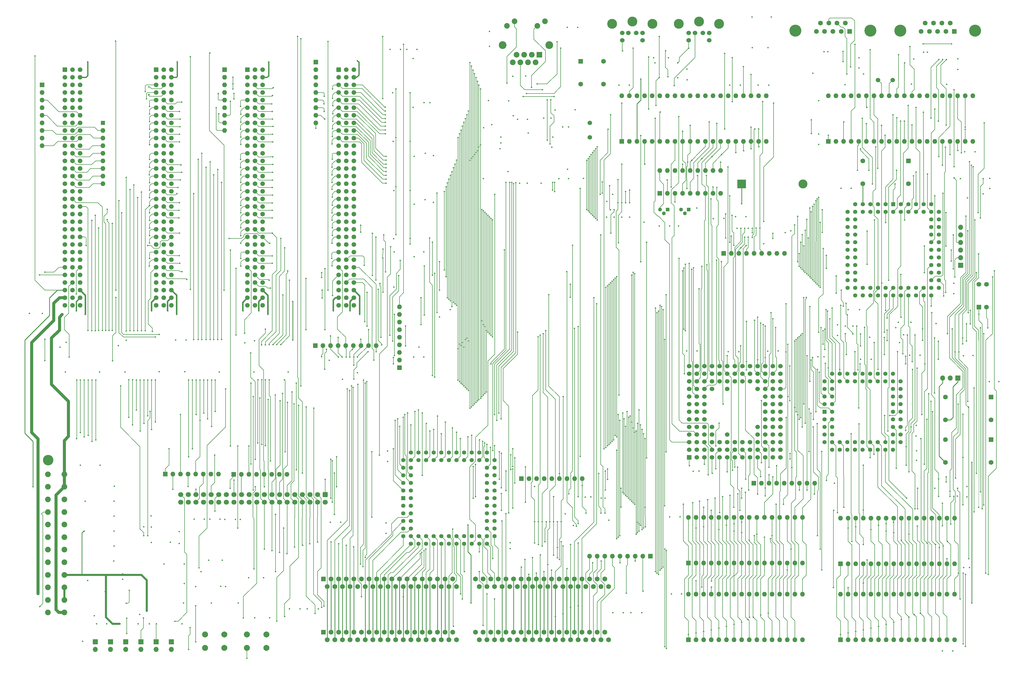
<source format=gbr>
%TF.GenerationSoftware,KiCad,Pcbnew,(6.0.8)*%
%TF.CreationDate,2022-10-29T13:34:51+01:00*%
%TF.ProjectId,yddraig030,79646472-6169-4673-9033-302e6b696361,rev?*%
%TF.SameCoordinates,Original*%
%TF.FileFunction,Copper,L4,Bot*%
%TF.FilePolarity,Positive*%
%FSLAX46Y46*%
G04 Gerber Fmt 4.6, Leading zero omitted, Abs format (unit mm)*
G04 Created by KiCad (PCBNEW (6.0.8)) date 2022-10-29 13:34:51*
%MOMM*%
%LPD*%
G01*
G04 APERTURE LIST*
G04 Aperture macros list*
%AMRoundRect*
0 Rectangle with rounded corners*
0 $1 Rounding radius*
0 $2 $3 $4 $5 $6 $7 $8 $9 X,Y pos of 4 corners*
0 Add a 4 corners polygon primitive as box body*
4,1,4,$2,$3,$4,$5,$6,$7,$8,$9,$2,$3,0*
0 Add four circle primitives for the rounded corners*
1,1,$1+$1,$2,$3*
1,1,$1+$1,$4,$5*
1,1,$1+$1,$6,$7*
1,1,$1+$1,$8,$9*
0 Add four rect primitives between the rounded corners*
20,1,$1+$1,$2,$3,$4,$5,0*
20,1,$1+$1,$4,$5,$6,$7,0*
20,1,$1+$1,$6,$7,$8,$9,0*
20,1,$1+$1,$8,$9,$2,$3,0*%
G04 Aperture macros list end*
%TA.AperFunction,ComponentPad*%
%ADD10R,1.300000X1.300000*%
%TD*%
%TA.AperFunction,ComponentPad*%
%ADD11C,1.300000*%
%TD*%
%TA.AperFunction,ComponentPad*%
%ADD12R,1.600000X1.600000*%
%TD*%
%TA.AperFunction,ComponentPad*%
%ADD13O,1.600000X1.600000*%
%TD*%
%TA.AperFunction,ComponentPad*%
%ADD14R,1.700000X1.700000*%
%TD*%
%TA.AperFunction,ComponentPad*%
%ADD15O,1.700000X1.700000*%
%TD*%
%TA.AperFunction,ComponentPad*%
%ADD16C,1.600000*%
%TD*%
%TA.AperFunction,ComponentPad*%
%ADD17R,3.000000X3.000000*%
%TD*%
%TA.AperFunction,ComponentPad*%
%ADD18C,3.000000*%
%TD*%
%TA.AperFunction,ComponentPad*%
%ADD19C,1.524000*%
%TD*%
%TA.AperFunction,ComponentPad*%
%ADD20C,3.300000*%
%TD*%
%TA.AperFunction,ComponentPad*%
%ADD21R,1.650000X1.650000*%
%TD*%
%TA.AperFunction,ComponentPad*%
%ADD22C,1.650000*%
%TD*%
%TA.AperFunction,ComponentPad*%
%ADD23R,1.422400X1.422400*%
%TD*%
%TA.AperFunction,ComponentPad*%
%ADD24C,1.422400*%
%TD*%
%TA.AperFunction,ComponentPad*%
%ADD25RoundRect,0.249999X-0.525001X-0.525001X0.525001X-0.525001X0.525001X0.525001X-0.525001X0.525001X0*%
%TD*%
%TA.AperFunction,ComponentPad*%
%ADD26C,1.550000*%
%TD*%
%TA.AperFunction,ComponentPad*%
%ADD27C,1.905000*%
%TD*%
%TA.AperFunction,ComponentPad*%
%ADD28C,3.505200*%
%TD*%
%TA.AperFunction,ComponentPad*%
%ADD29R,1.400000X1.400000*%
%TD*%
%TA.AperFunction,ComponentPad*%
%ADD30R,1.524000X1.524000*%
%TD*%
%TA.AperFunction,ComponentPad*%
%ADD31C,4.000000*%
%TD*%
%TA.AperFunction,ComponentPad*%
%ADD32RoundRect,0.250000X-0.600000X0.600000X-0.600000X-0.600000X0.600000X-0.600000X0.600000X0.600000X0*%
%TD*%
%TA.AperFunction,ComponentPad*%
%ADD33C,1.700000*%
%TD*%
%TA.AperFunction,ComponentPad*%
%ADD34C,2.000000*%
%TD*%
%TA.AperFunction,ComponentPad*%
%ADD35C,1.500000*%
%TD*%
%TA.AperFunction,ComponentPad*%
%ADD36R,1.580000X1.580000*%
%TD*%
%TA.AperFunction,ComponentPad*%
%ADD37C,1.580000*%
%TD*%
%TA.AperFunction,ComponentPad*%
%ADD38C,2.600000*%
%TD*%
%TA.AperFunction,ComponentPad*%
%ADD39C,1.890000*%
%TD*%
%TA.AperFunction,ComponentPad*%
%ADD40R,1.900000X1.900000*%
%TD*%
%TA.AperFunction,ComponentPad*%
%ADD41C,1.900000*%
%TD*%
%TA.AperFunction,ViaPad*%
%ADD42C,0.500000*%
%TD*%
%TA.AperFunction,Conductor*%
%ADD43C,0.254000*%
%TD*%
%TA.AperFunction,Conductor*%
%ADD44C,0.127000*%
%TD*%
%TA.AperFunction,Conductor*%
%ADD45C,0.400000*%
%TD*%
%TA.AperFunction,Conductor*%
%ADD46C,0.700000*%
%TD*%
%TA.AperFunction,Conductor*%
%ADD47C,0.500000*%
%TD*%
%TA.AperFunction,Conductor*%
%ADD48C,1.000000*%
%TD*%
%TA.AperFunction,Conductor*%
%ADD49C,0.200000*%
%TD*%
%TA.AperFunction,Conductor*%
%ADD50C,0.101600*%
%TD*%
G04 APERTURE END LIST*
D10*
%TO.P,Q1302,1,E*%
%TO.N,+5V*%
X247040000Y-97500000D03*
D11*
%TO.P,Q1302,2,B*%
%TO.N,Net-(Q1302-Pad2)*%
X245770000Y-98770000D03*
%TO.P,Q1302,3,C*%
%TO.N,Net-(C1303-Pad1)*%
X244500000Y-97500000D03*
%TD*%
D12*
%TO.P,U402,1,A18*%
%TO.N,/ROM and SRAM/A19*%
X254000000Y-215646000D03*
D13*
%TO.P,U402,2,A16*%
%TO.N,/ROM and SRAM/A17*%
X256540000Y-215646000D03*
%TO.P,U402,3,A14*%
%TO.N,/ROM and SRAM/A15*%
X259080000Y-215646000D03*
%TO.P,U402,4,A12*%
%TO.N,/ROM and SRAM/A13*%
X261620000Y-215646000D03*
%TO.P,U402,5,A7*%
%TO.N,/ROM and SRAM/A8*%
X264160000Y-215646000D03*
%TO.P,U402,6,A6*%
%TO.N,/ROM and SRAM/A7*%
X266700000Y-215646000D03*
%TO.P,U402,7,A5*%
%TO.N,/ROM and SRAM/A6*%
X269240000Y-215646000D03*
%TO.P,U402,8,A4*%
%TO.N,/ROM and SRAM/A5*%
X271780000Y-215646000D03*
%TO.P,U402,9,A3*%
%TO.N,/ROM and SRAM/A4*%
X274320000Y-215646000D03*
%TO.P,U402,10,A2*%
%TO.N,/ROM and SRAM/A3*%
X276860000Y-215646000D03*
%TO.P,U402,11,A1*%
%TO.N,/ROM and SRAM/A2*%
X279400000Y-215646000D03*
%TO.P,U402,12,A0*%
%TO.N,/ROM and SRAM/A1*%
X281940000Y-215646000D03*
%TO.P,U402,13,DQ0*%
%TO.N,/ROM and SRAM/D16*%
X284480000Y-215646000D03*
%TO.P,U402,14,DQ1*%
%TO.N,/ROM and SRAM/D17*%
X287020000Y-215646000D03*
%TO.P,U402,15,DQ2*%
%TO.N,/ROM and SRAM/D18*%
X289560000Y-215646000D03*
%TO.P,U402,16,VSS*%
%TO.N,GND*%
X292100000Y-215646000D03*
%TO.P,U402,17,DQ3*%
%TO.N,/ROM and SRAM/D19*%
X292100000Y-200406000D03*
%TO.P,U402,18,DQ4*%
%TO.N,/ROM and SRAM/D20*%
X289560000Y-200406000D03*
%TO.P,U402,19,DQ5*%
%TO.N,/ROM and SRAM/D21*%
X287020000Y-200406000D03*
%TO.P,U402,20,DQ6*%
%TO.N,/ROM and SRAM/D22*%
X284480000Y-200406000D03*
%TO.P,U402,21,DQ7*%
%TO.N,/ROM and SRAM/D23*%
X281940000Y-200406000D03*
%TO.P,U402,22,CE#*%
%TO.N,Net-(U402-Pad22)*%
X279400000Y-200406000D03*
%TO.P,U402,23,A10*%
%TO.N,/ROM and SRAM/A11*%
X276860000Y-200406000D03*
%TO.P,U402,24,OE#*%
%TO.N,/Decode and Logic/~{R}{slash}W*%
X274320000Y-200406000D03*
%TO.P,U402,25,A11*%
%TO.N,/ROM and SRAM/A12*%
X271780000Y-200406000D03*
%TO.P,U402,26,A9*%
%TO.N,/ROM and SRAM/A10*%
X269240000Y-200406000D03*
%TO.P,U402,27,A8*%
%TO.N,/ROM and SRAM/A9*%
X266700000Y-200406000D03*
%TO.P,U402,28,A13*%
%TO.N,/ROM and SRAM/A14*%
X264160000Y-200406000D03*
%TO.P,U402,29,WE#*%
%TO.N,/CPU and FPU/R{slash}~{W}*%
X261620000Y-200406000D03*
%TO.P,U402,30,A17*%
%TO.N,/ROM and SRAM/A18*%
X259080000Y-200406000D03*
%TO.P,U402,31,A15*%
%TO.N,/ROM and SRAM/A16*%
X256540000Y-200406000D03*
%TO.P,U402,32,VCC*%
%TO.N,+5V*%
X254000000Y-200406000D03*
%TD*%
D12*
%TO.P,U501,1,RS1*%
%TO.N,/ROM and SRAM/A1*%
X300750000Y-74750000D03*
D13*
%TO.P,U501,2,IP3*%
%TO.N,unconnected-(U501-Pad2)*%
X303290000Y-74750000D03*
%TO.P,U501,3,RS2*%
%TO.N,/ROM and SRAM/A2*%
X305830000Y-74750000D03*
%TO.P,U501,4,IP1*%
%TO.N,Net-(U501-Pad4)*%
X308370000Y-74750000D03*
%TO.P,U501,5,RS3*%
%TO.N,/ROM and SRAM/A3*%
X310910000Y-74750000D03*
%TO.P,U501,6,RS4*%
%TO.N,/ROM and SRAM/A4*%
X313450000Y-74750000D03*
%TO.P,U501,7,IP0*%
%TO.N,Net-(U501-Pad7)*%
X315990000Y-74750000D03*
%TO.P,U501,8,R/W*%
%TO.N,/CPU and FPU/R{slash}~{W}*%
X318530000Y-74750000D03*
%TO.P,U501,9,DTACK*%
%TO.N,/Decode and Logic/~{DTACK_DUART}*%
X321070000Y-74750000D03*
%TO.P,U501,10,RXDB*%
%TO.N,Net-(U501-Pad10)*%
X323610000Y-74750000D03*
%TO.P,U501,11,TXDB*%
%TO.N,Net-(U501-Pad11)*%
X326150000Y-74750000D03*
%TO.P,U501,12,OP1*%
%TO.N,Net-(U501-Pad12)*%
X328690000Y-74750000D03*
%TO.P,U501,13,OP3*%
%TO.N,unconnected-(U501-Pad13)*%
X331230000Y-74750000D03*
%TO.P,U501,14,OP5*%
%TO.N,unconnected-(U501-Pad14)*%
X333770000Y-74750000D03*
%TO.P,U501,15,OP7*%
%TO.N,unconnected-(U501-Pad15)*%
X336310000Y-74750000D03*
%TO.P,U501,16,D1*%
%TO.N,/ROM and SRAM/D25*%
X338850000Y-74750000D03*
%TO.P,U501,17,D3*%
%TO.N,/ROM and SRAM/D27*%
X341390000Y-74750000D03*
%TO.P,U501,18,D5*%
%TO.N,/ROM and SRAM/D29*%
X343930000Y-74750000D03*
%TO.P,U501,19,D7*%
%TO.N,/ROM and SRAM/D31*%
X346470000Y-74750000D03*
%TO.P,U501,20,GND*%
%TO.N,GND*%
X349010000Y-74750000D03*
%TO.P,U501,21,IRQ*%
%TO.N,/Interrupts/~{INT_DUART}*%
X349010000Y-59510000D03*
%TO.P,U501,22,D6*%
%TO.N,/ROM and SRAM/D30*%
X346470000Y-59510000D03*
%TO.P,U501,23,D4*%
%TO.N,/ROM and SRAM/D28*%
X343930000Y-59510000D03*
%TO.P,U501,24,D2*%
%TO.N,/ROM and SRAM/D26*%
X341390000Y-59510000D03*
%TO.P,U501,25,D0*%
%TO.N,/ROM and SRAM/D24*%
X338850000Y-59510000D03*
%TO.P,U501,26,OP6*%
%TO.N,unconnected-(U501-Pad26)*%
X336310000Y-59510000D03*
%TO.P,U501,27,OP4*%
%TO.N,unconnected-(U501-Pad27)*%
X333770000Y-59510000D03*
%TO.P,U501,28,OP2*%
%TO.N,unconnected-(U501-Pad28)*%
X331230000Y-59510000D03*
%TO.P,U501,29,OP0*%
%TO.N,Net-(U501-Pad29)*%
X328690000Y-59510000D03*
%TO.P,U501,30,TXDA*%
%TO.N,/Serial/TXDA*%
X326150000Y-59510000D03*
%TO.P,U501,31,RXDA*%
%TO.N,/Serial/RXDA*%
X323610000Y-59510000D03*
%TO.P,U501,32,X1/CLK*%
%TO.N,Net-(C502-Pad1)*%
X321070000Y-59510000D03*
%TO.P,U501,33,X2*%
%TO.N,Net-(C501-Pad1)*%
X318530000Y-59510000D03*
%TO.P,U501,34,RESET*%
%TO.N,/CPU and FPU/~{RESET}*%
X315990000Y-59510000D03*
%TO.P,U501,35,CS*%
%TO.N,/Decode and Logic/~{CS_DUART}*%
X313450000Y-59510000D03*
%TO.P,U501,36,IP2*%
%TO.N,unconnected-(U501-Pad36)*%
X310910000Y-59510000D03*
%TO.P,U501,37,IACK*%
%TO.N,Net-(R501-Pad2)*%
X308370000Y-59510000D03*
%TO.P,U501,38,IP5*%
%TO.N,unconnected-(U501-Pad38)*%
X305830000Y-59510000D03*
%TO.P,U501,39,IP4*%
%TO.N,unconnected-(U501-Pad39)*%
X303290000Y-59510000D03*
%TO.P,U501,40,VCC*%
%TO.N,+5V*%
X300750000Y-59510000D03*
%TD*%
D12*
%TO.P,U1102,1,KBCI*%
%TO.N,Net-(J1101-Pad5)*%
X231740000Y-74740000D03*
D13*
%TO.P,U1102,2,XTAL1*%
%TO.N,GND*%
X234280000Y-74740000D03*
%TO.P,U1102,3,XTAL2*%
%TO.N,Net-(U1102-Pad3)*%
X236820000Y-74740000D03*
%TO.P,U1102,4,~{RESET}*%
%TO.N,/CPU and FPU/~{RESET}*%
X239360000Y-74740000D03*
%TO.P,U1102,5,~{SS}*%
%TO.N,+5V*%
X241900000Y-74740000D03*
%TO.P,U1102,6,~{CS}*%
%TO.N,/Decode and Logic/~{CS_KBD}*%
X244440000Y-74740000D03*
%TO.P,U1102,7,EA*%
%TO.N,GND*%
X246980000Y-74740000D03*
%TO.P,U1102,8,~{RD}*%
%TO.N,/Decode and Logic/~{R}{slash}W*%
X249520000Y-74740000D03*
%TO.P,U1102,9,A0*%
%TO.N,/ROM and SRAM/A1*%
X252060000Y-74740000D03*
%TO.P,U1102,10,~{WR}*%
%TO.N,/CPU and FPU/R{slash}~{W}*%
X254600000Y-74740000D03*
%TO.P,U1102,11,SYNC*%
%TO.N,unconnected-(U1102-Pad11)*%
X257140000Y-74740000D03*
%TO.P,U1102,12,DB0*%
%TO.N,/ROM and SRAM/D24*%
X259680000Y-74740000D03*
%TO.P,U1102,13,DB1*%
%TO.N,/ROM and SRAM/D25*%
X262220000Y-74740000D03*
%TO.P,U1102,14,DB2*%
%TO.N,/ROM and SRAM/D26*%
X264760000Y-74740000D03*
%TO.P,U1102,15,DB3*%
%TO.N,/ROM and SRAM/D27*%
X267300000Y-74740000D03*
%TO.P,U1102,16,DB4*%
%TO.N,/ROM and SRAM/D28*%
X269840000Y-74740000D03*
%TO.P,U1102,17,DB5*%
%TO.N,/ROM and SRAM/D29*%
X272380000Y-74740000D03*
%TO.P,U1102,18,DB6*%
%TO.N,/ROM and SRAM/D30*%
X274920000Y-74740000D03*
%TO.P,U1102,19,DB7*%
%TO.N,/ROM and SRAM/D31*%
X277460000Y-74740000D03*
%TO.P,U1102,20,GND*%
%TO.N,GND*%
X280000000Y-74740000D03*
%TO.P,U1102,21,~{RC}*%
%TO.N,unconnected-(U1102-Pad21)*%
X280000000Y-59500000D03*
%TO.P,U1102,22,~{GA20}*%
%TO.N,unconnected-(U1102-Pad22)*%
X277460000Y-59500000D03*
%TO.P,U1102,23,P22/MSDO*%
%TO.N,Net-(U1101-Pad5)*%
X274920000Y-59500000D03*
%TO.P,U1102,24,P23/MCSO*%
%TO.N,Net-(U1101-Pad9)*%
X272380000Y-59500000D03*
%TO.P,U1102,25,PROG*%
%TO.N,+5V*%
X269840000Y-59500000D03*
%TO.P,U1102,26,VDD*%
X267300000Y-59500000D03*
%TO.P,U1102,27,P10/KBDI*%
%TO.N,Net-(J1101-Pad1)*%
X264760000Y-59500000D03*
%TO.P,U1102,28,P11/MSDI*%
%TO.N,Net-(J1102-Pad1)*%
X262220000Y-59500000D03*
%TO.P,U1102,29,P12*%
%TO.N,unconnected-(U1102-Pad29)*%
X259680000Y-59500000D03*
%TO.P,U1102,30,P13*%
%TO.N,unconnected-(U1102-Pad30)*%
X257140000Y-59500000D03*
%TO.P,U1102,31,RAM_SEL*%
%TO.N,unconnected-(U1102-Pad31)*%
X254600000Y-59500000D03*
%TO.P,U1102,32,JUMP*%
%TO.N,unconnected-(U1102-Pad32)*%
X252060000Y-59500000D03*
%TO.P,U1102,33,DISP_SEL*%
%TO.N,unconnected-(U1102-Pad33)*%
X249520000Y-59500000D03*
%TO.P,U1102,34,~{KBD_INH}*%
%TO.N,unconnected-(U1102-Pad34)*%
X246980000Y-59500000D03*
%TO.P,U1102,35,IRQ1*%
%TO.N,Net-(U1101-Pad11)*%
X244440000Y-59500000D03*
%TO.P,U1102,36,IRQ2*%
%TO.N,Net-(U1101-Pad13)*%
X241900000Y-59500000D03*
%TO.P,U1102,37,KBCO*%
%TO.N,Net-(U1101-Pad3)*%
X239360000Y-59500000D03*
%TO.P,U1102,38,KBDO*%
%TO.N,Net-(U1101-Pad1)*%
X236820000Y-59500000D03*
%TO.P,U1102,39,KBDI*%
%TO.N,Net-(J1102-Pad5)*%
X234280000Y-59500000D03*
%TO.P,U1102,40,VCC*%
%TO.N,+5V*%
X231740000Y-59500000D03*
%TD*%
D14*
%TO.P,J202,1,Pin_1*%
%TO.N,Net-(D202-Pad2)*%
X81280000Y-242000000D03*
D15*
%TO.P,J202,2,Pin_2*%
%TO.N,Net-(J202-Pad2)*%
X81280000Y-244540000D03*
%TD*%
D12*
%TO.P,X1101,1,EN*%
%TO.N,+5V*%
X218030000Y-48030000D03*
D16*
%TO.P,X1101,4,GND*%
%TO.N,GND*%
X218030000Y-55650000D03*
%TO.P,X1101,5,OUT*%
%TO.N,Net-(U1102-Pad3)*%
X225650000Y-55650000D03*
%TO.P,X1101,8,Vcc*%
%TO.N,+5V*%
X225650000Y-48030000D03*
%TD*%
D12*
%TO.P,RN701,1,common*%
%TO.N,+5V*%
X129325000Y-143000000D03*
D13*
%TO.P,RN701,2,R1*%
%TO.N,/Expansion Slots/~{CS_EXTREG1}*%
X131865000Y-143000000D03*
%TO.P,RN701,3,R2*%
%TO.N,/Expansion Slots/~{CS_EXTREG2}*%
X134405000Y-143000000D03*
%TO.P,RN701,4,R3*%
%TO.N,/Expansion Slots/~{CS_EXTREG3}*%
X136945000Y-143000000D03*
%TO.P,RN701,5,R4*%
%TO.N,/Expansion Slots/~{CS_EXTREG4}*%
X139485000Y-143000000D03*
%TO.P,RN701,6,R5*%
%TO.N,/Expansion Slots/~{CS_EXTDATA1}*%
X142025000Y-143000000D03*
%TO.P,RN701,7,R6*%
%TO.N,/Expansion Slots/~{CS_EXTDATA2}*%
X144565000Y-143000000D03*
%TO.P,RN701,8,R7*%
%TO.N,/Expansion Slots/~{CS_EXTDATA3}*%
X147105000Y-143000000D03*
%TO.P,RN701,9,R8*%
%TO.N,/Expansion Slots/~{CS_EXTDATA4}*%
X149645000Y-143000000D03*
%TD*%
D17*
%TO.P,BT1301,1,+*%
%TO.N,Net-(BT1301-Pad1)*%
X271747584Y-89000000D03*
D18*
%TO.P,BT1301,2,-*%
%TO.N,GND*%
X292237584Y-89000000D03*
%TD*%
D19*
%TO.P,J1101,1*%
%TO.N,Net-(J1101-Pad1)*%
X233950000Y-38500000D03*
%TO.P,J1101,2*%
%TO.N,unconnected-(J1101-Pad2)*%
X236550000Y-38500000D03*
%TO.P,J1101,3*%
%TO.N,GND*%
X231850000Y-38500000D03*
%TO.P,J1101,4*%
%TO.N,+5V*%
X238650000Y-38500000D03*
%TO.P,J1101,5*%
%TO.N,Net-(J1101-Pad5)*%
X231850000Y-41000000D03*
%TO.P,J1101,6*%
%TO.N,unconnected-(J1101-Pad6)*%
X238650000Y-41000000D03*
D20*
%TO.P,J1101,7*%
%TO.N,GND*%
X235250000Y-34700000D03*
X242000000Y-35500000D03*
X228500000Y-35500000D03*
%TD*%
D19*
%TO.P,J1102,1*%
%TO.N,Net-(J1102-Pad1)*%
X256200000Y-38500000D03*
%TO.P,J1102,2*%
%TO.N,unconnected-(J1102-Pad2)*%
X258800000Y-38500000D03*
%TO.P,J1102,3*%
%TO.N,GND*%
X254100000Y-38500000D03*
%TO.P,J1102,4*%
%TO.N,+5V*%
X260900000Y-38500000D03*
%TO.P,J1102,5*%
%TO.N,Net-(J1102-Pad5)*%
X254100000Y-41000000D03*
%TO.P,J1102,6*%
%TO.N,unconnected-(J1102-Pad6)*%
X260900000Y-41000000D03*
D20*
%TO.P,J1102,7*%
%TO.N,GND*%
X257500000Y-34700000D03*
X250750000Y-35500000D03*
X264250000Y-35500000D03*
%TD*%
D14*
%TO.P,J701,1,Pin_1*%
%TO.N,+5V*%
X344950000Y-116150000D03*
D15*
%TO.P,J701,2,Pin_2*%
%TO.N,/Decode and Logic/TCK*%
X344950000Y-113610000D03*
%TO.P,J701,3,Pin_3*%
%TO.N,/Decode and Logic/TDI*%
X344950000Y-111070000D03*
%TO.P,J701,4,Pin_4*%
%TO.N,/Decode and Logic/TDO*%
X344950000Y-108530000D03*
%TO.P,J701,5,Pin_5*%
%TO.N,/Decode and Logic/TMS*%
X344950000Y-105990000D03*
%TO.P,J701,6,Pin_6*%
%TO.N,GND*%
X344950000Y-103450000D03*
%TD*%
D21*
%TO.P,SIMM1001,1,VSS*%
%TO.N,GND*%
X132080000Y-238760000D03*
D22*
%TO.P,SIMM1001,2,D0*%
%TO.N,/ROM and SRAM/D0*%
X133350000Y-241300000D03*
%TO.P,SIMM1001,3,D16*%
%TO.N,/ROM and SRAM/D16*%
X134620000Y-238760000D03*
%TO.P,SIMM1001,4,D1*%
%TO.N,/ROM and SRAM/D1*%
X135890000Y-241300000D03*
%TO.P,SIMM1001,5,D17*%
%TO.N,/ROM and SRAM/D17*%
X137160000Y-238760000D03*
%TO.P,SIMM1001,6,D2*%
%TO.N,/ROM and SRAM/D2*%
X138430000Y-241300000D03*
%TO.P,SIMM1001,7,D18*%
%TO.N,/ROM and SRAM/D18*%
X139700000Y-238760000D03*
%TO.P,SIMM1001,8,D3*%
%TO.N,/ROM and SRAM/D3*%
X140970000Y-241300000D03*
%TO.P,SIMM1001,9,D19*%
%TO.N,/ROM and SRAM/D19*%
X142240000Y-238760000D03*
%TO.P,SIMM1001,10,VCC*%
%TO.N,+5V*%
X143510000Y-241300000D03*
%TO.P,SIMM1001,11,PD5*%
%TO.N,unconnected-(SIMM1001-Pad11)*%
X144780000Y-238760000D03*
%TO.P,SIMM1001,12,A0*%
%TO.N,/DRAM/MUX_A0*%
X146050000Y-241300000D03*
%TO.P,SIMM1001,13,A1*%
%TO.N,/DRAM/MUX_A1*%
X147320000Y-238760000D03*
%TO.P,SIMM1001,14,A2*%
%TO.N,/DRAM/MUX_A2*%
X148590000Y-241300000D03*
%TO.P,SIMM1001,15,A3*%
%TO.N,/DRAM/MUX_A3*%
X149860000Y-238760000D03*
%TO.P,SIMM1001,16,A4*%
%TO.N,/DRAM/MUX_A4*%
X151130000Y-241300000D03*
%TO.P,SIMM1001,17,A5*%
%TO.N,/DRAM/MUX_A5*%
X152400000Y-238760000D03*
%TO.P,SIMM1001,18,A6*%
%TO.N,/DRAM/MUX_A6*%
X153670000Y-241300000D03*
%TO.P,SIMM1001,19,A10*%
%TO.N,/DRAM/MUX_A10*%
X154940000Y-238760000D03*
%TO.P,SIMM1001,20,D4*%
%TO.N,/ROM and SRAM/D4*%
X156210000Y-241300000D03*
%TO.P,SIMM1001,21,D20*%
%TO.N,/ROM and SRAM/D20*%
X157480000Y-238760000D03*
%TO.P,SIMM1001,22,D5*%
%TO.N,/ROM and SRAM/D5*%
X158750000Y-241300000D03*
%TO.P,SIMM1001,23,D21*%
%TO.N,/ROM and SRAM/D21*%
X160020000Y-238760000D03*
%TO.P,SIMM1001,24,D6*%
%TO.N,/ROM and SRAM/D6*%
X161290000Y-241300000D03*
%TO.P,SIMM1001,25,D22*%
%TO.N,/ROM and SRAM/D22*%
X162560000Y-238760000D03*
%TO.P,SIMM1001,26,D7*%
%TO.N,/ROM and SRAM/D7*%
X163830000Y-241300000D03*
%TO.P,SIMM1001,27,D23*%
%TO.N,/ROM and SRAM/D23*%
X165100000Y-238760000D03*
%TO.P,SIMM1001,28,A7*%
%TO.N,/DRAM/MUX_A7*%
X166370000Y-241300000D03*
%TO.P,SIMM1001,29,A11*%
%TO.N,/DRAM/MUX_A11*%
X167640000Y-238760000D03*
%TO.P,SIMM1001,30,VCC*%
%TO.N,+5V*%
X168910000Y-241300000D03*
%TO.P,SIMM1001,31,A8*%
%TO.N,/DRAM/MUX_A8*%
X170180000Y-238760000D03*
%TO.P,SIMM1001,32,A9*%
%TO.N,/DRAM/MUX_A9*%
X171450000Y-241300000D03*
%TO.P,SIMM1001,33,~{RAS3}*%
%TO.N,/DRAM/~{RAS3}*%
X172720000Y-238760000D03*
%TO.P,SIMM1001,34,~{RAS2}*%
%TO.N,/DRAM/~{RAS2}*%
X173990000Y-241300000D03*
%TO.P,SIMM1001,35,DP2*%
%TO.N,unconnected-(SIMM1001-Pad35)*%
X175260000Y-238760000D03*
%TO.P,SIMM1001,36,DP0*%
%TO.N,unconnected-(SIMM1001-Pad36)*%
X176530000Y-241300000D03*
%TO.P,SIMM1001,37,DP1*%
%TO.N,unconnected-(SIMM1001-Pad37)*%
X182880000Y-238760000D03*
%TO.P,SIMM1001,38,DP3*%
%TO.N,unconnected-(SIMM1001-Pad38)*%
X184150000Y-241300000D03*
%TO.P,SIMM1001,39,VSS*%
%TO.N,GND*%
X185420000Y-238760000D03*
%TO.P,SIMM1001,40,~{CAS0}*%
%TO.N,/DRAM/~{CAS_A0}*%
X186690000Y-241300000D03*
%TO.P,SIMM1001,41,~{CAS2}*%
%TO.N,/DRAM/~{CAS_A2}*%
X187960000Y-238760000D03*
%TO.P,SIMM1001,42,~{CAS3}*%
%TO.N,/DRAM/~{CAS_A3}*%
X189230000Y-241300000D03*
%TO.P,SIMM1001,43,~{CAS1}*%
%TO.N,/DRAM/~{CAS_A1}*%
X190500000Y-238760000D03*
%TO.P,SIMM1001,44,~{RAS0}*%
%TO.N,/DRAM/~{RAS0}*%
X191770000Y-241300000D03*
%TO.P,SIMM1001,45,~{RAS1}*%
%TO.N,/DRAM/~{RAS1}*%
X193040000Y-238760000D03*
%TO.P,SIMM1001,46,NC*%
%TO.N,unconnected-(SIMM1001-Pad46)*%
X194310000Y-241300000D03*
%TO.P,SIMM1001,47,~{WE}*%
%TO.N,/DRAM/~{RAM_WE}*%
X195580000Y-238760000D03*
%TO.P,SIMM1001,48,NC*%
%TO.N,unconnected-(SIMM1001-Pad48)*%
X196850000Y-241300000D03*
%TO.P,SIMM1001,49,D8*%
%TO.N,/ROM and SRAM/D8*%
X198120000Y-238760000D03*
%TO.P,SIMM1001,50,D24*%
%TO.N,/ROM and SRAM/D24*%
X199390000Y-241300000D03*
%TO.P,SIMM1001,51,D9*%
%TO.N,/ROM and SRAM/D9*%
X200660000Y-238760000D03*
%TO.P,SIMM1001,52,D25*%
%TO.N,/ROM and SRAM/D25*%
X201930000Y-241300000D03*
%TO.P,SIMM1001,53,D10*%
%TO.N,/ROM and SRAM/D10*%
X203200000Y-238760000D03*
%TO.P,SIMM1001,54,D26*%
%TO.N,/ROM and SRAM/D26*%
X204470000Y-241300000D03*
%TO.P,SIMM1001,55,D11*%
%TO.N,/ROM and SRAM/D11*%
X205740000Y-238760000D03*
%TO.P,SIMM1001,56,D27*%
%TO.N,/ROM and SRAM/D27*%
X207010000Y-241300000D03*
%TO.P,SIMM1001,57,D12*%
%TO.N,/ROM and SRAM/D12*%
X208280000Y-238760000D03*
%TO.P,SIMM1001,58,D28*%
%TO.N,/ROM and SRAM/D28*%
X209550000Y-241300000D03*
%TO.P,SIMM1001,59,VCC*%
%TO.N,+5V*%
X210820000Y-238760000D03*
%TO.P,SIMM1001,60,D29*%
%TO.N,/ROM and SRAM/D29*%
X212090000Y-241300000D03*
%TO.P,SIMM1001,61,D13*%
%TO.N,/ROM and SRAM/D13*%
X213360000Y-238760000D03*
%TO.P,SIMM1001,62,D30*%
%TO.N,/ROM and SRAM/D30*%
X214630000Y-241300000D03*
%TO.P,SIMM1001,63,D14*%
%TO.N,/ROM and SRAM/D14*%
X215900000Y-238760000D03*
%TO.P,SIMM1001,64,D31*%
%TO.N,/ROM and SRAM/D31*%
X217170000Y-241300000D03*
%TO.P,SIMM1001,65,D15*%
%TO.N,/ROM and SRAM/D15*%
X218440000Y-238760000D03*
%TO.P,SIMM1001,66,NC*%
%TO.N,unconnected-(SIMM1001-Pad66)*%
X219710000Y-241300000D03*
%TO.P,SIMM1001,67,PRD1*%
%TO.N,/DRAM/PRDA0*%
X220980000Y-238760000D03*
%TO.P,SIMM1001,68,PRD2*%
%TO.N,/DRAM/PRDA1*%
X222250000Y-241300000D03*
%TO.P,SIMM1001,69,PRD3*%
%TO.N,/DRAM/PRDA2*%
X223520000Y-238760000D03*
%TO.P,SIMM1001,70,PRD4*%
%TO.N,/DRAM/PRDA3*%
X224790000Y-241300000D03*
%TO.P,SIMM1001,71,NC*%
%TO.N,unconnected-(SIMM1001-Pad71)*%
X226060000Y-238760000D03*
%TO.P,SIMM1001,72,VSS*%
%TO.N,GND*%
X227330000Y-241300000D03*
%TD*%
D23*
%TO.P,U1001,1,P1*%
%TO.N,/CPU and FPU/~{AS}*%
X158760000Y-194000000D03*
D24*
%TO.P,U1001,2,P2*%
%TO.N,/CPU and FPU/~{DS}*%
X161300000Y-194000000D03*
%TO.P,U1001,3,P3*%
%TO.N,unconnected-(U1001-Pad3)*%
X158760000Y-196540000D03*
%TO.P,U1001,4,P4*%
%TO.N,unconnected-(U1001-Pad4)*%
X161300000Y-196540000D03*
%TO.P,U1001,5,P5*%
%TO.N,unconnected-(U1001-Pad5)*%
X158760000Y-199080000D03*
%TO.P,U1001,6,P6*%
%TO.N,/DRAM/MUX_A0*%
X161300000Y-199080000D03*
%TO.P,U1001,7,P7*%
%TO.N,/DRAM/MUX_A1*%
X158760000Y-201620000D03*
%TO.P,U1001,8,GND*%
%TO.N,GND*%
X161300000Y-201620000D03*
%TO.P,U1001,9,I/O/GCK1*%
%TO.N,/CPU and FPU/CLK40MHZ*%
X158760000Y-204160000D03*
%TO.P,U1001,10,I/O/GCK2*%
%TO.N,/DRAM/MUX_A2*%
X161300000Y-204160000D03*
%TO.P,U1001,11,P11*%
%TO.N,/DRAM/MUX_A3*%
X158760000Y-206700000D03*
%TO.P,U1001,12,I/O/GCK3*%
%TO.N,/DRAM/MUX_A4*%
X161300000Y-209240000D03*
%TO.P,U1001,13,P13*%
%TO.N,/DRAM/MUX_A5*%
X161300000Y-206700000D03*
%TO.P,U1001,14,P14*%
%TO.N,/DRAM/MUX_A6*%
X163840000Y-209240000D03*
%TO.P,U1001,15,P15*%
%TO.N,/DRAM/MUX_A10*%
X163840000Y-206700000D03*
%TO.P,U1001,16,GND*%
%TO.N,GND*%
X166380000Y-209240000D03*
%TO.P,U1001,17,P17*%
%TO.N,/DRAM/MUX_A7*%
X166380000Y-206700000D03*
%TO.P,U1001,18,P18*%
%TO.N,/DRAM/MUX_A11*%
X168920000Y-209240000D03*
%TO.P,U1001,19,P19*%
%TO.N,/DRAM/MUX_A8*%
X168920000Y-206700000D03*
%TO.P,U1001,20,P20*%
%TO.N,/DRAM/MUX_A9*%
X171460000Y-209240000D03*
%TO.P,U1001,21,P21*%
%TO.N,/DRAM/~{RAS3}*%
X171460000Y-206700000D03*
%TO.P,U1001,22,VCCIO*%
%TO.N,+5V*%
X174000000Y-209240000D03*
%TO.P,U1001,23,P23*%
%TO.N,/DRAM/~{RAS2}*%
X174000000Y-206700000D03*
%TO.P,U1001,24,P24*%
%TO.N,/DRAM/~{CAS_A0}*%
X176540000Y-209240000D03*
%TO.P,U1001,25,P25*%
%TO.N,/DRAM/~{CAS_A3}*%
X176540000Y-206700000D03*
%TO.P,U1001,26,P26*%
%TO.N,/DRAM/~{CAS_A1}*%
X179080000Y-209240000D03*
%TO.P,U1001,27,GND*%
%TO.N,GND*%
X179080000Y-206700000D03*
%TO.P,U1001,28,TDI*%
%TO.N,/DRAM/JTAG_TDI*%
X181620000Y-209240000D03*
%TO.P,U1001,29,TMS*%
%TO.N,/Decode and Logic/TMS*%
X181620000Y-206700000D03*
%TO.P,U1001,30,TCK*%
%TO.N,/Decode and Logic/TCK*%
X184160000Y-209240000D03*
%TO.P,U1001,31,P31*%
%TO.N,/DRAM/~{CAS_B0}*%
X184160000Y-206700000D03*
%TO.P,U1001,32,P32*%
%TO.N,/DRAM/~{CAS_B3}*%
X186700000Y-209240000D03*
%TO.P,U1001,33,P33*%
%TO.N,/DRAM/~{CAS_B1}*%
X189240000Y-206700000D03*
%TO.P,U1001,34,P34*%
%TO.N,/DRAM/~{CAS_B2}*%
X186700000Y-206700000D03*
%TO.P,U1001,35,P35*%
%TO.N,/DRAM/~{CAS_A2}*%
X189240000Y-204160000D03*
%TO.P,U1001,36,P36*%
%TO.N,Net-(R1001-Pad2)*%
X186700000Y-204160000D03*
%TO.P,U1001,37,P37*%
%TO.N,/DRAM/~{RAS0}*%
X189240000Y-201620000D03*
%TO.P,U1001,38,VCC*%
%TO.N,+5V*%
X186700000Y-201620000D03*
%TO.P,U1001,39,P39*%
%TO.N,/DRAM/~{RAS1}*%
X189240000Y-199080000D03*
%TO.P,U1001,40,P40*%
%TO.N,/CPU and FPU/~{CBREQ}*%
X186700000Y-199080000D03*
%TO.P,U1001,41,P41*%
%TO.N,/DRAM/~{DSACK0}*%
X189240000Y-196540000D03*
%TO.P,U1001,42,GND*%
%TO.N,GND*%
X186700000Y-196540000D03*
%TO.P,U1001,43,P43*%
%TO.N,/DRAM/~{DSACK1}*%
X189240000Y-194000000D03*
%TO.P,U1001,44,P44*%
%TO.N,/CPU and FPU/~{STERM}*%
X186700000Y-194000000D03*
%TO.P,U1001,45,P45*%
%TO.N,/CPU and FPU/~{CBACK}*%
X189240000Y-191460000D03*
%TO.P,U1001,46,P46*%
%TO.N,/CPU and FPU/R{slash}~{W}*%
X186700000Y-191460000D03*
%TO.P,U1001,47,P47*%
%TO.N,/DRAM/~{CS_DRAM}*%
X189240000Y-188920000D03*
%TO.P,U1001,48,P48*%
%TO.N,/CPU and FPU/SIZ1*%
X186700000Y-188920000D03*
%TO.P,U1001,49,GND*%
%TO.N,GND*%
X189240000Y-186380000D03*
%TO.P,U1001,50,P50*%
%TO.N,/CPU and FPU/SIZ0*%
X186700000Y-186380000D03*
%TO.P,U1001,51,P51*%
%TO.N,/ROM and SRAM/A28*%
X189240000Y-183840000D03*
%TO.P,U1001,52,P52*%
%TO.N,/ROM and SRAM/A27*%
X186700000Y-183840000D03*
%TO.P,U1001,53,P53*%
%TO.N,/ROM and SRAM/A26*%
X189240000Y-181300000D03*
%TO.P,U1001,54,P54*%
%TO.N,/ROM and SRAM/A25*%
X186700000Y-178760000D03*
%TO.P,U1001,55,P55*%
%TO.N,/ROM and SRAM/A24*%
X186700000Y-181300000D03*
%TO.P,U1001,56,P56*%
%TO.N,/ROM and SRAM/A23*%
X184160000Y-178760000D03*
%TO.P,U1001,57,P57*%
%TO.N,/ROM and SRAM/A22*%
X184160000Y-181300000D03*
%TO.P,U1001,58,P58*%
%TO.N,/ROM and SRAM/A21*%
X181620000Y-178760000D03*
%TO.P,U1001,59,TDO*%
%TO.N,/Decode and Logic/TDO*%
X181620000Y-181300000D03*
%TO.P,U1001,60,GND*%
%TO.N,GND*%
X179080000Y-178760000D03*
%TO.P,U1001,61,P61*%
%TO.N,/ROM and SRAM/A20*%
X179080000Y-181300000D03*
%TO.P,U1001,62,P62*%
%TO.N,/ROM and SRAM/A19*%
X176540000Y-178760000D03*
%TO.P,U1001,63,P63*%
%TO.N,/ROM and SRAM/A18*%
X176540000Y-181300000D03*
%TO.P,U1001,64,VCCIO*%
%TO.N,+5V*%
X174000000Y-178760000D03*
%TO.P,U1001,65,P65*%
%TO.N,/ROM and SRAM/A17*%
X174000000Y-181300000D03*
%TO.P,U1001,66,P66*%
%TO.N,/ROM and SRAM/A16*%
X171460000Y-178760000D03*
%TO.P,U1001,67,P67*%
%TO.N,/ROM and SRAM/A15*%
X171460000Y-181300000D03*
%TO.P,U1001,68,P68*%
%TO.N,/ROM and SRAM/A14*%
X168920000Y-178760000D03*
%TO.P,U1001,69,P69*%
%TO.N,/ROM and SRAM/A13*%
X168920000Y-181300000D03*
%TO.P,U1001,70,P70*%
%TO.N,/ROM and SRAM/A12*%
X166380000Y-178760000D03*
%TO.P,U1001,71,P71*%
%TO.N,/ROM and SRAM/A11*%
X166380000Y-181300000D03*
%TO.P,U1001,72,P72*%
%TO.N,/ROM and SRAM/A10*%
X163840000Y-178760000D03*
%TO.P,U1001,73,VCC*%
%TO.N,+5V*%
X163840000Y-181300000D03*
%TO.P,U1001,74,I/O/GSR*%
%TO.N,/ROM and SRAM/A9*%
X161300000Y-178760000D03*
%TO.P,U1001,75,P75*%
%TO.N,/ROM and SRAM/A8*%
X158760000Y-181300000D03*
%TO.P,U1001,76,I/O/GTS1*%
%TO.N,/ROM and SRAM/A7*%
X161300000Y-181300000D03*
%TO.P,U1001,77,I/O/GTS2*%
%TO.N,/ROM and SRAM/A6*%
X158760000Y-183840000D03*
%TO.P,U1001,78,VCC*%
%TO.N,+5V*%
X161300000Y-183840000D03*
%TO.P,U1001,79,P79*%
%TO.N,/ROM and SRAM/A5*%
X158760000Y-186380000D03*
%TO.P,U1001,80,P80*%
%TO.N,/ROM and SRAM/A4*%
X161300000Y-186380000D03*
%TO.P,U1001,81,P81*%
%TO.N,/ROM and SRAM/A3*%
X158760000Y-188920000D03*
%TO.P,U1001,82,P82*%
%TO.N,/ROM and SRAM/A2*%
X161300000Y-188920000D03*
%TO.P,U1001,83,P83*%
%TO.N,/ROM and SRAM/A1*%
X158760000Y-191460000D03*
%TO.P,U1001,84,P84*%
%TO.N,/ROM and SRAM/A0*%
X161300000Y-191460000D03*
%TD*%
D25*
%TO.P,EXP801,A1,+5V*%
%TO.N,+5V*%
X45720000Y-50800000D03*
D26*
%TO.P,EXP801,A2,GND*%
%TO.N,GND*%
X45720000Y-53340000D03*
%TO.P,EXP801,A3,D0*%
%TO.N,/Expansion Slots/BD0*%
X45720000Y-55880000D03*
%TO.P,EXP801,A4,D2*%
%TO.N,/Expansion Slots/BD2*%
X45720000Y-58420000D03*
%TO.P,EXP801,A5,D4*%
%TO.N,/Expansion Slots/BD4*%
X45720000Y-60960000D03*
%TO.P,EXP801,A6,D6*%
%TO.N,/Expansion Slots/BD6*%
X45720000Y-63500000D03*
%TO.P,EXP801,A7,D8*%
%TO.N,/Expansion Slots/BD8*%
X45720000Y-66040000D03*
%TO.P,EXP801,A8,D10*%
%TO.N,/Expansion Slots/BD10*%
X45720000Y-68580000D03*
%TO.P,EXP801,A9,D12*%
%TO.N,/Expansion Slots/BD12*%
X45720000Y-71120000D03*
%TO.P,EXP801,A10,D14*%
%TO.N,/Expansion Slots/BD14*%
X45720000Y-73660000D03*
%TO.P,EXP801,A11,GND*%
%TO.N,GND*%
X45720000Y-76200000D03*
%TO.P,EXP801,A12,A1*%
%TO.N,/Expansion Slots/BA1*%
X45720000Y-78740000D03*
%TO.P,EXP801,A13,A3*%
%TO.N,/Expansion Slots/BA3*%
X45720000Y-81280000D03*
%TO.P,EXP801,A14,A5*%
%TO.N,/Expansion Slots/BA5*%
X45720000Y-83820000D03*
%TO.P,EXP801,A15,A7*%
%TO.N,/Expansion Slots/BA7*%
X45720000Y-86360000D03*
%TO.P,EXP801,A16,A9*%
%TO.N,/Expansion Slots/BA9*%
X45720000Y-88900000D03*
%TO.P,EXP801,A17,A11*%
%TO.N,/Expansion Slots/BA11*%
X45720000Y-91440000D03*
%TO.P,EXP801,A18,A13*%
%TO.N,/Expansion Slots/BA13*%
X45720000Y-93980000D03*
%TO.P,EXP801,A19,A15*%
%TO.N,/Expansion Slots/BA15*%
X45720000Y-96520000D03*
%TO.P,EXP801,A20,A17*%
%TO.N,/Expansion Slots/BA17*%
X45720000Y-99060000D03*
%TO.P,EXP801,A21,A19*%
%TO.N,/Expansion Slots/BA19*%
X45720000Y-101600000D03*
%TO.P,EXP801,A22,~{AS}*%
%TO.N,/Expansion Slots/~{BAS}*%
X45720000Y-104140000D03*
%TO.P,EXP801,A23,~{VPA}*%
%TO.N,/Expansion Slots/~{BVPA}*%
X45720000Y-106680000D03*
%TO.P,EXP801,A24,+5V*%
%TO.N,+5V*%
X45720000Y-109220000D03*
%TO.P,EXP801,A25,~{LDS}*%
%TO.N,/Expansion Slots/~{BLDS}*%
X45720000Y-111760000D03*
%TO.P,EXP801,A26,R/~{W}*%
%TO.N,/Expansion Slots/BRD{slash}~{WR}*%
X45720000Y-114300000D03*
%TO.P,EXP801,A27,~{CS_REG}*%
%TO.N,/Expansion Slots/~{CS_EXTREG1}*%
X45720000Y-116840000D03*
%TO.P,EXP801,A28,~{IRQ}*%
%TO.N,/Expansion Slots/~{EXT_IRQ1}*%
X45720000Y-119380000D03*
%TO.P,EXP801,A29,~{BERR}*%
%TO.N,/Decode and Logic/~{EXT_BERR}*%
X45720000Y-121920000D03*
%TO.P,EXP801,A30,-12V*%
%TO.N,-12V*%
X45720000Y-124460000D03*
%TO.P,EXP801,A31,+12V*%
%TO.N,+12V*%
X45720000Y-127000000D03*
%TO.P,EXP801,A32,GND*%
%TO.N,GND*%
X45720000Y-129540000D03*
%TO.P,EXP801,B1,D16*%
%TO.N,/Expansion Slots/BD16*%
X48260000Y-50800000D03*
%TO.P,EXP801,B2,D17*%
%TO.N,/Expansion Slots/BD17*%
X48260000Y-53340000D03*
%TO.P,EXP801,B3,D18*%
%TO.N,/Expansion Slots/BD18*%
X48260000Y-55880000D03*
%TO.P,EXP801,B4,D19*%
%TO.N,/Expansion Slots/BD19*%
X48260000Y-58420000D03*
%TO.P,EXP801,B5,D20*%
%TO.N,/Expansion Slots/BD20*%
X48260000Y-60960000D03*
%TO.P,EXP801,B6,D21*%
%TO.N,/Expansion Slots/BD21*%
X48260000Y-63500000D03*
%TO.P,EXP801,B7,D22*%
%TO.N,/Expansion Slots/BD22*%
X48260000Y-66040000D03*
%TO.P,EXP801,B8,D23*%
%TO.N,/Expansion Slots/BD23*%
X48260000Y-68580000D03*
%TO.P,EXP801,B9,D24*%
%TO.N,/Expansion Slots/BD24*%
X48260000Y-71120000D03*
%TO.P,EXP801,B10,D25*%
%TO.N,/Expansion Slots/BD25*%
X48260000Y-73660000D03*
%TO.P,EXP801,B11,D26*%
%TO.N,/Expansion Slots/BD26*%
X48260000Y-76200000D03*
%TO.P,EXP801,B12,D27*%
%TO.N,/Expansion Slots/BD27*%
X48260000Y-78740000D03*
%TO.P,EXP801,B13,D28*%
%TO.N,/Expansion Slots/BD28*%
X48260000Y-81280000D03*
%TO.P,EXP801,B14,D29*%
%TO.N,/Expansion Slots/BD29*%
X48260000Y-83820000D03*
%TO.P,EXP801,B15,D30*%
%TO.N,/Expansion Slots/BD30*%
X48260000Y-86360000D03*
%TO.P,EXP801,B16,D31*%
%TO.N,/Expansion Slots/BD31*%
X48260000Y-88900000D03*
%TO.P,EXP801,B17,A0*%
%TO.N,/Expansion Slots/BA0*%
X48260000Y-91440000D03*
%TO.P,EXP801,B18,A20*%
%TO.N,/Expansion Slots/BA20*%
X48260000Y-93980000D03*
%TO.P,EXP801,B19,A21*%
%TO.N,/Expansion Slots/BA21*%
X48260000Y-96520000D03*
%TO.P,EXP801,B20,A22*%
%TO.N,/Expansion Slots/BA22*%
X48260000Y-99060000D03*
%TO.P,EXP801,B21,A23*%
%TO.N,/Expansion Slots/BA23*%
X48260000Y-101600000D03*
%TO.P,EXP801,B22,A24*%
%TO.N,/Expansion Slots/BA24*%
X48260000Y-104140000D03*
%TO.P,EXP801,B23,A25*%
%TO.N,/Expansion Slots/BA25*%
X48260000Y-106680000D03*
%TO.P,EXP801,B24,A26*%
%TO.N,/Expansion Slots/BA26*%
X48260000Y-109220000D03*
%TO.P,EXP801,B25,~{DSACK1}*%
%TO.N,/Decode and Logic/~{DSACK1_EXT}*%
X48260000Y-111760000D03*
%TO.P,EXP801,B26,~{DSACK0}*%
%TO.N,/Decode and Logic/~{DSACK0_EXT}*%
X48260000Y-114300000D03*
%TO.P,EXP801,B27,SIZ1*%
%TO.N,/Expansion Slots/BSIZ0*%
X48260000Y-116840000D03*
%TO.P,EXP801,B28,SIZ0*%
%TO.N,/Expansion Slots/BSIZ1*%
X48260000Y-119380000D03*
%TO.P,EXP801,B29,~{PRD1}*%
%TO.N,/Decode and Logic/~{EXT_PRD11}*%
X48260000Y-121920000D03*
%TO.P,EXP801,B30,~{DS}*%
%TO.N,/Expansion Slots/~{BDS}*%
X48260000Y-124460000D03*
%TO.P,EXP801,B31,CPUCLK*%
%TO.N,/Expansion Slots/BCPUCLK*%
X48260000Y-127000000D03*
%TO.P,EXP801,B32,GND*%
%TO.N,GND*%
X48260000Y-129540000D03*
%TO.P,EXP801,C1,+5V*%
%TO.N,+5V*%
X50800000Y-50800000D03*
%TO.P,EXP801,C2,5V_STANDBY*%
%TO.N,+5V_SB*%
X50800000Y-53340000D03*
%TO.P,EXP801,C3,D1*%
%TO.N,/Expansion Slots/BD1*%
X50800000Y-55880000D03*
%TO.P,EXP801,C4,D3*%
%TO.N,/Expansion Slots/BD3*%
X50800000Y-58420000D03*
%TO.P,EXP801,C5,D5*%
%TO.N,/Expansion Slots/BD5*%
X50800000Y-60960000D03*
%TO.P,EXP801,C6,D7*%
%TO.N,/Expansion Slots/BD7*%
X50800000Y-63500000D03*
%TO.P,EXP801,C7,D9*%
%TO.N,/Expansion Slots/BD9*%
X50800000Y-66040000D03*
%TO.P,EXP801,C8,D11*%
%TO.N,/Expansion Slots/BD11*%
X50800000Y-68580000D03*
%TO.P,EXP801,C9,D13*%
%TO.N,/Expansion Slots/BD13*%
X50800000Y-71120000D03*
%TO.P,EXP801,C10,D15*%
%TO.N,/Expansion Slots/BD15*%
X50800000Y-73660000D03*
%TO.P,EXP801,C11,GND*%
%TO.N,GND*%
X50800000Y-76200000D03*
%TO.P,EXP801,C12,A2*%
%TO.N,/Expansion Slots/BA2*%
X50800000Y-78740000D03*
%TO.P,EXP801,C13,A4*%
%TO.N,/Expansion Slots/BA4*%
X50800000Y-81280000D03*
%TO.P,EXP801,C14,A6*%
%TO.N,/Expansion Slots/BA6*%
X50800000Y-83820000D03*
%TO.P,EXP801,C15,A8*%
%TO.N,/Expansion Slots/BA8*%
X50800000Y-86360000D03*
%TO.P,EXP801,C16,A10*%
%TO.N,/Expansion Slots/BA10*%
X50800000Y-88900000D03*
%TO.P,EXP801,C17,A12*%
%TO.N,/Expansion Slots/BA12*%
X50800000Y-91440000D03*
%TO.P,EXP801,C18,A14*%
%TO.N,/Expansion Slots/BA14*%
X50800000Y-93980000D03*
%TO.P,EXP801,C19,A16*%
%TO.N,/Expansion Slots/BA16*%
X50800000Y-96520000D03*
%TO.P,EXP801,C20,A18*%
%TO.N,/Expansion Slots/BA18*%
X50800000Y-99060000D03*
%TO.P,EXP801,C21,E*%
%TO.N,unconnected-(EXP801-PadC21)*%
X50800000Y-101600000D03*
%TO.P,EXP801,C22,~{VMA}*%
%TO.N,/Expansion Slots/~{BVMA}*%
X50800000Y-104140000D03*
%TO.P,EXP801,C23,10M_CLK*%
%TO.N,/Expansion Slots/BCLK10*%
X50800000Y-106680000D03*
%TO.P,EXP801,C24,GND*%
%TO.N,GND*%
X50800000Y-109220000D03*
%TO.P,EXP801,C25,~{UDS}*%
%TO.N,/Expansion Slots/~{BUDS}*%
X50800000Y-111760000D03*
%TO.P,EXP801,C26,~{RESET}*%
%TO.N,/Expansion Slots/~{BRESET}*%
X50800000Y-114300000D03*
%TO.P,EXP801,C27,~{CS_DATA}*%
%TO.N,/Expansion Slots/~{CS_EXTDATA1}*%
X50800000Y-116840000D03*
%TO.P,EXP801,C28,~{ACK}*%
%TO.N,/Decode and Logic/~{EXT_DTACK}*%
X50800000Y-119380000D03*
%TO.P,EXP801,C29,~{PRD0}*%
%TO.N,/Decode and Logic/~{EXT_PRD01}*%
X50800000Y-121920000D03*
%TO.P,EXP801,C30,+3.3V*%
%TO.N,+3.3V*%
X50800000Y-124460000D03*
%TO.P,EXP801,C31,+12V*%
%TO.N,+12V*%
X50800000Y-127000000D03*
%TO.P,EXP801,C32,GND*%
%TO.N,GND*%
X50800000Y-129540000D03*
%TD*%
D27*
%TO.P,J1401,1,+3.3V*%
%TO.N,+3.3V*%
X45500000Y-186000008D03*
%TO.P,J1401,2,+3.3V*%
X45500000Y-190200007D03*
%TO.P,J1401,3,GND*%
%TO.N,GND*%
X45500000Y-194400006D03*
%TO.P,J1401,4,+5V*%
%TO.N,+5V*%
X45500000Y-198600005D03*
%TO.P,J1401,5,GND*%
%TO.N,GND*%
X45500000Y-202800005D03*
%TO.P,J1401,6,+5V*%
%TO.N,+5V*%
X45500000Y-207000004D03*
%TO.P,J1401,7,GND*%
%TO.N,GND*%
X45500000Y-211200003D03*
%TO.P,J1401,8,PWR_OK*%
%TO.N,/Power/PWR_OK*%
X45500000Y-215400002D03*
%TO.P,J1401,9,+5VSB*%
%TO.N,+5V_SB*%
X45500000Y-219600002D03*
%TO.P,J1401,10,+12V*%
%TO.N,+12V*%
X45500000Y-223800001D03*
%TO.P,J1401,11,+12V*%
X45500000Y-228000000D03*
%TO.P,J1401,12,+3.3V*%
%TO.N,+3.3V*%
X45500000Y-232199999D03*
%TO.P,J1401,13,+3.3V*%
X40000001Y-186000008D03*
%TO.P,J1401,14,-12V*%
%TO.N,-12V*%
X40000001Y-190200007D03*
%TO.P,J1401,15,GND*%
%TO.N,GND*%
X40000001Y-194400006D03*
%TO.P,J1401,16,PS_ON#*%
%TO.N,/Power/~{PWR_ON}*%
X40000001Y-198600005D03*
%TO.P,J1401,17,GND*%
%TO.N,GND*%
X40000001Y-202800005D03*
%TO.P,J1401,18,GND*%
X40000001Y-207000004D03*
%TO.P,J1401,19,GND*%
X40000001Y-211200003D03*
%TO.P,J1401,20,NC*%
%TO.N,unconnected-(J1401-Pad20)*%
X40000001Y-215400002D03*
%TO.P,J1401,21,+5V*%
%TO.N,+5V*%
X40000001Y-219600002D03*
%TO.P,J1401,22,+5V*%
X40000001Y-223800001D03*
%TO.P,J1401,23,+5V*%
X40000001Y-228000000D03*
%TO.P,J1401,24,GND*%
%TO.N,GND*%
X40000001Y-232199999D03*
D28*
%TO.P,J1401,25*%
%TO.N,N/C*%
X40102500Y-181236505D03*
%TD*%
D29*
%TO.P,RN904,1,common*%
%TO.N,GND*%
X58420000Y-68580000D03*
D13*
%TO.P,RN904,2,R1*%
%TO.N,/Expansion Slots/BD24*%
X58420000Y-71120000D03*
%TO.P,RN904,3,R2*%
%TO.N,/Expansion Slots/BD25*%
X58420000Y-73660000D03*
%TO.P,RN904,4,R3*%
%TO.N,/Expansion Slots/BD26*%
X58420000Y-76200000D03*
%TO.P,RN904,5,R4*%
%TO.N,/Expansion Slots/BD27*%
X58420000Y-78740000D03*
%TO.P,RN904,6,R5*%
%TO.N,/Expansion Slots/BD28*%
X58420000Y-81280000D03*
%TO.P,RN904,7,R6*%
%TO.N,/Expansion Slots/BD29*%
X58420000Y-83820000D03*
%TO.P,RN904,8,R7*%
%TO.N,/Expansion Slots/BD30*%
X58420000Y-86360000D03*
%TO.P,RN904,9,R8*%
%TO.N,/Expansion Slots/BD31*%
X58420000Y-88900000D03*
%TD*%
D30*
%TO.P,U301,A1,~{BR}*%
%TO.N,Net-(RN301-Pad4)*%
X254254000Y-180340000D03*
D19*
%TO.P,U301,A2,A0*%
%TO.N,/ROM and SRAM/A0*%
X254254000Y-177800000D03*
%TO.P,U301,A3,A30*%
%TO.N,/ROM and SRAM/A30*%
X254254000Y-175260000D03*
%TO.P,U301,A4,A28*%
%TO.N,/ROM and SRAM/A28*%
X254254000Y-172720000D03*
%TO.P,U301,A5,A26*%
%TO.N,/ROM and SRAM/A26*%
X254254000Y-170180000D03*
%TO.P,U301,A6,A24*%
%TO.N,/ROM and SRAM/A24*%
X254254000Y-167640000D03*
%TO.P,U301,A7,A23*%
%TO.N,/ROM and SRAM/A23*%
X254254000Y-165100000D03*
%TO.P,U301,A8,A21*%
%TO.N,/ROM and SRAM/A21*%
X254254000Y-162560000D03*
%TO.P,U301,A9,A19*%
%TO.N,/ROM and SRAM/A19*%
X254254000Y-160020000D03*
%TO.P,U301,A10,A17*%
%TO.N,/ROM and SRAM/A17*%
X254254000Y-157480000D03*
%TO.P,U301,A11,A15*%
%TO.N,/ROM and SRAM/A15*%
X254254000Y-154940000D03*
%TO.P,U301,A12,A13*%
%TO.N,/ROM and SRAM/A13*%
X254254000Y-152400000D03*
%TO.P,U301,A13,A10*%
%TO.N,/ROM and SRAM/A10*%
X254254000Y-149860000D03*
%TO.P,U301,B1,~{RMC}*%
%TO.N,unconnected-(U301-PadB1)*%
X256794000Y-180340000D03*
%TO.P,U301,B2,~{BG}*%
%TO.N,unconnected-(U301-PadB2)*%
X256794000Y-177800000D03*
%TO.P,U301,B3,A31*%
%TO.N,unconnected-(U301-PadB3)*%
X256794000Y-175260000D03*
%TO.P,U301,B4,A29*%
%TO.N,/ROM and SRAM/A29*%
X256794000Y-172720000D03*
%TO.P,U301,B5,A27*%
%TO.N,/ROM and SRAM/A27*%
X256794000Y-170180000D03*
%TO.P,U301,B6,A25*%
%TO.N,/ROM and SRAM/A25*%
X256794000Y-167640000D03*
%TO.P,U301,B7,A22*%
%TO.N,/ROM and SRAM/A22*%
X256794000Y-165100000D03*
%TO.P,U301,B8,A20*%
%TO.N,/ROM and SRAM/A20*%
X256794000Y-162560000D03*
%TO.P,U301,B9,A16*%
%TO.N,/ROM and SRAM/A16*%
X256794000Y-160020000D03*
%TO.P,U301,B10,A14*%
%TO.N,/ROM and SRAM/A14*%
X256794000Y-157480000D03*
%TO.P,U301,B11,A12*%
%TO.N,/ROM and SRAM/A12*%
X256794000Y-154940000D03*
%TO.P,U301,B12,A8*%
%TO.N,/ROM and SRAM/A8*%
X256794000Y-152400000D03*
%TO.P,U301,B13,A7*%
%TO.N,/ROM and SRAM/A7*%
X256794000Y-149860000D03*
%TO.P,U301,C1,FC1*%
%TO.N,/CPU and FPU/FC1*%
X259334000Y-180340000D03*
%TO.P,U301,C2,~{CIOUT}*%
%TO.N,unconnected-(U301-PadC2)*%
X259334000Y-177800000D03*
%TO.P,U301,C3,~{BGACK}*%
%TO.N,Net-(RN301-Pad3)*%
X259334000Y-175260000D03*
%TO.P,U301,C4,A1*%
%TO.N,/ROM and SRAM/A1*%
X259334000Y-172720000D03*
%TO.P,U301,C5,GND*%
%TO.N,GND*%
X259334000Y-170180000D03*
%TO.P,U301,C6,VCC*%
%TO.N,+5V*%
X259334000Y-167640000D03*
%TO.P,U301,C7,GND*%
%TO.N,GND*%
X259334000Y-165100000D03*
%TO.P,U301,C8,A18*%
%TO.N,/ROM and SRAM/A18*%
X259334000Y-162560000D03*
%TO.P,U301,C9,GND*%
%TO.N,GND*%
X259334000Y-160020000D03*
%TO.P,U301,C10,A11*%
%TO.N,/ROM and SRAM/A11*%
X259334000Y-157480000D03*
%TO.P,U301,C11,A9*%
%TO.N,/ROM and SRAM/A9*%
X259334000Y-154940000D03*
%TO.P,U301,C12,A5*%
%TO.N,/ROM and SRAM/A5*%
X259334000Y-152400000D03*
%TO.P,U301,C13,A4*%
%TO.N,/ROM and SRAM/A4*%
X259334000Y-149860000D03*
%TO.P,U301,D1,FC2*%
%TO.N,/CPU and FPU/FC2*%
X261874000Y-180340000D03*
%TO.P,U301,D2,FC0*%
%TO.N,/CPU and FPU/FC0*%
X261874000Y-177800000D03*
%TO.P,U301,D3,~{OCS}*%
%TO.N,unconnected-(U301-PadD3)*%
X261874000Y-175260000D03*
%TO.P,U301,D4,VCC*%
%TO.N,+5V*%
X261874000Y-172720000D03*
%TO.P,U301,D5*%
%TO.N,N/C*%
X261874000Y-170180000D03*
%TO.P,U301,D10,VCC*%
%TO.N,+5V*%
X261874000Y-157480000D03*
%TO.P,U301,D11,A6*%
%TO.N,/ROM and SRAM/A6*%
X261874000Y-154940000D03*
%TO.P,U301,D12,A3*%
%TO.N,/ROM and SRAM/A3*%
X261874000Y-152400000D03*
%TO.P,U301,D13,A2*%
%TO.N,/ROM and SRAM/A2*%
X261874000Y-149860000D03*
%TO.P,U301,E1,CLK*%
%TO.N,/CPU and FPU/CPU_CLK*%
X264414000Y-180340000D03*
%TO.P,U301,E2,~{AVEC}*%
%TO.N,/CPU and FPU/~{AVEC}*%
X264414000Y-177800000D03*
%TO.P,U301,E3,GND*%
%TO.N,GND*%
X264414000Y-175260000D03*
%TO.P,U301,E11,GND*%
X264414000Y-154940000D03*
%TO.P,U301,E12*%
%TO.N,N/C*%
X264414000Y-152400000D03*
%TO.P,U301,E13,~{IPEND}*%
%TO.N,/CPU and FPU/~{IPEND}*%
X264414000Y-149860000D03*
%TO.P,U301,F1,~{DSACK0}*%
%TO.N,/CPU and FPU/~{DSACK0}*%
X266954000Y-180340000D03*
%TO.P,U301,F2,VCC*%
%TO.N,+5V*%
X266954000Y-177800000D03*
%TO.P,U301,F3,GND*%
%TO.N,GND*%
X266954000Y-175260000D03*
%TO.P,U301,F4*%
%TO.N,N/C*%
X266954000Y-172720000D03*
%TO.P,U301,F10*%
X266954000Y-157480000D03*
%TO.P,U301,F11,VCC*%
%TO.N,+5V*%
X266954000Y-154940000D03*
%TO.P,U301,F12,~{RESET}*%
%TO.N,/CPU and FPU/~{RESET}*%
X266954000Y-152400000D03*
%TO.P,U301,F13,~{MMUDIS}*%
%TO.N,/CPU and FPU/~{MMUDIS}*%
X266954000Y-149860000D03*
%TO.P,U301,G1,~{STERM}*%
%TO.N,/CPU and FPU/~{STERM}*%
X269494000Y-180340000D03*
%TO.P,U301,G2,~{DSACK1}*%
%TO.N,/CPU and FPU/~{DSACK1}*%
X269494000Y-177800000D03*
%TO.P,U301,G3,GND*%
%TO.N,GND*%
X269494000Y-175260000D03*
%TO.P,U301,G11,GND*%
X269494000Y-154940000D03*
%TO.P,U301,G12,~{IPL2}*%
%TO.N,/CPU and FPU/~{IPL2}*%
X269494000Y-152400000D03*
%TO.P,U301,G13,~{IPL1}*%
%TO.N,/CPU and FPU/~{IPL1}*%
X269494000Y-149860000D03*
%TO.P,U301,H1,~{BERR}*%
%TO.N,/CPU and FPU/~{BERR}*%
X272034000Y-180340000D03*
%TO.P,U301,H2,~{HALT}*%
%TO.N,Net-(RN301-Pad2)*%
X272034000Y-177800000D03*
%TO.P,U301,H3,VCC*%
%TO.N,+5V*%
X272034000Y-175260000D03*
%TO.P,U301,H11,VCC*%
X272034000Y-154940000D03*
%TO.P,U301,H12,~{CDIS}*%
%TO.N,/CPU and FPU/~{CDIS}*%
X272034000Y-152400000D03*
%TO.P,U301,H13,~{IPL0}*%
%TO.N,/CPU and FPU/~{IPL0}*%
X272034000Y-149860000D03*
%TO.P,U301,J1,~{CBACK}*%
%TO.N,/CPU and FPU/~{CBACK}*%
X274574000Y-180340000D03*
%TO.P,U301,J2,~{AS}*%
%TO.N,/CPU and FPU/~{AS}*%
X274574000Y-177800000D03*
%TO.P,U301,J3,GND*%
%TO.N,GND*%
X274574000Y-175260000D03*
%TO.P,U301,J11,GND*%
X274574000Y-154940000D03*
%TO.P,U301,J12,~{STATUS}*%
%TO.N,unconnected-(U301-PadJ12)*%
X274574000Y-152400000D03*
%TO.P,U301,J13,~{REFILL}*%
%TO.N,unconnected-(U301-PadJ13)*%
X274574000Y-149860000D03*
%TO.P,U301,K1,~{CBREQ}*%
%TO.N,/CPU and FPU/~{CBREQ}*%
X277114000Y-180340000D03*
%TO.P,U301,K2,~{DS}*%
%TO.N,/CPU and FPU/~{DS}*%
X277114000Y-177800000D03*
%TO.P,U301,K3,SIZ1*%
%TO.N,/CPU and FPU/SIZ1*%
X277114000Y-175260000D03*
%TO.P,U301,K4,VCC*%
%TO.N,+5V*%
X277114000Y-172720000D03*
%TO.P,U301,K5*%
%TO.N,N/C*%
X277114000Y-170180000D03*
%TO.P,U301,K10,VCC*%
%TO.N,+5V*%
X277114000Y-157480000D03*
%TO.P,U301,K11,D5*%
%TO.N,/ROM and SRAM/D5*%
X277114000Y-154940000D03*
%TO.P,U301,K12,D1*%
%TO.N,/ROM and SRAM/D1*%
X277114000Y-152400000D03*
%TO.P,U301,K13,D0*%
%TO.N,/ROM and SRAM/D0*%
X277114000Y-149860000D03*
%TO.P,U301,L1,~{CIIN}*%
%TO.N,/CPU and FPU/~{CIIN}*%
X279654000Y-180340000D03*
%TO.P,U301,L2,SIZ0*%
%TO.N,/CPU and FPU/SIZ0*%
X279654000Y-177800000D03*
%TO.P,U301,L3,R/~{W}*%
%TO.N,/CPU and FPU/R{slash}~{W}*%
X279654000Y-175260000D03*
%TO.P,U301,L4,D30*%
%TO.N,/ROM and SRAM/D30*%
X279654000Y-172720000D03*
%TO.P,U301,L5,GND*%
%TO.N,GND*%
X279654000Y-170180000D03*
%TO.P,U301,L6,VCC*%
%TO.N,+5V*%
X279654000Y-167640000D03*
%TO.P,U301,L7,GND*%
%TO.N,GND*%
X279654000Y-165100000D03*
%TO.P,U301,L8,GND*%
X279654000Y-162560000D03*
%TO.P,U301,L9,GND*%
X279654000Y-160020000D03*
%TO.P,U301,L10,D10*%
%TO.N,/ROM and SRAM/D10*%
X279654000Y-157480000D03*
%TO.P,U301,L11,D7*%
%TO.N,/ROM and SRAM/D7*%
X279654000Y-154940000D03*
%TO.P,U301,L12,D4*%
%TO.N,/ROM and SRAM/D4*%
X279654000Y-152400000D03*
%TO.P,U301,L13,D2*%
%TO.N,/ROM and SRAM/D2*%
X279654000Y-149860000D03*
%TO.P,U301,M1,~{BDEN}*%
%TO.N,unconnected-(U301-PadM1)*%
X282194000Y-180340000D03*
%TO.P,U301,M2,~{ECS}*%
%TO.N,unconnected-(U301-PadM2)*%
X282194000Y-177800000D03*
%TO.P,U301,M3,D29*%
%TO.N,/ROM and SRAM/D29*%
X282194000Y-175260000D03*
%TO.P,U301,M4,D27*%
%TO.N,/ROM and SRAM/D27*%
X282194000Y-172720000D03*
%TO.P,U301,M5,D24*%
%TO.N,/ROM and SRAM/D24*%
X282194000Y-170180000D03*
%TO.P,U301,M6,D22*%
%TO.N,/ROM and SRAM/D22*%
X282194000Y-167640000D03*
%TO.P,U301,M7,D20*%
%TO.N,/ROM and SRAM/D20*%
X282194000Y-165100000D03*
%TO.P,U301,M8,D17*%
%TO.N,/ROM and SRAM/D17*%
X282194000Y-162560000D03*
%TO.P,U301,M9,D14*%
%TO.N,/ROM and SRAM/D14*%
X282194000Y-160020000D03*
%TO.P,U301,M10,D12*%
%TO.N,/ROM and SRAM/D12*%
X282194000Y-157480000D03*
%TO.P,U301,M11,D9*%
%TO.N,/ROM and SRAM/D9*%
X282194000Y-154940000D03*
%TO.P,U301,M12,D6*%
%TO.N,/ROM and SRAM/D6*%
X282194000Y-152400000D03*
%TO.P,U301,M13,D3*%
%TO.N,/ROM and SRAM/D3*%
X282194000Y-149860000D03*
%TO.P,U301,N1,D31*%
%TO.N,/ROM and SRAM/D31*%
X284734000Y-180340000D03*
%TO.P,U301,N2,D28*%
%TO.N,/ROM and SRAM/D28*%
X284734000Y-177800000D03*
%TO.P,U301,N3,D26*%
%TO.N,/ROM and SRAM/D26*%
X284734000Y-175260000D03*
%TO.P,U301,N4,D25*%
%TO.N,/ROM and SRAM/D25*%
X284734000Y-172720000D03*
%TO.P,U301,N5,D23*%
%TO.N,/ROM and SRAM/D23*%
X284734000Y-170180000D03*
%TO.P,U301,N6,D21*%
%TO.N,/ROM and SRAM/D21*%
X284734000Y-167640000D03*
%TO.P,U301,N7,D19*%
%TO.N,/ROM and SRAM/D19*%
X284734000Y-165100000D03*
%TO.P,U301,N8,D18*%
%TO.N,/ROM and SRAM/D18*%
X284734000Y-162560000D03*
%TO.P,U301,N9,D16*%
%TO.N,/ROM and SRAM/D16*%
X284734000Y-160020000D03*
%TO.P,U301,N10,D15*%
%TO.N,/ROM and SRAM/D15*%
X284734000Y-157480000D03*
%TO.P,U301,N11,D13*%
%TO.N,/ROM and SRAM/D13*%
X284734000Y-154940000D03*
%TO.P,U301,N12,D11*%
%TO.N,/ROM and SRAM/D11*%
X284734000Y-152400000D03*
%TO.P,U301,N13,D8*%
%TO.N,/ROM and SRAM/D8*%
X284734000Y-149860000D03*
%TD*%
D10*
%TO.P,Q1301,1,E*%
%TO.N,GND*%
X254040000Y-97500000D03*
D11*
%TO.P,Q1301,2,B*%
%TO.N,Net-(Q1301-Pad2)*%
X252770000Y-98770000D03*
%TO.P,Q1301,3,C*%
%TO.N,Net-(Q1301-Pad3)*%
X251500000Y-97500000D03*
%TD*%
D23*
%TO.P,U302,1,D2*%
%TO.N,/ROM and SRAM/D2*%
X299466000Y-165100000D03*
D24*
%TO.P,U302,2,D1*%
%TO.N,/ROM and SRAM/D1*%
X302006000Y-165100000D03*
%TO.P,U302,3,D0*%
%TO.N,/ROM and SRAM/D0*%
X299466000Y-167640000D03*
%TO.P,U302,4,~{SENSE}*%
%TO.N,/CPU and FPU/~{FPUSENSE}*%
X302006000Y-167640000D03*
%TO.P,U302,5,GND*%
%TO.N,GND*%
X299466000Y-170180000D03*
%TO.P,U302,6,GND*%
X302006000Y-170180000D03*
%TO.P,U302,7,GND*%
X299466000Y-172720000D03*
%TO.P,U302,8,GND*%
X302006000Y-172720000D03*
%TO.P,U302,9,GND*%
X299466000Y-175260000D03*
%TO.P,U302,10,VCC*%
%TO.N,+5V*%
X302006000Y-177800000D03*
%TO.P,U302,11,CLK*%
%TO.N,/CPU and FPU/CPU_CLK*%
X302006000Y-175260000D03*
%TO.P,U302,12,GND*%
%TO.N,GND*%
X304546000Y-177800000D03*
%TO.P,U302,13,~{RESET}*%
%TO.N,/CPU and FPU/~{RESET}*%
X304546000Y-175260000D03*
%TO.P,U302,14,GND*%
%TO.N,GND*%
X307086000Y-177800000D03*
%TO.P,U302,15*%
%TO.N,N/C*%
X307086000Y-175260000D03*
%TO.P,U302,16,VCC*%
%TO.N,+5V*%
X309626000Y-177800000D03*
%TO.P,U302,17,VCC*%
X309626000Y-175260000D03*
%TO.P,U302,18,SIZE*%
X312166000Y-177800000D03*
%TO.P,U302,19,GND*%
%TO.N,GND*%
X312166000Y-175260000D03*
%TO.P,U302,20,~{DS}*%
%TO.N,/CPU and FPU/~{DS}*%
X314706000Y-177800000D03*
%TO.P,U302,21,~{AS}*%
%TO.N,/CPU and FPU/~{AS}*%
X314706000Y-175260000D03*
%TO.P,U302,22,A4*%
%TO.N,/ROM and SRAM/A4*%
X317246000Y-177800000D03*
%TO.P,U302,23,A3*%
%TO.N,/ROM and SRAM/A3*%
X317246000Y-175260000D03*
%TO.P,U302,24,A2*%
%TO.N,/ROM and SRAM/A2*%
X319786000Y-177800000D03*
%TO.P,U302,25,A1*%
%TO.N,/ROM and SRAM/A1*%
X319786000Y-175260000D03*
%TO.P,U302,26,A0*%
%TO.N,+5V*%
X322326000Y-177800000D03*
%TO.P,U302,27,VCC*%
X324866000Y-175260000D03*
%TO.P,U302,28,R/~{W}*%
%TO.N,/CPU and FPU/R{slash}~{W}*%
X322326000Y-175260000D03*
%TO.P,U302,29,~{CS}*%
%TO.N,/CPU and FPU/~{CS_FPU}*%
X324866000Y-172720000D03*
%TO.P,U302,30,GND*%
%TO.N,GND*%
X322326000Y-172720000D03*
%TO.P,U302,31,~{DSACK0}*%
%TO.N,/CPU and FPU/~{DSACK0}*%
X324866000Y-170180000D03*
%TO.P,U302,32,~{DSACK1}*%
%TO.N,/CPU and FPU/~{DSACK1}*%
X322326000Y-170180000D03*
%TO.P,U302,33,D31*%
%TO.N,/ROM and SRAM/D31*%
X324866000Y-167640000D03*
%TO.P,U302,34,D30*%
%TO.N,/ROM and SRAM/D30*%
X322326000Y-167640000D03*
%TO.P,U302,35,D29*%
%TO.N,/ROM and SRAM/D29*%
X324866000Y-165100000D03*
%TO.P,U302,36,D28*%
%TO.N,/ROM and SRAM/D28*%
X322326000Y-165100000D03*
%TO.P,U302,37,D27*%
%TO.N,/ROM and SRAM/D27*%
X324866000Y-162560000D03*
%TO.P,U302,38,D26*%
%TO.N,/ROM and SRAM/D26*%
X322326000Y-162560000D03*
%TO.P,U302,39,D25*%
%TO.N,/ROM and SRAM/D25*%
X324866000Y-160020000D03*
%TO.P,U302,40,D24*%
%TO.N,/ROM and SRAM/D24*%
X322326000Y-160020000D03*
%TO.P,U302,41,GND*%
%TO.N,GND*%
X324866000Y-157480000D03*
%TO.P,U302,42,D23*%
%TO.N,/ROM and SRAM/D23*%
X322326000Y-157480000D03*
%TO.P,U302,43,VCC*%
%TO.N,+5V*%
X324866000Y-154940000D03*
%TO.P,U302,44,D22*%
%TO.N,/ROM and SRAM/D22*%
X322326000Y-152400000D03*
%TO.P,U302,45,D21*%
%TO.N,/ROM and SRAM/D21*%
X322326000Y-154940000D03*
%TO.P,U302,46,D20*%
%TO.N,/ROM and SRAM/D20*%
X319786000Y-152400000D03*
%TO.P,U302,47,D19*%
%TO.N,/ROM and SRAM/D19*%
X319786000Y-154940000D03*
%TO.P,U302,48,GND*%
%TO.N,/ROM and SRAM/D18*%
X317246000Y-152400000D03*
%TO.P,U302,49,D17*%
%TO.N,/ROM and SRAM/D17*%
X317246000Y-154940000D03*
%TO.P,U302,50,D16*%
%TO.N,/ROM and SRAM/D16*%
X314706000Y-152400000D03*
%TO.P,U302,51,GND*%
%TO.N,GND*%
X314706000Y-154940000D03*
%TO.P,U302,52,VCC*%
%TO.N,+5V*%
X312166000Y-152400000D03*
%TO.P,U302,53,VCC*%
X312166000Y-154940000D03*
%TO.P,U302,54,D15*%
%TO.N,/ROM and SRAM/D15*%
X309626000Y-152400000D03*
%TO.P,U302,55,D14*%
%TO.N,/ROM and SRAM/D14*%
X309626000Y-154940000D03*
%TO.P,U302,56,D13*%
%TO.N,/ROM and SRAM/D13*%
X307086000Y-152400000D03*
%TO.P,U302,57,D12*%
%TO.N,/ROM and SRAM/D12*%
X307086000Y-154940000D03*
%TO.P,U302,58,D11*%
%TO.N,/ROM and SRAM/D11*%
X304546000Y-152400000D03*
%TO.P,U302,59,D10*%
%TO.N,/ROM and SRAM/D10*%
X304546000Y-154940000D03*
%TO.P,U302,60,D9*%
%TO.N,/ROM and SRAM/D9*%
X302006000Y-152400000D03*
%TO.P,U302,61,VCC*%
%TO.N,+5V*%
X299466000Y-154940000D03*
%TO.P,U302,62,D8*%
%TO.N,/ROM and SRAM/D8*%
X302006000Y-154940000D03*
%TO.P,U302,63,GND*%
%TO.N,GND*%
X299466000Y-157480000D03*
%TO.P,U302,64,D7*%
%TO.N,/ROM and SRAM/D7*%
X302006000Y-157480000D03*
%TO.P,U302,65,D6*%
%TO.N,/ROM and SRAM/D6*%
X299466000Y-160020000D03*
%TO.P,U302,66,D5*%
%TO.N,/ROM and SRAM/D5*%
X302006000Y-160020000D03*
%TO.P,U302,67,D4*%
%TO.N,/ROM and SRAM/D4*%
X299466000Y-162560000D03*
%TO.P,U302,68,D3*%
%TO.N,/ROM and SRAM/D3*%
X302006000Y-162560000D03*
%TD*%
D31*
%TO.P,J501,0,PAD*%
%TO.N,GND*%
X289750000Y-37750000D03*
X314750000Y-37750000D03*
D12*
%TO.P,J501,1,1*%
%TO.N,unconnected-(J501-Pad1)*%
X307790000Y-38050000D03*
D16*
%TO.P,J501,2,2*%
%TO.N,Net-(J501-Pad2)*%
X305020000Y-38050000D03*
%TO.P,J501,3,3*%
%TO.N,Net-(J501-Pad3)*%
X302250000Y-38050000D03*
%TO.P,J501,4,4*%
%TO.N,unconnected-(J501-Pad4)*%
X299480000Y-38050000D03*
%TO.P,J501,5,5*%
%TO.N,GND*%
X296710000Y-38050000D03*
%TO.P,J501,6,6*%
%TO.N,unconnected-(J501-Pad6)*%
X306405000Y-35210000D03*
%TO.P,J501,7,7*%
%TO.N,Net-(J501-Pad7)*%
X303635000Y-35210000D03*
%TO.P,J501,8,8*%
%TO.N,Net-(J501-Pad8)*%
X300865000Y-35210000D03*
%TO.P,J501,9,9*%
%TO.N,unconnected-(J501-Pad9)*%
X298095000Y-35210000D03*
%TD*%
D32*
%TO.P,J603,1,~{RESET}*%
%TO.N,Net-(J603-Pad1)*%
X132630000Y-192747500D03*
D33*
%TO.P,J603,2,GND*%
%TO.N,GND*%
X132630000Y-195287500D03*
%TO.P,J603,3,D7*%
%TO.N,/ROM and SRAM/D31*%
X130090000Y-192747500D03*
%TO.P,J603,4,D8*%
%TO.N,/ROM and SRAM/D16*%
X130090000Y-195287500D03*
%TO.P,J603,5,D6*%
%TO.N,/ROM and SRAM/D30*%
X127550000Y-192747500D03*
%TO.P,J603,6,D9*%
%TO.N,/ROM and SRAM/D17*%
X127550000Y-195287500D03*
%TO.P,J603,7,D5*%
%TO.N,/ROM and SRAM/D29*%
X125010000Y-192747500D03*
%TO.P,J603,8,D10*%
%TO.N,/ROM and SRAM/D18*%
X125010000Y-195287500D03*
%TO.P,J603,9,D4*%
%TO.N,/ROM and SRAM/D28*%
X122470000Y-192747500D03*
%TO.P,J603,10,D11*%
%TO.N,/ROM and SRAM/D19*%
X122470000Y-195287500D03*
%TO.P,J603,11,D3*%
%TO.N,/ROM and SRAM/D27*%
X119930000Y-192747500D03*
%TO.P,J603,12,D12*%
%TO.N,/ROM and SRAM/D20*%
X119930000Y-195287500D03*
%TO.P,J603,13,D2*%
%TO.N,/ROM and SRAM/D26*%
X117390000Y-192747500D03*
%TO.P,J603,14,D13*%
%TO.N,/ROM and SRAM/D21*%
X117390000Y-195287500D03*
%TO.P,J603,15,D1*%
%TO.N,/ROM and SRAM/D25*%
X114850000Y-192747500D03*
%TO.P,J603,16,D14*%
%TO.N,/ROM and SRAM/D22*%
X114850000Y-195287500D03*
%TO.P,J603,17,D0*%
%TO.N,/ROM and SRAM/D24*%
X112310000Y-192747500D03*
%TO.P,J603,18,D15*%
%TO.N,/ROM and SRAM/D23*%
X112310000Y-195287500D03*
%TO.P,J603,19,GND*%
%TO.N,GND*%
X109770000Y-192747500D03*
%TO.P,J603,20,KEY*%
%TO.N,Net-(J602-Pad1)*%
X109770000Y-195287500D03*
%TO.P,J603,21,DMARQ*%
%TO.N,Net-(J603-Pad21)*%
X107230000Y-192747500D03*
%TO.P,J603,22,GND*%
%TO.N,GND*%
X107230000Y-195287500D03*
%TO.P,J603,23,~{DIOW}*%
%TO.N,Net-(J603-Pad23)*%
X104690000Y-192747500D03*
%TO.P,J603,24,GND*%
%TO.N,GND*%
X104690000Y-195287500D03*
%TO.P,J603,25,~{DIOR}*%
%TO.N,Net-(J603-Pad25)*%
X102150000Y-192747500D03*
%TO.P,J603,26,GND*%
%TO.N,GND*%
X102150000Y-195287500D03*
%TO.P,J603,27,IORDY*%
%TO.N,unconnected-(J603-Pad27)*%
X99610000Y-192747500D03*
%TO.P,J603,28,CABLE_SEL*%
%TO.N,GND*%
X99610000Y-195287500D03*
%TO.P,J603,29,~{DMACK}*%
%TO.N,Net-(J603-Pad29)*%
X97070000Y-192747500D03*
%TO.P,J603,30,GND*%
%TO.N,GND*%
X97070000Y-195287500D03*
%TO.P,J603,31,IRQ*%
%TO.N,/IDE/IRQ*%
X94530000Y-192747500D03*
%TO.P,J603,32,~{IOCS16}*%
%TO.N,unconnected-(J603-Pad32)*%
X94530000Y-195287500D03*
%TO.P,J603,33,A1*%
%TO.N,Net-(J603-Pad33)*%
X91990000Y-192747500D03*
%TO.P,J603,34,PDIAG*%
%TO.N,unconnected-(J603-Pad34)*%
X91990000Y-195287500D03*
%TO.P,J603,35,A0*%
%TO.N,Net-(J603-Pad35)*%
X89450000Y-192747500D03*
%TO.P,J603,36,A2*%
%TO.N,Net-(J603-Pad36)*%
X89450000Y-195287500D03*
%TO.P,J603,37,~{IDE_CS0}*%
%TO.N,Net-(J603-Pad37)*%
X86910000Y-192747500D03*
%TO.P,J603,38,~{IDE_CS1}*%
%TO.N,Net-(J603-Pad38)*%
X86910000Y-195287500D03*
%TO.P,J603,39,~{ACTIVE}*%
%TO.N,/IDE/ACTIVE*%
X84370000Y-192747500D03*
%TO.P,J603,40,GND*%
%TO.N,GND*%
X84370000Y-195287500D03*
%TD*%
D21*
%TO.P,JSIMM1001,1,VSS*%
%TO.N,GND*%
X132080000Y-220980000D03*
D22*
%TO.P,JSIMM1001,2,D0*%
%TO.N,/ROM and SRAM/D0*%
X133350000Y-223520000D03*
%TO.P,JSIMM1001,3,D16*%
%TO.N,/ROM and SRAM/D16*%
X134620000Y-220980000D03*
%TO.P,JSIMM1001,4,D1*%
%TO.N,/ROM and SRAM/D1*%
X135890000Y-223520000D03*
%TO.P,JSIMM1001,5,D17*%
%TO.N,/ROM and SRAM/D17*%
X137160000Y-220980000D03*
%TO.P,JSIMM1001,6,D2*%
%TO.N,/ROM and SRAM/D2*%
X138430000Y-223520000D03*
%TO.P,JSIMM1001,7,D18*%
%TO.N,/ROM and SRAM/D18*%
X139700000Y-220980000D03*
%TO.P,JSIMM1001,8,D3*%
%TO.N,/ROM and SRAM/D3*%
X140970000Y-223520000D03*
%TO.P,JSIMM1001,9,D19*%
%TO.N,/ROM and SRAM/D19*%
X142240000Y-220980000D03*
%TO.P,JSIMM1001,10,VCC*%
%TO.N,+5V*%
X143510000Y-223520000D03*
%TO.P,JSIMM1001,11,PD5*%
%TO.N,unconnected-(JSIMM1001-Pad11)*%
X144780000Y-220980000D03*
%TO.P,JSIMM1001,12,A0*%
%TO.N,/DRAM/MUX_A0*%
X146050000Y-223520000D03*
%TO.P,JSIMM1001,13,A1*%
%TO.N,/DRAM/MUX_A1*%
X147320000Y-220980000D03*
%TO.P,JSIMM1001,14,A2*%
%TO.N,/DRAM/MUX_A2*%
X148590000Y-223520000D03*
%TO.P,JSIMM1001,15,A3*%
%TO.N,/DRAM/MUX_A3*%
X149860000Y-220980000D03*
%TO.P,JSIMM1001,16,A4*%
%TO.N,/DRAM/MUX_A4*%
X151130000Y-223520000D03*
%TO.P,JSIMM1001,17,A5*%
%TO.N,/DRAM/MUX_A5*%
X152400000Y-220980000D03*
%TO.P,JSIMM1001,18,A6*%
%TO.N,/DRAM/MUX_A6*%
X153670000Y-223520000D03*
%TO.P,JSIMM1001,19,A10*%
%TO.N,/DRAM/MUX_A10*%
X154940000Y-220980000D03*
%TO.P,JSIMM1001,20,D4*%
%TO.N,/ROM and SRAM/D4*%
X156210000Y-223520000D03*
%TO.P,JSIMM1001,21,D20*%
%TO.N,/ROM and SRAM/D20*%
X157480000Y-220980000D03*
%TO.P,JSIMM1001,22,D5*%
%TO.N,/ROM and SRAM/D5*%
X158750000Y-223520000D03*
%TO.P,JSIMM1001,23,D21*%
%TO.N,/ROM and SRAM/D21*%
X160020000Y-220980000D03*
%TO.P,JSIMM1001,24,D6*%
%TO.N,/ROM and SRAM/D6*%
X161290000Y-223520000D03*
%TO.P,JSIMM1001,25,D22*%
%TO.N,/ROM and SRAM/D22*%
X162560000Y-220980000D03*
%TO.P,JSIMM1001,26,D7*%
%TO.N,/ROM and SRAM/D7*%
X163830000Y-223520000D03*
%TO.P,JSIMM1001,27,D23*%
%TO.N,/ROM and SRAM/D23*%
X165100000Y-220980000D03*
%TO.P,JSIMM1001,28,A7*%
%TO.N,/DRAM/MUX_A7*%
X166370000Y-223520000D03*
%TO.P,JSIMM1001,29,A11*%
%TO.N,/DRAM/MUX_A11*%
X167640000Y-220980000D03*
%TO.P,JSIMM1001,30,VCC*%
%TO.N,+5V*%
X168910000Y-223520000D03*
%TO.P,JSIMM1001,31,A8*%
%TO.N,/DRAM/MUX_A8*%
X170180000Y-220980000D03*
%TO.P,JSIMM1001,32,A9*%
%TO.N,/DRAM/MUX_A9*%
X171450000Y-223520000D03*
%TO.P,JSIMM1001,33,~{RAS3}*%
%TO.N,/DRAM/~{RAS3}*%
X172720000Y-220980000D03*
%TO.P,JSIMM1001,34,~{RAS2}*%
%TO.N,/DRAM/~{RAS2}*%
X173990000Y-223520000D03*
%TO.P,JSIMM1001,35,DP2*%
%TO.N,unconnected-(JSIMM1001-Pad35)*%
X175260000Y-220980000D03*
%TO.P,JSIMM1001,36,DP0*%
%TO.N,unconnected-(JSIMM1001-Pad36)*%
X176530000Y-223520000D03*
%TO.P,JSIMM1001,37,DP1*%
%TO.N,unconnected-(JSIMM1001-Pad37)*%
X182880000Y-220980000D03*
%TO.P,JSIMM1001,38,DP3*%
%TO.N,unconnected-(JSIMM1001-Pad38)*%
X184150000Y-223520000D03*
%TO.P,JSIMM1001,39,VSS*%
%TO.N,GND*%
X185420000Y-220980000D03*
%TO.P,JSIMM1001,40,~{CAS0}*%
%TO.N,/DRAM/~{CAS_B0}*%
X186690000Y-223520000D03*
%TO.P,JSIMM1001,41,~{CAS2}*%
%TO.N,/DRAM/~{CAS_B2}*%
X187960000Y-220980000D03*
%TO.P,JSIMM1001,42,~{CAS3}*%
%TO.N,/DRAM/~{CAS_B3}*%
X189230000Y-223520000D03*
%TO.P,JSIMM1001,43,~{CAS1}*%
%TO.N,/DRAM/~{CAS_B1}*%
X190500000Y-220980000D03*
%TO.P,JSIMM1001,44,~{RAS0}*%
%TO.N,/DRAM/~{RAS0}*%
X191770000Y-223520000D03*
%TO.P,JSIMM1001,45,~{RAS1}*%
%TO.N,/DRAM/~{RAS1}*%
X193040000Y-220980000D03*
%TO.P,JSIMM1001,46,NC*%
%TO.N,unconnected-(JSIMM1001-Pad46)*%
X194310000Y-223520000D03*
%TO.P,JSIMM1001,47,~{WE}*%
%TO.N,/DRAM/~{RAM_WE}*%
X195580000Y-220980000D03*
%TO.P,JSIMM1001,48,NC*%
%TO.N,unconnected-(JSIMM1001-Pad48)*%
X196850000Y-223520000D03*
%TO.P,JSIMM1001,49,D8*%
%TO.N,/ROM and SRAM/D8*%
X198120000Y-220980000D03*
%TO.P,JSIMM1001,50,D24*%
%TO.N,/ROM and SRAM/D24*%
X199390000Y-223520000D03*
%TO.P,JSIMM1001,51,D9*%
%TO.N,/ROM and SRAM/D9*%
X200660000Y-220980000D03*
%TO.P,JSIMM1001,52,D25*%
%TO.N,/ROM and SRAM/D25*%
X201930000Y-223520000D03*
%TO.P,JSIMM1001,53,D10*%
%TO.N,/ROM and SRAM/D10*%
X203200000Y-220980000D03*
%TO.P,JSIMM1001,54,D26*%
%TO.N,/ROM and SRAM/D26*%
X204470000Y-223520000D03*
%TO.P,JSIMM1001,55,D11*%
%TO.N,/ROM and SRAM/D11*%
X205740000Y-220980000D03*
%TO.P,JSIMM1001,56,D27*%
%TO.N,/ROM and SRAM/D27*%
X207010000Y-223520000D03*
%TO.P,JSIMM1001,57,D12*%
%TO.N,/ROM and SRAM/D12*%
X208280000Y-220980000D03*
%TO.P,JSIMM1001,58,D28*%
%TO.N,/ROM and SRAM/D28*%
X209550000Y-223520000D03*
%TO.P,JSIMM1001,59,VCC*%
%TO.N,+5V*%
X210820000Y-220980000D03*
%TO.P,JSIMM1001,60,D29*%
%TO.N,/ROM and SRAM/D29*%
X212090000Y-223520000D03*
%TO.P,JSIMM1001,61,D13*%
%TO.N,/ROM and SRAM/D13*%
X213360000Y-220980000D03*
%TO.P,JSIMM1001,62,D30*%
%TO.N,/ROM and SRAM/D30*%
X214630000Y-223520000D03*
%TO.P,JSIMM1001,63,D14*%
%TO.N,/ROM and SRAM/D14*%
X215900000Y-220980000D03*
%TO.P,JSIMM1001,64,D31*%
%TO.N,/ROM and SRAM/D31*%
X217170000Y-223520000D03*
%TO.P,JSIMM1001,65,D15*%
%TO.N,/ROM and SRAM/D15*%
X218440000Y-220980000D03*
%TO.P,JSIMM1001,66,NC*%
%TO.N,unconnected-(JSIMM1001-Pad66)*%
X219710000Y-223520000D03*
%TO.P,JSIMM1001,67,PRD1*%
%TO.N,/DRAM/PRDB0*%
X220980000Y-220980000D03*
%TO.P,JSIMM1001,68,PRD2*%
%TO.N,/DRAM/PRDB1*%
X222250000Y-223520000D03*
%TO.P,JSIMM1001,69,PRD3*%
%TO.N,/DRAM/PRDB2*%
X223520000Y-220980000D03*
%TO.P,JSIMM1001,70,PRD4*%
%TO.N,/DRAM/PRDB3*%
X224790000Y-223520000D03*
%TO.P,JSIMM1001,71,NC*%
%TO.N,unconnected-(JSIMM1001-Pad71)*%
X226060000Y-220980000D03*
%TO.P,JSIMM1001,72,VSS*%
%TO.N,GND*%
X227330000Y-223520000D03*
%TD*%
D14*
%TO.P,J301,1,Pin_1*%
%TO.N,Net-(J301-Pad1)*%
X344000000Y-153800000D03*
D15*
%TO.P,J301,2,Pin_2*%
%TO.N,/CPU and FPU/CPU_CLK*%
X341460000Y-153800000D03*
%TO.P,J301,3,Pin_3*%
%TO.N,/CPU and FPU/CLK40MHZ*%
X338920000Y-153800000D03*
%TD*%
D12*
%TO.P,U403,1,A18*%
%TO.N,/ROM and SRAM/A19*%
X304800000Y-241300000D03*
D13*
%TO.P,U403,2,A16*%
%TO.N,/ROM and SRAM/A17*%
X307340000Y-241300000D03*
%TO.P,U403,3,A15*%
%TO.N,/ROM and SRAM/A16*%
X309880000Y-241300000D03*
%TO.P,U403,4,A12*%
%TO.N,/ROM and SRAM/A13*%
X312420000Y-241300000D03*
%TO.P,U403,5,A7*%
%TO.N,/ROM and SRAM/A8*%
X314960000Y-241300000D03*
%TO.P,U403,6,A6*%
%TO.N,/ROM and SRAM/A7*%
X317500000Y-241300000D03*
%TO.P,U403,7,A5*%
%TO.N,/ROM and SRAM/A6*%
X320040000Y-241300000D03*
%TO.P,U403,8,A4*%
%TO.N,/ROM and SRAM/A5*%
X322580000Y-241300000D03*
%TO.P,U403,9,A3*%
%TO.N,/ROM and SRAM/A4*%
X325120000Y-241300000D03*
%TO.P,U403,10,A2*%
%TO.N,/ROM and SRAM/A3*%
X327660000Y-241300000D03*
%TO.P,U403,11,A1*%
%TO.N,/ROM and SRAM/A2*%
X330200000Y-241300000D03*
%TO.P,U403,12,A0*%
%TO.N,/ROM and SRAM/A1*%
X332740000Y-241300000D03*
%TO.P,U403,13,D0*%
%TO.N,/ROM and SRAM/D24*%
X335280000Y-241300000D03*
%TO.P,U403,14,D1*%
%TO.N,/ROM and SRAM/D25*%
X337820000Y-241300000D03*
%TO.P,U403,15,D2*%
%TO.N,/ROM and SRAM/D26*%
X340360000Y-241300000D03*
%TO.P,U403,16,GND*%
%TO.N,GND*%
X342900000Y-241300000D03*
%TO.P,U403,17,D3*%
%TO.N,/ROM and SRAM/D27*%
X342900000Y-226060000D03*
%TO.P,U403,18,D4*%
%TO.N,/ROM and SRAM/D28*%
X340360000Y-226060000D03*
%TO.P,U403,19,D5*%
%TO.N,/ROM and SRAM/D29*%
X337820000Y-226060000D03*
%TO.P,U403,20,D6*%
%TO.N,/ROM and SRAM/D30*%
X335280000Y-226060000D03*
%TO.P,U403,21,D7*%
%TO.N,/ROM and SRAM/D31*%
X332740000Y-226060000D03*
%TO.P,U403,22,CE*%
%TO.N,Net-(U403-Pad22)*%
X330200000Y-226060000D03*
%TO.P,U403,23,A10*%
%TO.N,/ROM and SRAM/A11*%
X327660000Y-226060000D03*
%TO.P,U403,24,OE*%
%TO.N,/Decode and Logic/~{R}{slash}W*%
X325120000Y-226060000D03*
%TO.P,U403,25,A11*%
%TO.N,/ROM and SRAM/A12*%
X322580000Y-226060000D03*
%TO.P,U403,26,A9*%
%TO.N,/ROM and SRAM/A10*%
X320040000Y-226060000D03*
%TO.P,U403,27,A8*%
%TO.N,/ROM and SRAM/A9*%
X317500000Y-226060000D03*
%TO.P,U403,28,A13*%
%TO.N,/ROM and SRAM/A14*%
X314960000Y-226060000D03*
%TO.P,U403,29,A14*%
%TO.N,/ROM and SRAM/A15*%
X312420000Y-226060000D03*
%TO.P,U403,30,A17*%
%TO.N,/ROM and SRAM/A18*%
X309880000Y-226060000D03*
%TO.P,U403,31,PGM*%
%TO.N,/CPU and FPU/R{slash}~{W}*%
X307340000Y-226060000D03*
%TO.P,U403,32,VCC*%
%TO.N,+5V*%
X304800000Y-226060000D03*
%TD*%
D34*
%TO.P,SW201,1,A*%
%TO.N,GND*%
X113000000Y-239500000D03*
X106500000Y-239500000D03*
%TO.P,SW201,2,B*%
%TO.N,Net-(C201-Pad1)*%
X106500000Y-244000000D03*
X113000000Y-244000000D03*
%TD*%
D14*
%TO.P,J602,1,Pin_1*%
%TO.N,Net-(J602-Pad1)*%
X71120000Y-242000000D03*
D15*
%TO.P,J602,2,Pin_2*%
%TO.N,+5V*%
X71120000Y-244540000D03*
%TD*%
D35*
%TO.P,Y501,1,1*%
%TO.N,Net-(C501-Pad1)*%
X317350000Y-54250000D03*
%TO.P,Y501,2,2*%
%TO.N,Net-(C502-Pad1)*%
X322250000Y-54250000D03*
%TD*%
%TO.P,Y1201,1,1*%
%TO.N,Net-(R1204-Pad1)*%
X221062500Y-68550000D03*
%TO.P,Y1201,2,2*%
%TO.N,Net-(R1204-Pad2)*%
X221062500Y-73450000D03*
%TD*%
D12*
%TO.P,U401,1,A18*%
%TO.N,/ROM and SRAM/A19*%
X254000000Y-241300000D03*
D13*
%TO.P,U401,2,A16*%
%TO.N,/ROM and SRAM/A17*%
X256540000Y-241300000D03*
%TO.P,U401,3,A15*%
%TO.N,/ROM and SRAM/A16*%
X259080000Y-241300000D03*
%TO.P,U401,4,A12*%
%TO.N,/ROM and SRAM/A13*%
X261620000Y-241300000D03*
%TO.P,U401,5,A7*%
%TO.N,/ROM and SRAM/A8*%
X264160000Y-241300000D03*
%TO.P,U401,6,A6*%
%TO.N,/ROM and SRAM/A7*%
X266700000Y-241300000D03*
%TO.P,U401,7,A5*%
%TO.N,/ROM and SRAM/A6*%
X269240000Y-241300000D03*
%TO.P,U401,8,A4*%
%TO.N,/ROM and SRAM/A5*%
X271780000Y-241300000D03*
%TO.P,U401,9,A3*%
%TO.N,/ROM and SRAM/A4*%
X274320000Y-241300000D03*
%TO.P,U401,10,A2*%
%TO.N,/ROM and SRAM/A3*%
X276860000Y-241300000D03*
%TO.P,U401,11,A1*%
%TO.N,/ROM and SRAM/A2*%
X279400000Y-241300000D03*
%TO.P,U401,12,A0*%
%TO.N,/ROM and SRAM/A1*%
X281940000Y-241300000D03*
%TO.P,U401,13,D0*%
%TO.N,/ROM and SRAM/D16*%
X284480000Y-241300000D03*
%TO.P,U401,14,D1*%
%TO.N,/ROM and SRAM/D17*%
X287020000Y-241300000D03*
%TO.P,U401,15,D2*%
%TO.N,/ROM and SRAM/D18*%
X289560000Y-241300000D03*
%TO.P,U401,16,GND*%
%TO.N,GND*%
X292100000Y-241300000D03*
%TO.P,U401,17,D3*%
%TO.N,/ROM and SRAM/D19*%
X292100000Y-226060000D03*
%TO.P,U401,18,D4*%
%TO.N,/ROM and SRAM/D20*%
X289560000Y-226060000D03*
%TO.P,U401,19,D5*%
%TO.N,/ROM and SRAM/D21*%
X287020000Y-226060000D03*
%TO.P,U401,20,D6*%
%TO.N,/ROM and SRAM/D22*%
X284480000Y-226060000D03*
%TO.P,U401,21,D7*%
%TO.N,/ROM and SRAM/D23*%
X281940000Y-226060000D03*
%TO.P,U401,22,CE*%
%TO.N,Net-(U401-Pad22)*%
X279400000Y-226060000D03*
%TO.P,U401,23,A10*%
%TO.N,/ROM and SRAM/A11*%
X276860000Y-226060000D03*
%TO.P,U401,24,OE*%
%TO.N,/Decode and Logic/~{R}{slash}W*%
X274320000Y-226060000D03*
%TO.P,U401,25,A11*%
%TO.N,/ROM and SRAM/A12*%
X271780000Y-226060000D03*
%TO.P,U401,26,A9*%
%TO.N,/ROM and SRAM/A10*%
X269240000Y-226060000D03*
%TO.P,U401,27,A8*%
%TO.N,/ROM and SRAM/A9*%
X266700000Y-226060000D03*
%TO.P,U401,28,A13*%
%TO.N,/ROM and SRAM/A14*%
X264160000Y-226060000D03*
%TO.P,U401,29,A14*%
%TO.N,/ROM and SRAM/A15*%
X261620000Y-226060000D03*
%TO.P,U401,30,A17*%
%TO.N,/ROM and SRAM/A18*%
X259080000Y-226060000D03*
%TO.P,U401,31,PGM*%
%TO.N,/CPU and FPU/R{slash}~{W}*%
X256540000Y-226060000D03*
%TO.P,U401,32,VCC*%
%TO.N,+5V*%
X254000000Y-226060000D03*
%TD*%
D36*
%TO.P,SW301,1A*%
%TO.N,/CPU and FPU/~{CDIS}*%
X351050000Y-130120000D03*
D37*
%TO.P,SW301,1B*%
%TO.N,GND*%
X351050000Y-122500000D03*
%TO.P,SW301,2A*%
%TO.N,/CPU and FPU/~{MMUDIS}*%
X353590000Y-130120000D03*
%TO.P,SW301,2B*%
%TO.N,GND*%
X353590000Y-122500000D03*
%TD*%
D14*
%TO.P,J1403,1,Pin_1*%
%TO.N,+5V*%
X55880000Y-242000000D03*
D15*
%TO.P,J1403,2,Pin_2*%
%TO.N,Net-(J1403-Pad2)*%
X55880000Y-244540000D03*
%TD*%
D12*
%TO.P,RN801,1,common*%
%TO.N,+5V*%
X157450000Y-150400000D03*
D13*
%TO.P,RN801,2,R1*%
%TO.N,/Decode and Logic/~{EXT_PRD14}*%
X157450000Y-147860000D03*
%TO.P,RN801,3,R2*%
%TO.N,/Decode and Logic/~{EXT_PRD04}*%
X157450000Y-145320000D03*
%TO.P,RN801,4,R3*%
%TO.N,/Decode and Logic/~{EXT_PRD13}*%
X157450000Y-142780000D03*
%TO.P,RN801,5,R4*%
%TO.N,/Decode and Logic/~{EXT_PRD03}*%
X157450000Y-140240000D03*
%TO.P,RN801,6,R5*%
%TO.N,/Decode and Logic/~{EXT_PRD12}*%
X157450000Y-137700000D03*
%TO.P,RN801,7,R6*%
%TO.N,/Decode and Logic/~{EXT_PRD02}*%
X157450000Y-135160000D03*
%TO.P,RN801,8,R7*%
%TO.N,/Decode and Logic/~{EXT_PRD11}*%
X157450000Y-132620000D03*
%TO.P,RN801,9,R8*%
%TO.N,/Decode and Logic/~{EXT_PRD01}*%
X157450000Y-130080000D03*
%TD*%
D14*
%TO.P,J601,1,Pin_1*%
%TO.N,Net-(J601-Pad1)*%
X76200000Y-242000000D03*
D15*
%TO.P,J601,2,Pin_2*%
%TO.N,+5V*%
X76200000Y-244540000D03*
%TD*%
D12*
%TO.P,RN1001,1,common*%
%TO.N,+5V*%
X241300000Y-213360000D03*
D13*
%TO.P,RN1001,2,R1*%
%TO.N,/DRAM/PRDB3*%
X238760000Y-213360000D03*
%TO.P,RN1001,3,R2*%
%TO.N,/DRAM/PRDB2*%
X236220000Y-213360000D03*
%TO.P,RN1001,4,R3*%
%TO.N,/DRAM/PRDB1*%
X233680000Y-213360000D03*
%TO.P,RN1001,5,R4*%
%TO.N,/DRAM/PRDB0*%
X231140000Y-213360000D03*
%TO.P,RN1001,6,R5*%
%TO.N,/DRAM/PRDA3*%
X228600000Y-213360000D03*
%TO.P,RN1001,7,R6*%
%TO.N,/DRAM/PRDA2*%
X226060000Y-213360000D03*
%TO.P,RN1001,8,R7*%
%TO.N,/DRAM/PRDA1*%
X223520000Y-213360000D03*
%TO.P,RN1001,9,R8*%
%TO.N,/DRAM/PRDA0*%
X220980000Y-213360000D03*
%TD*%
D12*
%TO.P,RN301,1,common*%
%TO.N,+5V*%
X275825000Y-189000000D03*
D13*
%TO.P,RN301,2,R1*%
%TO.N,Net-(RN301-Pad2)*%
X278365000Y-189000000D03*
%TO.P,RN301,3,R2*%
%TO.N,Net-(RN301-Pad3)*%
X280905000Y-189000000D03*
%TO.P,RN301,4,R3*%
%TO.N,Net-(RN301-Pad4)*%
X283445000Y-189000000D03*
%TO.P,RN301,5,R4*%
%TO.N,/CPU and FPU/~{CIIN}*%
X285985000Y-189000000D03*
%TO.P,RN301,6,R5*%
%TO.N,/CPU and FPU/~{AVEC}*%
X288525000Y-189000000D03*
%TO.P,RN301,7,R6*%
%TO.N,/CPU and FPU/~{CBACK}*%
X291065000Y-189000000D03*
%TO.P,RN301,8,R7*%
%TO.N,/CPU and FPU/~{MMUDIS}*%
X293605000Y-189000000D03*
%TO.P,RN301,9,R8*%
%TO.N,/CPU and FPU/~{CDIS}*%
X296145000Y-189000000D03*
%TD*%
D25*
%TO.P,EXP802,A1,+5V*%
%TO.N,+5V*%
X76200000Y-50800000D03*
D26*
%TO.P,EXP802,A2,GND*%
%TO.N,GND*%
X76200000Y-53340000D03*
%TO.P,EXP802,A3,D0*%
%TO.N,/Expansion Slots/BD0*%
X76200000Y-55880000D03*
%TO.P,EXP802,A4,D2*%
%TO.N,/Expansion Slots/BD2*%
X76200000Y-58420000D03*
%TO.P,EXP802,A5,D4*%
%TO.N,/Expansion Slots/BD4*%
X76200000Y-60960000D03*
%TO.P,EXP802,A6,D6*%
%TO.N,/Expansion Slots/BD6*%
X76200000Y-63500000D03*
%TO.P,EXP802,A7,D8*%
%TO.N,/Expansion Slots/BD8*%
X76200000Y-66040000D03*
%TO.P,EXP802,A8,D10*%
%TO.N,/Expansion Slots/BD10*%
X76200000Y-68580000D03*
%TO.P,EXP802,A9,D12*%
%TO.N,/Expansion Slots/BD12*%
X76200000Y-71120000D03*
%TO.P,EXP802,A10,D14*%
%TO.N,/Expansion Slots/BD14*%
X76200000Y-73660000D03*
%TO.P,EXP802,A11,GND*%
%TO.N,GND*%
X76200000Y-76200000D03*
%TO.P,EXP802,A12,A1*%
%TO.N,/Expansion Slots/BA1*%
X76200000Y-78740000D03*
%TO.P,EXP802,A13,A3*%
%TO.N,/Expansion Slots/BA3*%
X76200000Y-81280000D03*
%TO.P,EXP802,A14,A5*%
%TO.N,/Expansion Slots/BA5*%
X76200000Y-83820000D03*
%TO.P,EXP802,A15,A7*%
%TO.N,/Expansion Slots/BA7*%
X76200000Y-86360000D03*
%TO.P,EXP802,A16,A9*%
%TO.N,/Expansion Slots/BA9*%
X76200000Y-88900000D03*
%TO.P,EXP802,A17,A11*%
%TO.N,/Expansion Slots/BA11*%
X76200000Y-91440000D03*
%TO.P,EXP802,A18,A13*%
%TO.N,/Expansion Slots/BA13*%
X76200000Y-93980000D03*
%TO.P,EXP802,A19,A15*%
%TO.N,/Expansion Slots/BA15*%
X76200000Y-96520000D03*
%TO.P,EXP802,A20,A17*%
%TO.N,/Expansion Slots/BA17*%
X76200000Y-99060000D03*
%TO.P,EXP802,A21,A19*%
%TO.N,/Expansion Slots/BA19*%
X76200000Y-101600000D03*
%TO.P,EXP802,A22,~{AS}*%
%TO.N,/Expansion Slots/~{BAS}*%
X76200000Y-104140000D03*
%TO.P,EXP802,A23,~{VPA}*%
%TO.N,/Expansion Slots/~{BVPA}*%
X76200000Y-106680000D03*
%TO.P,EXP802,A24,+5V*%
%TO.N,+5V*%
X76200000Y-109220000D03*
%TO.P,EXP802,A25,~{LDS}*%
%TO.N,/Expansion Slots/~{BLDS}*%
X76200000Y-111760000D03*
%TO.P,EXP802,A26,R/~{W}*%
%TO.N,/Expansion Slots/BRD{slash}~{WR}*%
X76200000Y-114300000D03*
%TO.P,EXP802,A27,~{CS_REG}*%
%TO.N,/Expansion Slots/~{CS_EXTREG2}*%
X76200000Y-116840000D03*
%TO.P,EXP802,A28,~{IRQ}*%
%TO.N,/Expansion Slots/~{EXT_IRQ2}*%
X76200000Y-119380000D03*
%TO.P,EXP802,A29,~{BERR}*%
%TO.N,/Decode and Logic/~{EXT_BERR}*%
X76200000Y-121920000D03*
%TO.P,EXP802,A30,-12V*%
%TO.N,-12V*%
X76200000Y-124460000D03*
%TO.P,EXP802,A31,+12V*%
%TO.N,+12V*%
X76200000Y-127000000D03*
%TO.P,EXP802,A32,GND*%
%TO.N,GND*%
X76200000Y-129540000D03*
%TO.P,EXP802,B1,D16*%
%TO.N,/Expansion Slots/BD16*%
X78740000Y-50800000D03*
%TO.P,EXP802,B2,D17*%
%TO.N,/Expansion Slots/BD17*%
X78740000Y-53340000D03*
%TO.P,EXP802,B3,D18*%
%TO.N,/Expansion Slots/BD18*%
X78740000Y-55880000D03*
%TO.P,EXP802,B4,D19*%
%TO.N,/Expansion Slots/BD19*%
X78740000Y-58420000D03*
%TO.P,EXP802,B5,D20*%
%TO.N,/Expansion Slots/BD20*%
X78740000Y-60960000D03*
%TO.P,EXP802,B6,D21*%
%TO.N,/Expansion Slots/BD21*%
X78740000Y-63500000D03*
%TO.P,EXP802,B7,D22*%
%TO.N,/Expansion Slots/BD22*%
X78740000Y-66040000D03*
%TO.P,EXP802,B8,D23*%
%TO.N,/Expansion Slots/BD23*%
X78740000Y-68580000D03*
%TO.P,EXP802,B9,D24*%
%TO.N,/Expansion Slots/BD24*%
X78740000Y-71120000D03*
%TO.P,EXP802,B10,D25*%
%TO.N,/Expansion Slots/BD25*%
X78740000Y-73660000D03*
%TO.P,EXP802,B11,D26*%
%TO.N,/Expansion Slots/BD26*%
X78740000Y-76200000D03*
%TO.P,EXP802,B12,D27*%
%TO.N,/Expansion Slots/BD27*%
X78740000Y-78740000D03*
%TO.P,EXP802,B13,D28*%
%TO.N,/Expansion Slots/BD28*%
X78740000Y-81280000D03*
%TO.P,EXP802,B14,D29*%
%TO.N,/Expansion Slots/BD29*%
X78740000Y-83820000D03*
%TO.P,EXP802,B15,D30*%
%TO.N,/Expansion Slots/BD30*%
X78740000Y-86360000D03*
%TO.P,EXP802,B16,D31*%
%TO.N,/Expansion Slots/BD31*%
X78740000Y-88900000D03*
%TO.P,EXP802,B17,A0*%
%TO.N,/Expansion Slots/BA0*%
X78740000Y-91440000D03*
%TO.P,EXP802,B18,A20*%
%TO.N,/Expansion Slots/BA20*%
X78740000Y-93980000D03*
%TO.P,EXP802,B19,A21*%
%TO.N,/Expansion Slots/BA21*%
X78740000Y-96520000D03*
%TO.P,EXP802,B20,A22*%
%TO.N,/Expansion Slots/BA22*%
X78740000Y-99060000D03*
%TO.P,EXP802,B21,A23*%
%TO.N,/Expansion Slots/BA23*%
X78740000Y-101600000D03*
%TO.P,EXP802,B22,A24*%
%TO.N,/Expansion Slots/BA24*%
X78740000Y-104140000D03*
%TO.P,EXP802,B23,A25*%
%TO.N,/Expansion Slots/BA25*%
X78740000Y-106680000D03*
%TO.P,EXP802,B24,A26*%
%TO.N,/Expansion Slots/BA26*%
X78740000Y-109220000D03*
%TO.P,EXP802,B25,~{DSACK1}*%
%TO.N,/Decode and Logic/~{DSACK1_EXT}*%
X78740000Y-111760000D03*
%TO.P,EXP802,B26,~{DSACK0}*%
%TO.N,/Decode and Logic/~{DSACK0_EXT}*%
X78740000Y-114300000D03*
%TO.P,EXP802,B27,SIZ1*%
%TO.N,/Expansion Slots/BSIZ0*%
X78740000Y-116840000D03*
%TO.P,EXP802,B28,SIZ0*%
%TO.N,/Expansion Slots/BSIZ1*%
X78740000Y-119380000D03*
%TO.P,EXP802,B29,~{PRD1}*%
%TO.N,/Decode and Logic/~{EXT_PRD12}*%
X78740000Y-121920000D03*
%TO.P,EXP802,B30,~{DS}*%
%TO.N,/Expansion Slots/~{BDS}*%
X78740000Y-124460000D03*
%TO.P,EXP802,B31,CPUCLK*%
%TO.N,/Expansion Slots/BCPUCLK*%
X78740000Y-127000000D03*
%TO.P,EXP802,B32,GND*%
%TO.N,GND*%
X78740000Y-129540000D03*
%TO.P,EXP802,C1,+5V*%
%TO.N,+5V*%
X81280000Y-50800000D03*
%TO.P,EXP802,C2,5V_STANDBY*%
%TO.N,+5V_SB*%
X81280000Y-53340000D03*
%TO.P,EXP802,C3,D1*%
%TO.N,/Expansion Slots/BD1*%
X81280000Y-55880000D03*
%TO.P,EXP802,C4,D3*%
%TO.N,/Expansion Slots/BD3*%
X81280000Y-58420000D03*
%TO.P,EXP802,C5,D5*%
%TO.N,/Expansion Slots/BD5*%
X81280000Y-60960000D03*
%TO.P,EXP802,C6,D7*%
%TO.N,/Expansion Slots/BD7*%
X81280000Y-63500000D03*
%TO.P,EXP802,C7,D9*%
%TO.N,/Expansion Slots/BD9*%
X81280000Y-66040000D03*
%TO.P,EXP802,C8,D11*%
%TO.N,/Expansion Slots/BD11*%
X81280000Y-68580000D03*
%TO.P,EXP802,C9,D13*%
%TO.N,/Expansion Slots/BD13*%
X81280000Y-71120000D03*
%TO.P,EXP802,C10,D15*%
%TO.N,/Expansion Slots/BD15*%
X81280000Y-73660000D03*
%TO.P,EXP802,C11,GND*%
%TO.N,GND*%
X81280000Y-76200000D03*
%TO.P,EXP802,C12,A2*%
%TO.N,/Expansion Slots/BA2*%
X81280000Y-78740000D03*
%TO.P,EXP802,C13,A4*%
%TO.N,/Expansion Slots/BA4*%
X81280000Y-81280000D03*
%TO.P,EXP802,C14,A6*%
%TO.N,/Expansion Slots/BA6*%
X81280000Y-83820000D03*
%TO.P,EXP802,C15,A8*%
%TO.N,/Expansion Slots/BA8*%
X81280000Y-86360000D03*
%TO.P,EXP802,C16,A10*%
%TO.N,/Expansion Slots/BA10*%
X81280000Y-88900000D03*
%TO.P,EXP802,C17,A12*%
%TO.N,/Expansion Slots/BA12*%
X81280000Y-91440000D03*
%TO.P,EXP802,C18,A14*%
%TO.N,/Expansion Slots/BA14*%
X81280000Y-93980000D03*
%TO.P,EXP802,C19,A16*%
%TO.N,/Expansion Slots/BA16*%
X81280000Y-96520000D03*
%TO.P,EXP802,C20,A18*%
%TO.N,/Expansion Slots/BA18*%
X81280000Y-99060000D03*
%TO.P,EXP802,C21,E*%
%TO.N,unconnected-(EXP802-PadC21)*%
X81280000Y-101600000D03*
%TO.P,EXP802,C22,~{VMA}*%
%TO.N,/Expansion Slots/~{BVMA}*%
X81280000Y-104140000D03*
%TO.P,EXP802,C23,10M_CLK*%
%TO.N,/Expansion Slots/BCLK10*%
X81280000Y-106680000D03*
%TO.P,EXP802,C24,GND*%
%TO.N,GND*%
X81280000Y-109220000D03*
%TO.P,EXP802,C25,~{UDS}*%
%TO.N,/Expansion Slots/~{BUDS}*%
X81280000Y-111760000D03*
%TO.P,EXP802,C26,~{RESET}*%
%TO.N,/Expansion Slots/~{BRESET}*%
X81280000Y-114300000D03*
%TO.P,EXP802,C27,~{CS_DATA}*%
%TO.N,/Expansion Slots/~{CS_EXTDATA2}*%
X81280000Y-116840000D03*
%TO.P,EXP802,C28,~{ACK}*%
%TO.N,/Decode and Logic/~{EXT_DTACK}*%
X81280000Y-119380000D03*
%TO.P,EXP802,C29,~{PRD0}*%
%TO.N,/Decode and Logic/~{EXT_PRD02}*%
X81280000Y-121920000D03*
%TO.P,EXP802,C30,+3.3V*%
%TO.N,+3.3V*%
X81280000Y-124460000D03*
%TO.P,EXP802,C31,+12V*%
%TO.N,+12V*%
X81280000Y-127000000D03*
%TO.P,EXP802,C32,GND*%
%TO.N,GND*%
X81280000Y-129540000D03*
%TD*%
D12*
%TO.P,RN1502,1,common*%
%TO.N,+5V*%
X265780000Y-112200000D03*
D13*
%TO.P,RN1502,2,R1*%
%TO.N,Net-(RN1502-Pad2)*%
X268320000Y-112200000D03*
%TO.P,RN1502,3,R2*%
%TO.N,/Expansion Slots/~{EXT_IRQ1}*%
X270860000Y-112200000D03*
%TO.P,RN1502,4,R3*%
%TO.N,/IDE/~{INT_IDE}*%
X273400000Y-112200000D03*
%TO.P,RN1502,5,R4*%
%TO.N,/Decode and Logic/~{INT_ETH}*%
X275940000Y-112200000D03*
%TO.P,RN1502,6,R5*%
%TO.N,/Interrupts/~{INT_MOUSE}*%
X278480000Y-112200000D03*
%TO.P,RN1502,7,R6*%
%TO.N,unconnected-(RN1502-Pad7)*%
X281020000Y-112200000D03*
%TO.P,RN1502,8,R7*%
%TO.N,unconnected-(RN1502-Pad8)*%
X283560000Y-112200000D03*
%TO.P,RN1502,9,R8*%
%TO.N,unconnected-(RN1502-Pad9)*%
X286100000Y-112200000D03*
%TD*%
D34*
%TO.P,SW1401,1,A*%
%TO.N,GND*%
X92500000Y-239500000D03*
X99000000Y-239500000D03*
%TO.P,SW1401,2,B*%
%TO.N,Net-(J1402-Pad1)*%
X92500000Y-244000000D03*
X99000000Y-244000000D03*
%TD*%
D12*
%TO.P,RN901,1,common*%
%TO.N,GND*%
X99060000Y-50800000D03*
D13*
%TO.P,RN901,2,R1*%
%TO.N,/Expansion Slots/BD0*%
X99060000Y-53340000D03*
%TO.P,RN901,3,R2*%
%TO.N,/Expansion Slots/BD1*%
X99060000Y-55880000D03*
%TO.P,RN901,4,R3*%
%TO.N,/Expansion Slots/BD2*%
X99060000Y-58420000D03*
%TO.P,RN901,5,R4*%
%TO.N,/Expansion Slots/BD3*%
X99060000Y-60960000D03*
%TO.P,RN901,6,R5*%
%TO.N,/Expansion Slots/BD4*%
X99060000Y-63500000D03*
%TO.P,RN901,7,R6*%
%TO.N,/Expansion Slots/BD5*%
X99060000Y-66040000D03*
%TO.P,RN901,8,R7*%
%TO.N,/Expansion Slots/BD6*%
X99060000Y-68580000D03*
%TO.P,RN901,9,R8*%
%TO.N,/Expansion Slots/BD7*%
X99060000Y-71120000D03*
%TD*%
D25*
%TO.P,EXP803,A1,+5V*%
%TO.N,+5V*%
X106680000Y-50800000D03*
D26*
%TO.P,EXP803,A2,GND*%
%TO.N,GND*%
X106680000Y-53340000D03*
%TO.P,EXP803,A3,D0*%
%TO.N,/Expansion Slots/BD0*%
X106680000Y-55880000D03*
%TO.P,EXP803,A4,D2*%
%TO.N,/Expansion Slots/BD2*%
X106680000Y-58420000D03*
%TO.P,EXP803,A5,D4*%
%TO.N,/Expansion Slots/BD4*%
X106680000Y-60960000D03*
%TO.P,EXP803,A6,D6*%
%TO.N,/Expansion Slots/BD6*%
X106680000Y-63500000D03*
%TO.P,EXP803,A7,D8*%
%TO.N,/Expansion Slots/BD8*%
X106680000Y-66040000D03*
%TO.P,EXP803,A8,D10*%
%TO.N,/Expansion Slots/BD10*%
X106680000Y-68580000D03*
%TO.P,EXP803,A9,D12*%
%TO.N,/Expansion Slots/BD12*%
X106680000Y-71120000D03*
%TO.P,EXP803,A10,D14*%
%TO.N,/Expansion Slots/BD14*%
X106680000Y-73660000D03*
%TO.P,EXP803,A11,GND*%
%TO.N,GND*%
X106680000Y-76200000D03*
%TO.P,EXP803,A12,A1*%
%TO.N,/Expansion Slots/BA1*%
X106680000Y-78740000D03*
%TO.P,EXP803,A13,A3*%
%TO.N,/Expansion Slots/BA3*%
X106680000Y-81280000D03*
%TO.P,EXP803,A14,A5*%
%TO.N,/Expansion Slots/BA5*%
X106680000Y-83820000D03*
%TO.P,EXP803,A15,A7*%
%TO.N,/Expansion Slots/BA7*%
X106680000Y-86360000D03*
%TO.P,EXP803,A16,A9*%
%TO.N,/Expansion Slots/BA9*%
X106680000Y-88900000D03*
%TO.P,EXP803,A17,A11*%
%TO.N,/Expansion Slots/BA11*%
X106680000Y-91440000D03*
%TO.P,EXP803,A18,A13*%
%TO.N,/Expansion Slots/BA13*%
X106680000Y-93980000D03*
%TO.P,EXP803,A19,A15*%
%TO.N,/Expansion Slots/BA15*%
X106680000Y-96520000D03*
%TO.P,EXP803,A20,A17*%
%TO.N,/Expansion Slots/BA17*%
X106680000Y-99060000D03*
%TO.P,EXP803,A21,A19*%
%TO.N,/Expansion Slots/BA19*%
X106680000Y-101600000D03*
%TO.P,EXP803,A22,~{AS}*%
%TO.N,/Expansion Slots/~{BAS}*%
X106680000Y-104140000D03*
%TO.P,EXP803,A23,~{VPA}*%
%TO.N,/Expansion Slots/~{BVPA}*%
X106680000Y-106680000D03*
%TO.P,EXP803,A24,+5V*%
%TO.N,+5V*%
X106680000Y-109220000D03*
%TO.P,EXP803,A25,~{LDS}*%
%TO.N,/Expansion Slots/~{BLDS}*%
X106680000Y-111760000D03*
%TO.P,EXP803,A26,R/~{W}*%
%TO.N,/Expansion Slots/BRD{slash}~{WR}*%
X106680000Y-114300000D03*
%TO.P,EXP803,A27,~{CS_REG}*%
%TO.N,/Expansion Slots/~{CS_EXTREG3}*%
X106680000Y-116840000D03*
%TO.P,EXP803,A28,~{IRQ}*%
%TO.N,/Expansion Slots/~{EXT_IRQ3}*%
X106680000Y-119380000D03*
%TO.P,EXP803,A29,~{BERR}*%
%TO.N,/Decode and Logic/~{EXT_BERR}*%
X106680000Y-121920000D03*
%TO.P,EXP803,A30,-12V*%
%TO.N,-12V*%
X106680000Y-124460000D03*
%TO.P,EXP803,A31,+12V*%
%TO.N,+12V*%
X106680000Y-127000000D03*
%TO.P,EXP803,A32,GND*%
%TO.N,GND*%
X106680000Y-129540000D03*
%TO.P,EXP803,B1,D16*%
%TO.N,/Expansion Slots/BD16*%
X109220000Y-50800000D03*
%TO.P,EXP803,B2,D17*%
%TO.N,/Expansion Slots/BD17*%
X109220000Y-53340000D03*
%TO.P,EXP803,B3,D18*%
%TO.N,/Expansion Slots/BD18*%
X109220000Y-55880000D03*
%TO.P,EXP803,B4,D19*%
%TO.N,/Expansion Slots/BD19*%
X109220000Y-58420000D03*
%TO.P,EXP803,B5,D20*%
%TO.N,/Expansion Slots/BD20*%
X109220000Y-60960000D03*
%TO.P,EXP803,B6,D21*%
%TO.N,/Expansion Slots/BD21*%
X109220000Y-63500000D03*
%TO.P,EXP803,B7,D22*%
%TO.N,/Expansion Slots/BD22*%
X109220000Y-66040000D03*
%TO.P,EXP803,B8,D23*%
%TO.N,/Expansion Slots/BD23*%
X109220000Y-68580000D03*
%TO.P,EXP803,B9,D24*%
%TO.N,/Expansion Slots/BD24*%
X109220000Y-71120000D03*
%TO.P,EXP803,B10,D25*%
%TO.N,/Expansion Slots/BD25*%
X109220000Y-73660000D03*
%TO.P,EXP803,B11,D26*%
%TO.N,/Expansion Slots/BD26*%
X109220000Y-76200000D03*
%TO.P,EXP803,B12,D27*%
%TO.N,/Expansion Slots/BD27*%
X109220000Y-78740000D03*
%TO.P,EXP803,B13,D28*%
%TO.N,/Expansion Slots/BD28*%
X109220000Y-81280000D03*
%TO.P,EXP803,B14,D29*%
%TO.N,/Expansion Slots/BD29*%
X109220000Y-83820000D03*
%TO.P,EXP803,B15,D30*%
%TO.N,/Expansion Slots/BD30*%
X109220000Y-86360000D03*
%TO.P,EXP803,B16,D31*%
%TO.N,/Expansion Slots/BD31*%
X109220000Y-88900000D03*
%TO.P,EXP803,B17,A0*%
%TO.N,/Expansion Slots/BA0*%
X109220000Y-91440000D03*
%TO.P,EXP803,B18,A20*%
%TO.N,/Expansion Slots/BA20*%
X109220000Y-93980000D03*
%TO.P,EXP803,B19,A21*%
%TO.N,/Expansion Slots/BA21*%
X109220000Y-96520000D03*
%TO.P,EXP803,B20,A22*%
%TO.N,/Expansion Slots/BA22*%
X109220000Y-99060000D03*
%TO.P,EXP803,B21,A23*%
%TO.N,/Expansion Slots/BA23*%
X109220000Y-101600000D03*
%TO.P,EXP803,B22,A24*%
%TO.N,/Expansion Slots/BA24*%
X109220000Y-104140000D03*
%TO.P,EXP803,B23,A25*%
%TO.N,/Expansion Slots/BA25*%
X109220000Y-106680000D03*
%TO.P,EXP803,B24,A26*%
%TO.N,/Expansion Slots/BA26*%
X109220000Y-109220000D03*
%TO.P,EXP803,B25,~{DSACK1}*%
%TO.N,/Decode and Logic/~{DSACK1_EXT}*%
X109220000Y-111760000D03*
%TO.P,EXP803,B26,~{DSACK0}*%
%TO.N,/Decode and Logic/~{DSACK0_EXT}*%
X109220000Y-114300000D03*
%TO.P,EXP803,B27,SIZ1*%
%TO.N,/Expansion Slots/BSIZ0*%
X109220000Y-116840000D03*
%TO.P,EXP803,B28,SIZ0*%
%TO.N,/Expansion Slots/BSIZ1*%
X109220000Y-119380000D03*
%TO.P,EXP803,B29,~{PRD1}*%
%TO.N,/Decode and Logic/~{EXT_PRD13}*%
X109220000Y-121920000D03*
%TO.P,EXP803,B30,~{DS}*%
%TO.N,/Expansion Slots/~{BDS}*%
X109220000Y-124460000D03*
%TO.P,EXP803,B31,CPUCLK*%
%TO.N,/Expansion Slots/BCPUCLK*%
X109220000Y-127000000D03*
%TO.P,EXP803,B32,GND*%
%TO.N,GND*%
X109220000Y-129540000D03*
%TO.P,EXP803,C1,+5V*%
%TO.N,+5V*%
X111760000Y-50800000D03*
%TO.P,EXP803,C2,5V_STANDBY*%
%TO.N,+5V_SB*%
X111760000Y-53340000D03*
%TO.P,EXP803,C3,D1*%
%TO.N,/Expansion Slots/BD1*%
X111760000Y-55880000D03*
%TO.P,EXP803,C4,D3*%
%TO.N,/Expansion Slots/BD3*%
X111760000Y-58420000D03*
%TO.P,EXP803,C5,D5*%
%TO.N,/Expansion Slots/BD5*%
X111760000Y-60960000D03*
%TO.P,EXP803,C6,D7*%
%TO.N,/Expansion Slots/BD7*%
X111760000Y-63500000D03*
%TO.P,EXP803,C7,D9*%
%TO.N,/Expansion Slots/BD9*%
X111760000Y-66040000D03*
%TO.P,EXP803,C8,D11*%
%TO.N,/Expansion Slots/BD11*%
X111760000Y-68580000D03*
%TO.P,EXP803,C9,D13*%
%TO.N,/Expansion Slots/BD13*%
X111760000Y-71120000D03*
%TO.P,EXP803,C10,D15*%
%TO.N,/Expansion Slots/BD15*%
X111760000Y-73660000D03*
%TO.P,EXP803,C11,GND*%
%TO.N,GND*%
X111760000Y-76200000D03*
%TO.P,EXP803,C12,A2*%
%TO.N,/Expansion Slots/BA2*%
X111760000Y-78740000D03*
%TO.P,EXP803,C13,A4*%
%TO.N,/Expansion Slots/BA4*%
X111760000Y-81280000D03*
%TO.P,EXP803,C14,A6*%
%TO.N,/Expansion Slots/BA6*%
X111760000Y-83820000D03*
%TO.P,EXP803,C15,A8*%
%TO.N,/Expansion Slots/BA8*%
X111760000Y-86360000D03*
%TO.P,EXP803,C16,A10*%
%TO.N,/Expansion Slots/BA10*%
X111760000Y-88900000D03*
%TO.P,EXP803,C17,A12*%
%TO.N,/Expansion Slots/BA12*%
X111760000Y-91440000D03*
%TO.P,EXP803,C18,A14*%
%TO.N,/Expansion Slots/BA14*%
X111760000Y-93980000D03*
%TO.P,EXP803,C19,A16*%
%TO.N,/Expansion Slots/BA16*%
X111760000Y-96520000D03*
%TO.P,EXP803,C20,A18*%
%TO.N,/Expansion Slots/BA18*%
X111760000Y-99060000D03*
%TO.P,EXP803,C21,E*%
%TO.N,unconnected-(EXP803-PadC21)*%
X111760000Y-101600000D03*
%TO.P,EXP803,C22,~{VMA}*%
%TO.N,/Expansion Slots/~{BVMA}*%
X111760000Y-104140000D03*
%TO.P,EXP803,C23,10M_CLK*%
%TO.N,/Expansion Slots/BCLK10*%
X111760000Y-106680000D03*
%TO.P,EXP803,C24,GND*%
%TO.N,GND*%
X111760000Y-109220000D03*
%TO.P,EXP803,C25,~{UDS}*%
%TO.N,/Expansion Slots/~{BUDS}*%
X111760000Y-111760000D03*
%TO.P,EXP803,C26,~{RESET}*%
%TO.N,/Expansion Slots/~{BRESET}*%
X111760000Y-114300000D03*
%TO.P,EXP803,C27,~{CS_DATA}*%
%TO.N,/Expansion Slots/~{CS_EXTDATA3}*%
X111760000Y-116840000D03*
%TO.P,EXP803,C28,~{ACK}*%
%TO.N,/Decode and Logic/~{EXT_DTACK}*%
X111760000Y-119380000D03*
%TO.P,EXP803,C29,~{PRD0}*%
%TO.N,/Decode and Logic/~{EXT_PRD03}*%
X111760000Y-121920000D03*
%TO.P,EXP803,C30,+3.3V*%
%TO.N,+3.3V*%
X111760000Y-124460000D03*
%TO.P,EXP803,C31,+12V*%
%TO.N,+12V*%
X111760000Y-127000000D03*
%TO.P,EXP803,C32,GND*%
%TO.N,GND*%
X111760000Y-129540000D03*
%TD*%
D12*
%TO.P,RN601,1,R1.1*%
%TO.N,/ROM and SRAM/A1*%
X79220000Y-185900000D03*
D13*
%TO.P,RN601,2,R1.2*%
%TO.N,Net-(J603-Pad35)*%
X81760000Y-185900000D03*
%TO.P,RN601,3,R2.1*%
%TO.N,/ROM and SRAM/A2*%
X84300000Y-185900000D03*
%TO.P,RN601,4,R2.2*%
%TO.N,Net-(J603-Pad33)*%
X86840000Y-185900000D03*
%TO.P,RN601,5,R3.1*%
%TO.N,/ROM and SRAM/A3*%
X89380000Y-185900000D03*
%TO.P,RN601,6,R3.2*%
%TO.N,Net-(J603-Pad36)*%
X91920000Y-185900000D03*
%TO.P,RN601,7,R4.1*%
%TO.N,unconnected-(RN601-Pad7)*%
X94460000Y-185900000D03*
%TO.P,RN601,8,R4.2*%
%TO.N,unconnected-(RN601-Pad8)*%
X97000000Y-185900000D03*
%TD*%
D12*
%TO.P,U1301,1,STD.P*%
%TO.N,unconnected-(U1301-Pad1)*%
X244380000Y-92120000D03*
D13*
%TO.P,U1301,2,~{CS0}*%
%TO.N,/Decode and Logic/~{CS_RTC}*%
X246920000Y-92120000D03*
%TO.P,U1301,3,ALE*%
%TO.N,Net-(C1303-Pad1)*%
X249460000Y-92120000D03*
%TO.P,U1301,4,A0*%
%TO.N,/ROM and SRAM/A1*%
X252000000Y-92120000D03*
%TO.P,U1301,5,A1*%
%TO.N,/ROM and SRAM/A2*%
X254540000Y-92120000D03*
%TO.P,U1301,6,A2*%
%TO.N,/ROM and SRAM/A3*%
X257080000Y-92120000D03*
%TO.P,U1301,7,A3*%
%TO.N,/ROM and SRAM/A4*%
X259620000Y-92120000D03*
%TO.P,U1301,8,~{RD}*%
%TO.N,/Decode and Logic/~{R}{slash}W*%
X262160000Y-92120000D03*
%TO.P,U1301,9,GND*%
%TO.N,GND*%
X264700000Y-92120000D03*
%TO.P,U1301,10,~{WR}*%
%TO.N,/CPU and FPU/R{slash}~{W}*%
X264700000Y-84500000D03*
%TO.P,U1301,11,D3*%
%TO.N,/ROM and SRAM/D27*%
X262160000Y-84500000D03*
%TO.P,U1301,12,D2*%
%TO.N,/ROM and SRAM/D26*%
X259620000Y-84500000D03*
%TO.P,U1301,13,D1*%
%TO.N,/ROM and SRAM/D25*%
X257080000Y-84500000D03*
%TO.P,U1301,14,D0*%
%TO.N,/ROM and SRAM/D24*%
X254540000Y-84500000D03*
%TO.P,U1301,15,CS1*%
%TO.N,/CPU and FPU/~{RESET}*%
X252000000Y-84500000D03*
%TO.P,U1301,16,(VDD)*%
%TO.N,unconnected-(U1301-Pad16)*%
X249460000Y-84500000D03*
%TO.P,U1301,17,(VDD)*%
%TO.N,unconnected-(U1301-Pad17)*%
X246920000Y-84500000D03*
%TO.P,U1301,18,VDD*%
%TO.N,Net-(C1303-Pad1)*%
X244380000Y-84500000D03*
%TD*%
D14*
%TO.P,J1402,1,Pin_1*%
%TO.N,Net-(J1402-Pad1)*%
X60960000Y-242000000D03*
D15*
%TO.P,J1402,2,Pin_2*%
%TO.N,GND*%
X60960000Y-244540000D03*
%TD*%
D12*
%TO.P,X701,1,NC*%
%TO.N,unconnected-(X701-Pad1)*%
X327450000Y-81300000D03*
D16*
%TO.P,X701,7,GND*%
%TO.N,GND*%
X312210000Y-81300000D03*
%TO.P,X701,8,OUT*%
%TO.N,Net-(U703-Pad9)*%
X312210000Y-88920000D03*
%TO.P,X701,14,Vcc*%
%TO.N,+5V*%
X327450000Y-88920000D03*
%TD*%
D12*
%TO.P,RN903,1,common*%
%TO.N,GND*%
X129540000Y-48245000D03*
D13*
%TO.P,RN903,2,R1*%
%TO.N,/Expansion Slots/BD16*%
X129540000Y-50785000D03*
%TO.P,RN903,3,R2*%
%TO.N,/Expansion Slots/BD17*%
X129540000Y-53325000D03*
%TO.P,RN903,4,R3*%
%TO.N,/Expansion Slots/BD18*%
X129540000Y-55865000D03*
%TO.P,RN903,5,R4*%
%TO.N,/Expansion Slots/BD19*%
X129540000Y-58405000D03*
%TO.P,RN903,6,R5*%
%TO.N,/Expansion Slots/BD20*%
X129540000Y-60945000D03*
%TO.P,RN903,7,R6*%
%TO.N,/Expansion Slots/BD21*%
X129540000Y-63485000D03*
%TO.P,RN903,8,R7*%
%TO.N,/Expansion Slots/BD22*%
X129540000Y-66025000D03*
%TO.P,RN903,9,R8*%
%TO.N,/Expansion Slots/BD23*%
X129540000Y-68565000D03*
%TD*%
D12*
%TO.P,RN602,1,R1.1*%
%TO.N,/CPU and FPU/R{slash}~{W}*%
X102120000Y-186000000D03*
D13*
%TO.P,RN602,2,R1.2*%
%TO.N,Net-(J603-Pad23)*%
X104660000Y-186000000D03*
%TO.P,RN602,3,R2.1*%
%TO.N,/Decode and Logic/~{R}{slash}W*%
X107200000Y-186000000D03*
%TO.P,RN602,4,R2.2*%
%TO.N,Net-(J603-Pad25)*%
X109740000Y-186000000D03*
%TO.P,RN602,5,R3.1*%
%TO.N,/CPU and FPU/~{RESET}*%
X112280000Y-186000000D03*
%TO.P,RN602,6,R3.2*%
%TO.N,Net-(J603-Pad1)*%
X114820000Y-186000000D03*
%TO.P,RN602,7,R4.1*%
%TO.N,unconnected-(RN602-Pad7)*%
X117360000Y-186000000D03*
%TO.P,RN602,8,R4.2*%
%TO.N,unconnected-(RN602-Pad8)*%
X119900000Y-186000000D03*
%TD*%
D12*
%TO.P,X302,1,NC*%
%TO.N,unconnected-(X302-Pad1)*%
X355070000Y-160165000D03*
D16*
%TO.P,X302,7,GND*%
%TO.N,GND*%
X339830000Y-160165000D03*
%TO.P,X302,8,OUT*%
%TO.N,Net-(J301-Pad1)*%
X339830000Y-167785000D03*
%TO.P,X302,14,Vcc*%
%TO.N,+5V*%
X355070000Y-167785000D03*
%TD*%
D12*
%TO.P,U404,1,A18*%
%TO.N,/ROM and SRAM/A19*%
X304800000Y-215900000D03*
D13*
%TO.P,U404,2,A16*%
%TO.N,/ROM and SRAM/A17*%
X307340000Y-215900000D03*
%TO.P,U404,3,A14*%
%TO.N,/ROM and SRAM/A15*%
X309880000Y-215900000D03*
%TO.P,U404,4,A12*%
%TO.N,/ROM and SRAM/A13*%
X312420000Y-215900000D03*
%TO.P,U404,5,A7*%
%TO.N,/ROM and SRAM/A8*%
X314960000Y-215900000D03*
%TO.P,U404,6,A6*%
%TO.N,/ROM and SRAM/A7*%
X317500000Y-215900000D03*
%TO.P,U404,7,A5*%
%TO.N,/ROM and SRAM/A6*%
X320040000Y-215900000D03*
%TO.P,U404,8,A4*%
%TO.N,/ROM and SRAM/A5*%
X322580000Y-215900000D03*
%TO.P,U404,9,A3*%
%TO.N,/ROM and SRAM/A4*%
X325120000Y-215900000D03*
%TO.P,U404,10,A2*%
%TO.N,/ROM and SRAM/A3*%
X327660000Y-215900000D03*
%TO.P,U404,11,A1*%
%TO.N,/ROM and SRAM/A2*%
X330200000Y-215900000D03*
%TO.P,U404,12,A0*%
%TO.N,/ROM and SRAM/A1*%
X332740000Y-215900000D03*
%TO.P,U404,13,DQ0*%
%TO.N,/ROM and SRAM/D24*%
X335280000Y-215900000D03*
%TO.P,U404,14,DQ1*%
%TO.N,/ROM and SRAM/D25*%
X337820000Y-215900000D03*
%TO.P,U404,15,DQ2*%
%TO.N,/ROM and SRAM/D26*%
X340360000Y-215900000D03*
%TO.P,U404,16,VSS*%
%TO.N,GND*%
X342900000Y-215900000D03*
%TO.P,U404,17,DQ3*%
%TO.N,/ROM and SRAM/D27*%
X342900000Y-200660000D03*
%TO.P,U404,18,DQ4*%
%TO.N,/ROM and SRAM/D28*%
X340360000Y-200660000D03*
%TO.P,U404,19,DQ5*%
%TO.N,/ROM and SRAM/D29*%
X337820000Y-200660000D03*
%TO.P,U404,20,DQ6*%
%TO.N,/ROM and SRAM/D30*%
X335280000Y-200660000D03*
%TO.P,U404,21,DQ7*%
%TO.N,/ROM and SRAM/D31*%
X332740000Y-200660000D03*
%TO.P,U404,22,CE#*%
%TO.N,Net-(U404-Pad22)*%
X330200000Y-200660000D03*
%TO.P,U404,23,A10*%
%TO.N,/ROM and SRAM/A11*%
X327660000Y-200660000D03*
%TO.P,U404,24,OE#*%
%TO.N,/Decode and Logic/~{R}{slash}W*%
X325120000Y-200660000D03*
%TO.P,U404,25,A11*%
%TO.N,/ROM and SRAM/A12*%
X322580000Y-200660000D03*
%TO.P,U404,26,A9*%
%TO.N,/ROM and SRAM/A10*%
X320040000Y-200660000D03*
%TO.P,U404,27,A8*%
%TO.N,/ROM and SRAM/A9*%
X317500000Y-200660000D03*
%TO.P,U404,28,A13*%
%TO.N,/ROM and SRAM/A14*%
X314960000Y-200660000D03*
%TO.P,U404,29,WE#*%
%TO.N,/CPU and FPU/R{slash}~{W}*%
X312420000Y-200660000D03*
%TO.P,U404,30,A17*%
%TO.N,/ROM and SRAM/A18*%
X309880000Y-200660000D03*
%TO.P,U404,31,A15*%
%TO.N,/ROM and SRAM/A16*%
X307340000Y-200660000D03*
%TO.P,U404,32,VCC*%
%TO.N,+5V*%
X304800000Y-200660000D03*
%TD*%
D23*
%TO.P,U703,1,P1*%
%TO.N,/ROM and SRAM/A30*%
X322400000Y-95740000D03*
D24*
%TO.P,U703,2,P2*%
%TO.N,/ROM and SRAM/A29*%
X322400000Y-98280000D03*
%TO.P,U703,3,P3*%
%TO.N,/ROM and SRAM/A28*%
X319860000Y-95740000D03*
%TO.P,U703,4,P4*%
%TO.N,/ROM and SRAM/A27*%
X319860000Y-98280000D03*
%TO.P,U703,5,P5*%
%TO.N,/ROM and SRAM/A26*%
X317320000Y-95740000D03*
%TO.P,U703,6,P6*%
%TO.N,/ROM and SRAM/A25*%
X317320000Y-98280000D03*
%TO.P,U703,7,P7*%
%TO.N,/ROM and SRAM/A24*%
X314780000Y-95740000D03*
%TO.P,U703,8,GND*%
%TO.N,GND*%
X314780000Y-98280000D03*
%TO.P,U703,9,I/O/GCK1*%
%TO.N,Net-(U703-Pad9)*%
X312240000Y-95740000D03*
%TO.P,U703,10,I/O/GCK2*%
%TO.N,/ROM and SRAM/A23*%
X312240000Y-98280000D03*
%TO.P,U703,11,P11*%
%TO.N,/ROM and SRAM/A22*%
X309700000Y-95740000D03*
%TO.P,U703,12,I/O/GCK3*%
%TO.N,/ROM and SRAM/A21*%
X307160000Y-98280000D03*
%TO.P,U703,13,P13*%
%TO.N,/ROM and SRAM/A20*%
X309700000Y-98280000D03*
%TO.P,U703,14,P14*%
%TO.N,/ROM and SRAM/A19*%
X307160000Y-100820000D03*
%TO.P,U703,15,P15*%
%TO.N,/ROM and SRAM/A18*%
X309700000Y-100820000D03*
%TO.P,U703,16,GND*%
%TO.N,GND*%
X307160000Y-103360000D03*
%TO.P,U703,17,P17*%
%TO.N,/ROM and SRAM/A17*%
X309700000Y-103360000D03*
%TO.P,U703,18,P18*%
%TO.N,/ROM and SRAM/A16*%
X307160000Y-105900000D03*
%TO.P,U703,19,P19*%
%TO.N,/ROM and SRAM/A15*%
X309700000Y-105900000D03*
%TO.P,U703,20,P20*%
%TO.N,/ROM and SRAM/A14*%
X307160000Y-108440000D03*
%TO.P,U703,21,P21*%
%TO.N,/ROM and SRAM/A13*%
X309700000Y-108440000D03*
%TO.P,U703,22,VCCIO*%
%TO.N,+5V*%
X307160000Y-110980000D03*
%TO.P,U703,23,P23*%
%TO.N,/ROM and SRAM/A12*%
X309700000Y-110980000D03*
%TO.P,U703,24,P24*%
%TO.N,/ROM and SRAM/A11*%
X307160000Y-113520000D03*
%TO.P,U703,25,P25*%
%TO.N,/ROM and SRAM/A10*%
X309700000Y-113520000D03*
%TO.P,U703,26,P26*%
%TO.N,/ROM and SRAM/A9*%
X307160000Y-116060000D03*
%TO.P,U703,27,GND*%
%TO.N,GND*%
X309700000Y-116060000D03*
%TO.P,U703,28,TDI*%
%TO.N,/Decode and Logic/TDI*%
X307160000Y-118600000D03*
%TO.P,U703,29,TMS*%
%TO.N,/Decode and Logic/TMS*%
X309700000Y-118600000D03*
%TO.P,U703,30,TCK*%
%TO.N,/Decode and Logic/TCK*%
X307160000Y-121140000D03*
%TO.P,U703,31,P31*%
%TO.N,/ROM and SRAM/A8*%
X309700000Y-121140000D03*
%TO.P,U703,32,P32*%
%TO.N,/ROM and SRAM/A1*%
X307160000Y-123680000D03*
%TO.P,U703,33,P33*%
%TO.N,/ROM and SRAM/A0*%
X309700000Y-126220000D03*
%TO.P,U703,34,P34*%
%TO.N,/Decode and Logic/EXPSELEN*%
X309700000Y-123680000D03*
%TO.P,U703,35,P35*%
%TO.N,unconnected-(U703-Pad35)*%
X312240000Y-126220000D03*
%TO.P,U703,36,P36*%
%TO.N,unconnected-(U703-Pad36)*%
X312240000Y-123680000D03*
%TO.P,U703,37,P37*%
%TO.N,/Decode and Logic/~{VMA}*%
X314780000Y-126220000D03*
%TO.P,U703,38,VCC*%
%TO.N,+5V*%
X314780000Y-123680000D03*
%TO.P,U703,39,P39*%
%TO.N,/Decode and Logic/CLK10*%
X317320000Y-126220000D03*
%TO.P,U703,40,P40*%
%TO.N,/CPU and FPU/R{slash}~{W}*%
X317320000Y-123680000D03*
%TO.P,U703,41,P41*%
%TO.N,/Decode and Logic/~{CS_STATUS}*%
X319860000Y-126220000D03*
%TO.P,U703,42,GND*%
%TO.N,GND*%
X319860000Y-123680000D03*
%TO.P,U703,43,P43*%
%TO.N,/Decode and Logic/~{CPLD_DSACK0}*%
X322400000Y-126220000D03*
%TO.P,U703,44,P44*%
%TO.N,/Decode and Logic/~{CPLD_DSACK1}*%
X322400000Y-123680000D03*
%TO.P,U703,45,P45*%
%TO.N,/CPU and FPU/~{DS}*%
X324940000Y-126220000D03*
%TO.P,U703,46,P46*%
%TO.N,/CPU and FPU/SIZ1*%
X324940000Y-123680000D03*
%TO.P,U703,47,P47*%
%TO.N,/CPU and FPU/SIZ0*%
X327480000Y-126220000D03*
%TO.P,U703,48,P48*%
%TO.N,/CPU and FPU/~{BERR}*%
X327480000Y-123680000D03*
%TO.P,U703,49,GND*%
%TO.N,GND*%
X330020000Y-126220000D03*
%TO.P,U703,50,P50*%
%TO.N,unconnected-(U703-Pad50)*%
X330020000Y-123680000D03*
%TO.P,U703,51,P51*%
%TO.N,/Decode and Logic/~{UDS}*%
X332560000Y-126220000D03*
%TO.P,U703,52,P52*%
%TO.N,/Decode and Logic/~{LDS}*%
X332560000Y-123680000D03*
%TO.P,U703,53,P53*%
%TO.N,/Decode and Logic/~{EXT_DTACK}*%
X335100000Y-126220000D03*
%TO.P,U703,54,P54*%
%TO.N,/Decode and Logic/~{EXT_BERR}*%
X337640000Y-123680000D03*
%TO.P,U703,55,P55*%
%TO.N,/Decode and Logic/~{DTACK_DUART}*%
X335100000Y-123680000D03*
%TO.P,U703,56,P56*%
%TO.N,/Decode and Logic/~{EXT_DBEN}*%
X337640000Y-121140000D03*
%TO.P,U703,57,P57*%
%TO.N,/CPU and FPU/~{IPEND}*%
X335100000Y-121140000D03*
%TO.P,U703,58,P58*%
%TO.N,/CPU and FPU/FC2*%
X337640000Y-118600000D03*
%TO.P,U703,59,TDO*%
%TO.N,/DRAM/JTAG_TDI*%
X335100000Y-118600000D03*
%TO.P,U703,60,GND*%
%TO.N,GND*%
X337640000Y-116060000D03*
%TO.P,U703,61,P61*%
%TO.N,/CPU and FPU/FC1*%
X335100000Y-116060000D03*
%TO.P,U703,62,P62*%
%TO.N,/CPU and FPU/FC0*%
X337640000Y-113520000D03*
%TO.P,U703,63,P63*%
%TO.N,/Decode and Logic/EXPSEL2*%
X335100000Y-113520000D03*
%TO.P,U703,64,VCCIO*%
%TO.N,+5V*%
X337640000Y-110980000D03*
%TO.P,U703,65,P65*%
%TO.N,/Decode and Logic/EXPSEL1*%
X335100000Y-110980000D03*
%TO.P,U703,66,P66*%
%TO.N,/Decode and Logic/EXPSEL0*%
X337640000Y-108440000D03*
%TO.P,U703,67,P67*%
%TO.N,/DRAM/~{CS_DRAM}*%
X335100000Y-108440000D03*
%TO.P,U703,68,P68*%
%TO.N,unconnected-(U703-Pad68)*%
X337640000Y-105900000D03*
%TO.P,U703,69,P69*%
%TO.N,/Decode and Logic/~{CS_SRAM}*%
X335100000Y-105900000D03*
%TO.P,U703,70,P70*%
%TO.N,/Decode and Logic/~{CS_ROM}*%
X337640000Y-103360000D03*
%TO.P,U703,71,P71*%
%TO.N,/CPU and FPU/~{AVEC}*%
X335100000Y-103360000D03*
%TO.P,U703,72,P72*%
%TO.N,/CPU and FPU/~{CIIN}*%
X337640000Y-100820000D03*
%TO.P,U703,73,VCC*%
%TO.N,+5V*%
X335100000Y-100820000D03*
%TO.P,U703,74,I/O/GSR*%
%TO.N,/Decode and Logic/~{CS_INTERRUPT}*%
X337640000Y-98280000D03*
%TO.P,U703,75,P75*%
%TO.N,/Decode and Logic/~{CS_IDE}*%
X335100000Y-95740000D03*
%TO.P,U703,76,I/O/GTS1*%
%TO.N,/Decode and Logic/~{CS_RTC}*%
X335100000Y-98280000D03*
%TO.P,U703,77,I/O/GTS2*%
%TO.N,/Decode and Logic/~{CS_KBD}*%
X332560000Y-95740000D03*
%TO.P,U703,78,VCC*%
%TO.N,+5V*%
X332560000Y-98280000D03*
%TO.P,U703,79,P79*%
%TO.N,/Decode and Logic/~{CS_ETH}*%
X330020000Y-95740000D03*
%TO.P,U703,80,P80*%
%TO.N,/Decode and Logic/~{CS_DUART}*%
X330020000Y-98280000D03*
%TO.P,U703,81,P81*%
%TO.N,/CPU and FPU/~{AS}*%
X327480000Y-95740000D03*
%TO.P,U703,82,P82*%
%TO.N,/Decode and Logic/~{CS_CARDPRD}*%
X327480000Y-98280000D03*
%TO.P,U703,83,P83*%
%TO.N,/Decode and Logic/RUN*%
X324940000Y-95740000D03*
%TO.P,U703,84,P84*%
%TO.N,/CPU and FPU/~{CS_FPU}*%
X324940000Y-98280000D03*
%TD*%
D25*
%TO.P,EXP804,A1,+5V*%
%TO.N,+5V*%
X137160000Y-50800000D03*
D26*
%TO.P,EXP804,A2,GND*%
%TO.N,GND*%
X137160000Y-53340000D03*
%TO.P,EXP804,A3,D0*%
%TO.N,/Expansion Slots/BD0*%
X137160000Y-55880000D03*
%TO.P,EXP804,A4,D2*%
%TO.N,/Expansion Slots/BD2*%
X137160000Y-58420000D03*
%TO.P,EXP804,A5,D4*%
%TO.N,/Expansion Slots/BD4*%
X137160000Y-60960000D03*
%TO.P,EXP804,A6,D6*%
%TO.N,/Expansion Slots/BD6*%
X137160000Y-63500000D03*
%TO.P,EXP804,A7,D8*%
%TO.N,/Expansion Slots/BD8*%
X137160000Y-66040000D03*
%TO.P,EXP804,A8,D10*%
%TO.N,/Expansion Slots/BD10*%
X137160000Y-68580000D03*
%TO.P,EXP804,A9,D12*%
%TO.N,/Expansion Slots/BD12*%
X137160000Y-71120000D03*
%TO.P,EXP804,A10,D14*%
%TO.N,/Expansion Slots/BD14*%
X137160000Y-73660000D03*
%TO.P,EXP804,A11,GND*%
%TO.N,GND*%
X137160000Y-76200000D03*
%TO.P,EXP804,A12,A1*%
%TO.N,/Expansion Slots/BA1*%
X137160000Y-78740000D03*
%TO.P,EXP804,A13,A3*%
%TO.N,/Expansion Slots/BA3*%
X137160000Y-81280000D03*
%TO.P,EXP804,A14,A5*%
%TO.N,/Expansion Slots/BA5*%
X137160000Y-83820000D03*
%TO.P,EXP804,A15,A7*%
%TO.N,/Expansion Slots/BA7*%
X137160000Y-86360000D03*
%TO.P,EXP804,A16,A9*%
%TO.N,/Expansion Slots/BA9*%
X137160000Y-88900000D03*
%TO.P,EXP804,A17,A11*%
%TO.N,/Expansion Slots/BA11*%
X137160000Y-91440000D03*
%TO.P,EXP804,A18,A13*%
%TO.N,/Expansion Slots/BA13*%
X137160000Y-93980000D03*
%TO.P,EXP804,A19,A15*%
%TO.N,/Expansion Slots/BA15*%
X137160000Y-96520000D03*
%TO.P,EXP804,A20,A17*%
%TO.N,/Expansion Slots/BA17*%
X137160000Y-99060000D03*
%TO.P,EXP804,A21,A19*%
%TO.N,/Expansion Slots/BA19*%
X137160000Y-101600000D03*
%TO.P,EXP804,A22,~{AS}*%
%TO.N,/Expansion Slots/~{BAS}*%
X137160000Y-104140000D03*
%TO.P,EXP804,A23,~{VPA}*%
%TO.N,/Expansion Slots/~{BVPA}*%
X137160000Y-106680000D03*
%TO.P,EXP804,A24,+5V*%
%TO.N,+5V*%
X137160000Y-109220000D03*
%TO.P,EXP804,A25,~{LDS}*%
%TO.N,/Expansion Slots/~{BLDS}*%
X137160000Y-111760000D03*
%TO.P,EXP804,A26,R/~{W}*%
%TO.N,/Expansion Slots/BRD{slash}~{WR}*%
X137160000Y-114300000D03*
%TO.P,EXP804,A27,~{CS_REG}*%
%TO.N,/Expansion Slots/~{CS_EXTREG4}*%
X137160000Y-116840000D03*
%TO.P,EXP804,A28,~{IRQ}*%
%TO.N,/Expansion Slots/~{EXT_IRQ4}*%
X137160000Y-119380000D03*
%TO.P,EXP804,A29,~{BERR}*%
%TO.N,/Decode and Logic/~{EXT_BERR}*%
X137160000Y-121920000D03*
%TO.P,EXP804,A30,-12V*%
%TO.N,-12V*%
X137160000Y-124460000D03*
%TO.P,EXP804,A31,+12V*%
%TO.N,+12V*%
X137160000Y-127000000D03*
%TO.P,EXP804,A32,GND*%
%TO.N,GND*%
X137160000Y-129540000D03*
%TO.P,EXP804,B1,D16*%
%TO.N,/Expansion Slots/BD16*%
X139700000Y-50800000D03*
%TO.P,EXP804,B2,D17*%
%TO.N,/Expansion Slots/BD17*%
X139700000Y-53340000D03*
%TO.P,EXP804,B3,D18*%
%TO.N,/Expansion Slots/BD18*%
X139700000Y-55880000D03*
%TO.P,EXP804,B4,D19*%
%TO.N,/Expansion Slots/BD19*%
X139700000Y-58420000D03*
%TO.P,EXP804,B5,D20*%
%TO.N,/Expansion Slots/BD20*%
X139700000Y-60960000D03*
%TO.P,EXP804,B6,D21*%
%TO.N,/Expansion Slots/BD21*%
X139700000Y-63500000D03*
%TO.P,EXP804,B7,D22*%
%TO.N,/Expansion Slots/BD22*%
X139700000Y-66040000D03*
%TO.P,EXP804,B8,D23*%
%TO.N,/Expansion Slots/BD23*%
X139700000Y-68580000D03*
%TO.P,EXP804,B9,D24*%
%TO.N,/Expansion Slots/BD24*%
X139700000Y-71120000D03*
%TO.P,EXP804,B10,D25*%
%TO.N,/Expansion Slots/BD25*%
X139700000Y-73660000D03*
%TO.P,EXP804,B11,D26*%
%TO.N,/Expansion Slots/BD26*%
X139700000Y-76200000D03*
%TO.P,EXP804,B12,D27*%
%TO.N,/Expansion Slots/BD27*%
X139700000Y-78740000D03*
%TO.P,EXP804,B13,D28*%
%TO.N,/Expansion Slots/BD28*%
X139700000Y-81280000D03*
%TO.P,EXP804,B14,D29*%
%TO.N,/Expansion Slots/BD29*%
X139700000Y-83820000D03*
%TO.P,EXP804,B15,D30*%
%TO.N,/Expansion Slots/BD30*%
X139700000Y-86360000D03*
%TO.P,EXP804,B16,D31*%
%TO.N,/Expansion Slots/BD31*%
X139700000Y-88900000D03*
%TO.P,EXP804,B17,A0*%
%TO.N,/Expansion Slots/BA0*%
X139700000Y-91440000D03*
%TO.P,EXP804,B18,A20*%
%TO.N,/Expansion Slots/BA20*%
X139700000Y-93980000D03*
%TO.P,EXP804,B19,A21*%
%TO.N,/Expansion Slots/BA21*%
X139700000Y-96520000D03*
%TO.P,EXP804,B20,A22*%
%TO.N,/Expansion Slots/BA22*%
X139700000Y-99060000D03*
%TO.P,EXP804,B21,A23*%
%TO.N,/Expansion Slots/BA23*%
X139700000Y-101600000D03*
%TO.P,EXP804,B22,A24*%
%TO.N,/Expansion Slots/BA24*%
X139700000Y-104140000D03*
%TO.P,EXP804,B23,A25*%
%TO.N,/Expansion Slots/BA25*%
X139700000Y-106680000D03*
%TO.P,EXP804,B24,A26*%
%TO.N,/Expansion Slots/BA26*%
X139700000Y-109220000D03*
%TO.P,EXP804,B25,~{DSACK1}*%
%TO.N,/Decode and Logic/~{DSACK1_EXT}*%
X139700000Y-111760000D03*
%TO.P,EXP804,B26,~{DSACK0}*%
%TO.N,/Decode and Logic/~{DSACK0_EXT}*%
X139700000Y-114300000D03*
%TO.P,EXP804,B27,SIZ1*%
%TO.N,/Expansion Slots/BSIZ0*%
X139700000Y-116840000D03*
%TO.P,EXP804,B28,SIZ0*%
%TO.N,/Expansion Slots/BSIZ1*%
X139700000Y-119380000D03*
%TO.P,EXP804,B29,~{PRD1}*%
%TO.N,/Decode and Logic/~{EXT_PRD14}*%
X139700000Y-121920000D03*
%TO.P,EXP804,B30,~{DS}*%
%TO.N,/Expansion Slots/~{BDS}*%
X139700000Y-124460000D03*
%TO.P,EXP804,B31,CPUCLK*%
%TO.N,/Expansion Slots/BCPUCLK*%
X139700000Y-127000000D03*
%TO.P,EXP804,B32,GND*%
%TO.N,GND*%
X139700000Y-129540000D03*
%TO.P,EXP804,C1,+5V*%
%TO.N,+5V*%
X142240000Y-50800000D03*
%TO.P,EXP804,C2,5V_STANDBY*%
%TO.N,+5V_SB*%
X142240000Y-53340000D03*
%TO.P,EXP804,C3,D1*%
%TO.N,/Expansion Slots/BD1*%
X142240000Y-55880000D03*
%TO.P,EXP804,C4,D3*%
%TO.N,/Expansion Slots/BD3*%
X142240000Y-58420000D03*
%TO.P,EXP804,C5,D5*%
%TO.N,/Expansion Slots/BD5*%
X142240000Y-60960000D03*
%TO.P,EXP804,C6,D7*%
%TO.N,/Expansion Slots/BD7*%
X142240000Y-63500000D03*
%TO.P,EXP804,C7,D9*%
%TO.N,/Expansion Slots/BD9*%
X142240000Y-66040000D03*
%TO.P,EXP804,C8,D11*%
%TO.N,/Expansion Slots/BD11*%
X142240000Y-68580000D03*
%TO.P,EXP804,C9,D13*%
%TO.N,/Expansion Slots/BD13*%
X142240000Y-71120000D03*
%TO.P,EXP804,C10,D15*%
%TO.N,/Expansion Slots/BD15*%
X142240000Y-73660000D03*
%TO.P,EXP804,C11,GND*%
%TO.N,GND*%
X142240000Y-76200000D03*
%TO.P,EXP804,C12,A2*%
%TO.N,/Expansion Slots/BA2*%
X142240000Y-78740000D03*
%TO.P,EXP804,C13,A4*%
%TO.N,/Expansion Slots/BA4*%
X142240000Y-81280000D03*
%TO.P,EXP804,C14,A6*%
%TO.N,/Expansion Slots/BA6*%
X142240000Y-83820000D03*
%TO.P,EXP804,C15,A8*%
%TO.N,/Expansion Slots/BA8*%
X142240000Y-86360000D03*
%TO.P,EXP804,C16,A10*%
%TO.N,/Expansion Slots/BA10*%
X142240000Y-88900000D03*
%TO.P,EXP804,C17,A12*%
%TO.N,/Expansion Slots/BA12*%
X142240000Y-91440000D03*
%TO.P,EXP804,C18,A14*%
%TO.N,/Expansion Slots/BA14*%
X142240000Y-93980000D03*
%TO.P,EXP804,C19,A16*%
%TO.N,/Expansion Slots/BA16*%
X142240000Y-96520000D03*
%TO.P,EXP804,C20,A18*%
%TO.N,/Expansion Slots/BA18*%
X142240000Y-99060000D03*
%TO.P,EXP804,C21,E*%
%TO.N,unconnected-(EXP804-PadC21)*%
X142240000Y-101600000D03*
%TO.P,EXP804,C22,~{VMA}*%
%TO.N,/Expansion Slots/~{BVMA}*%
X142240000Y-104140000D03*
%TO.P,EXP804,C23,10M_CLK*%
%TO.N,/Expansion Slots/BCLK10*%
X142240000Y-106680000D03*
%TO.P,EXP804,C24,GND*%
%TO.N,GND*%
X142240000Y-109220000D03*
%TO.P,EXP804,C25,~{UDS}*%
%TO.N,/Expansion Slots/~{BUDS}*%
X142240000Y-111760000D03*
%TO.P,EXP804,C26,~{RESET}*%
%TO.N,/Expansion Slots/~{BRESET}*%
X142240000Y-114300000D03*
%TO.P,EXP804,C27,~{CS_DATA}*%
%TO.N,/Expansion Slots/~{CS_EXTDATA4}*%
X142240000Y-116840000D03*
%TO.P,EXP804,C28,~{ACK}*%
%TO.N,/Decode and Logic/~{EXT_DTACK}*%
X142240000Y-119380000D03*
%TO.P,EXP804,C29,~{PRD0}*%
%TO.N,/Decode and Logic/~{EXT_PRD04}*%
X142240000Y-121920000D03*
%TO.P,EXP804,C30,+3.3V*%
%TO.N,+3.3V*%
X142240000Y-124460000D03*
%TO.P,EXP804,C31,+12V*%
%TO.N,+12V*%
X142240000Y-127000000D03*
%TO.P,EXP804,C32,GND*%
%TO.N,GND*%
X142240000Y-129540000D03*
%TD*%
D14*
%TO.P,J201,1,Pin_1*%
%TO.N,Net-(C201-Pad1)*%
X66040000Y-242000000D03*
D15*
%TO.P,J201,2,Pin_2*%
%TO.N,GND*%
X66040000Y-244540000D03*
%TD*%
D31*
%TO.P,J502,0,PAD*%
%TO.N,GND*%
X349750000Y-37750000D03*
X324750000Y-37750000D03*
D12*
%TO.P,J502,1,1*%
%TO.N,unconnected-(J502-Pad1)*%
X342790000Y-38050000D03*
D16*
%TO.P,J502,2,2*%
%TO.N,Net-(J502-Pad2)*%
X340020000Y-38050000D03*
%TO.P,J502,3,3*%
%TO.N,Net-(J502-Pad3)*%
X337250000Y-38050000D03*
%TO.P,J502,4,4*%
%TO.N,unconnected-(J502-Pad4)*%
X334480000Y-38050000D03*
%TO.P,J502,5,5*%
%TO.N,GND*%
X331710000Y-38050000D03*
%TO.P,J502,6,6*%
%TO.N,unconnected-(J502-Pad6)*%
X341405000Y-35210000D03*
%TO.P,J502,7,7*%
%TO.N,Net-(J502-Pad7)*%
X338635000Y-35210000D03*
%TO.P,J502,8,8*%
%TO.N,Net-(J502-Pad8)*%
X335865000Y-35210000D03*
%TO.P,J502,9,9*%
%TO.N,unconnected-(J502-Pad9)*%
X333095000Y-35210000D03*
%TD*%
D12*
%TO.P,RN1501,1,common*%
%TO.N,+5V*%
X198150000Y-187450000D03*
D13*
%TO.P,RN1501,2,R1*%
%TO.N,Net-(RN1501-Pad2)*%
X200690000Y-187450000D03*
%TO.P,RN1501,3,R2*%
%TO.N,Net-(RN1501-Pad3)*%
X203230000Y-187450000D03*
%TO.P,RN1501,4,R3*%
%TO.N,Net-(RN1501-Pad4)*%
X205770000Y-187450000D03*
%TO.P,RN1501,5,R4*%
%TO.N,Net-(RN1501-Pad5)*%
X208310000Y-187450000D03*
%TO.P,RN1501,6,R5*%
%TO.N,/Expansion Slots/~{EXT_IRQ4}*%
X210850000Y-187450000D03*
%TO.P,RN1501,7,R6*%
%TO.N,/Expansion Slots/~{EXT_IRQ3}*%
X213390000Y-187450000D03*
%TO.P,RN1501,8,R7*%
%TO.N,/Expansion Slots/~{EXT_IRQ2}*%
X215930000Y-187450000D03*
%TO.P,RN1501,9,R8*%
%TO.N,Net-(RN1501-Pad9)*%
X218470000Y-187450000D03*
%TD*%
D12*
%TO.P,RN902,1,common*%
%TO.N,GND*%
X38100000Y-55880000D03*
D13*
%TO.P,RN902,2,R1*%
%TO.N,/Expansion Slots/BD8*%
X38100000Y-58420000D03*
%TO.P,RN902,3,R2*%
%TO.N,/Expansion Slots/BD9*%
X38100000Y-60960000D03*
%TO.P,RN902,4,R3*%
%TO.N,/Expansion Slots/BD10*%
X38100000Y-63500000D03*
%TO.P,RN902,5,R4*%
%TO.N,/Expansion Slots/BD11*%
X38100000Y-66040000D03*
%TO.P,RN902,6,R5*%
%TO.N,/Expansion Slots/BD12*%
X38100000Y-68580000D03*
%TO.P,RN902,7,R6*%
%TO.N,/Expansion Slots/BD13*%
X38100000Y-71120000D03*
%TO.P,RN902,8,R7*%
%TO.N,/Expansion Slots/BD14*%
X38100000Y-73660000D03*
%TO.P,RN902,9,R8*%
%TO.N,/Expansion Slots/BD15*%
X38100000Y-76200000D03*
%TD*%
D38*
%TO.P,J1201,13,SHIELD*%
%TO.N,GND*%
X207490000Y-42550000D03*
X191940000Y-42550000D03*
D39*
%TO.P,J1201,L1,LEDY_A*%
%TO.N,Net-(J1201-PadL1)*%
X193390000Y-36120000D03*
%TO.P,J1201,L2,LEDY_K*%
%TO.N,Net-(J1201-PadL2)*%
X195930000Y-34600000D03*
%TO.P,J1201,L3,LEDG_K*%
%TO.N,Net-(J1201-PadL3)*%
X203500000Y-36120000D03*
%TO.P,J1201,L4,LEDG_A*%
%TO.N,Net-(J1201-PadL4)*%
X206040000Y-34600000D03*
D40*
%TO.P,J1201,R1,TD+*%
%TO.N,Net-(J1201-PadR1)*%
X204160000Y-45840000D03*
D41*
%TO.P,J1201,R2,TD-*%
%TO.N,Net-(J1201-PadR2)*%
X202890000Y-48380000D03*
%TO.P,J1201,R3,RD+*%
%TO.N,Net-(J1201-PadR3)*%
X201620000Y-45840000D03*
%TO.P,J1201,R4,TCT*%
%TO.N,Net-(C1202-Pad1)*%
X200350000Y-48380000D03*
%TO.P,J1201,R5,RCT*%
%TO.N,Net-(C1204-Pad1)*%
X199080000Y-45840000D03*
%TO.P,J1201,R6,RD-*%
%TO.N,Net-(J1201-PadR6)*%
X197810000Y-48380000D03*
%TO.P,J1201,R7,NC*%
%TO.N,unconnected-(J1201-PadR7)*%
X196540000Y-45840000D03*
%TO.P,J1201,R8,GND*%
%TO.N,GND*%
X195270000Y-48380000D03*
%TD*%
D12*
%TO.P,X301,1,NC*%
%TO.N,unconnected-(X301-Pad1)*%
X355070000Y-174415000D03*
D16*
%TO.P,X301,7,GND*%
%TO.N,GND*%
X339830000Y-174415000D03*
%TO.P,X301,8,OUT*%
%TO.N,/CPU and FPU/CLK40MHZ*%
X339830000Y-182035000D03*
%TO.P,X301,14,Vcc*%
%TO.N,+5V*%
X355070000Y-182035000D03*
%TD*%
D42*
%TO.N,Net-(BT1301-Pad1)*%
X271747584Y-95597584D03*
%TO.N,GND*%
X265850000Y-100500000D03*
X195450000Y-66250000D03*
X239200000Y-101800000D03*
X155700000Y-111700000D03*
X104275000Y-201050000D03*
X62150000Y-210000000D03*
X138450000Y-154250000D03*
X346250000Y-78250000D03*
X324550000Y-142000000D03*
X270800000Y-145050000D03*
X271300000Y-56000000D03*
X200450000Y-72000000D03*
X62250000Y-190000000D03*
X247752000Y-200215000D03*
X46100000Y-141900000D03*
X275200000Y-33150000D03*
X221400000Y-193550000D03*
X94650000Y-229000000D03*
X85600000Y-216000000D03*
X340250000Y-55750000D03*
X162000000Y-47100000D03*
X109000000Y-141400000D03*
X216100000Y-64200000D03*
X234300000Y-100050000D03*
X162200000Y-146800000D03*
X55500000Y-233300000D03*
X62050000Y-215000000D03*
X97250000Y-151800000D03*
X83850000Y-209150000D03*
X330200000Y-181400000D03*
X56250000Y-236000000D03*
X109100000Y-233900000D03*
X325850000Y-139400000D03*
X167584000Y-61850000D03*
X185500000Y-87250000D03*
X256850000Y-144800000D03*
X299250000Y-146700000D03*
X312500000Y-52250000D03*
X342600000Y-125650000D03*
X333850000Y-45000000D03*
X88850000Y-201000000D03*
X170800000Y-133400000D03*
X345850000Y-146350000D03*
X62100000Y-200000000D03*
X62150000Y-195000000D03*
X283950000Y-144800000D03*
X77200000Y-151750000D03*
X250650000Y-103000000D03*
X195350000Y-53000000D03*
X306300000Y-55800000D03*
X347850000Y-217150000D03*
X327900000Y-146200000D03*
X157800000Y-44000000D03*
X153500000Y-178250000D03*
X244250000Y-103000000D03*
X99150000Y-201050000D03*
X208350000Y-76700000D03*
X328450000Y-55600000D03*
X315050000Y-147600000D03*
X57450000Y-183000000D03*
X300550000Y-44750000D03*
X274000000Y-103800000D03*
X255600000Y-185000000D03*
X120300000Y-151800000D03*
X162000000Y-63400000D03*
X228750000Y-232250000D03*
X80950000Y-208700000D03*
X280800000Y-56000000D03*
X273200000Y-99900000D03*
X74600000Y-208750000D03*
X330050000Y-173200000D03*
X270200000Y-103800000D03*
X224850000Y-194000000D03*
X191350000Y-75300000D03*
X191350000Y-73300000D03*
X228650000Y-92450000D03*
X234250000Y-56000000D03*
X197600000Y-88750000D03*
X84800000Y-236000000D03*
X168784000Y-79500000D03*
X85600000Y-222500000D03*
X143450000Y-152050000D03*
X297500000Y-72300000D03*
X352440000Y-92275000D03*
X248310000Y-225965000D03*
X103650000Y-229000000D03*
X134350000Y-202000000D03*
X227400000Y-201350000D03*
X162400000Y-79800000D03*
X204750000Y-88700000D03*
X193950000Y-61200000D03*
X344000000Y-50700000D03*
X62150000Y-205000000D03*
X308350000Y-90400000D03*
X310950000Y-50200000D03*
X343850000Y-193300000D03*
X70200000Y-236000000D03*
X208100000Y-67000000D03*
X253550000Y-54150000D03*
X51650000Y-241800000D03*
X120700000Y-231000000D03*
X126650000Y-231000000D03*
X336700000Y-135600000D03*
X354690000Y-90525000D03*
X93690000Y-214690000D03*
X226100000Y-194000000D03*
X303806250Y-136087500D03*
X155600000Y-123450000D03*
X202600000Y-190100000D03*
X85350000Y-229000000D03*
X194450000Y-210800000D03*
X65000000Y-221100000D03*
X354450000Y-155000000D03*
X162350000Y-113250000D03*
X250450000Y-53550000D03*
X66200000Y-141200000D03*
X97750000Y-223450000D03*
X57300000Y-151800000D03*
X53300000Y-221500000D03*
X163300000Y-44000000D03*
X163950000Y-143550000D03*
X306400000Y-136500000D03*
X218900000Y-87150000D03*
X338850000Y-245000000D03*
X188250000Y-69200000D03*
X213900000Y-69900000D03*
X281700000Y-33150000D03*
X323250000Y-137000000D03*
X162350000Y-95800000D03*
X286300000Y-105250000D03*
X213950000Y-87200000D03*
X86200000Y-141100000D03*
X234750000Y-232250000D03*
X114150000Y-233900000D03*
X168800000Y-95175000D03*
X347000000Y-193550000D03*
X70650000Y-232800000D03*
X212825000Y-199250000D03*
X199650000Y-52950000D03*
X94100000Y-201000000D03*
X153000000Y-205700000D03*
%TO.N,Net-(C201-Pad1)*%
X89400000Y-242000000D03*
X89400000Y-229950000D03*
X106500000Y-247450000D03*
%TO.N,+5V*%
X191050000Y-77200000D03*
X230800000Y-56000000D03*
X137850000Y-202000000D03*
X165684000Y-61850000D03*
X344000000Y-47200000D03*
X314500000Y-140250000D03*
X45850000Y-151850000D03*
X124300000Y-231000000D03*
X74600000Y-203600000D03*
X187200000Y-61150000D03*
X153000000Y-202250000D03*
X187500000Y-43050000D03*
X229150000Y-100100000D03*
X153500000Y-181700000D03*
X257500000Y-184950000D03*
X307350000Y-130950000D03*
X344840000Y-87225000D03*
X347000000Y-190050000D03*
X238400000Y-232250000D03*
X208700000Y-73350000D03*
X299300000Y-44750000D03*
X354690000Y-87125000D03*
X253500000Y-50650000D03*
X311100000Y-131000000D03*
X205650000Y-67000000D03*
X295550000Y-52000000D03*
X297500000Y-75750000D03*
X211950000Y-69900000D03*
X105850000Y-142050000D03*
X349100000Y-146300000D03*
X33850000Y-132250000D03*
X92300000Y-201000000D03*
X242800000Y-48550000D03*
X311500000Y-147600000D03*
X226750000Y-94800000D03*
X311000000Y-46800000D03*
X329250000Y-47250000D03*
X269700000Y-99900000D03*
X98250000Y-214700000D03*
X97500000Y-201000000D03*
X251710000Y-226015000D03*
X279100000Y-109000000D03*
X155600000Y-91200000D03*
X52450000Y-195000000D03*
X342300000Y-245000000D03*
X209450000Y-64250000D03*
X251202000Y-200215000D03*
X91200000Y-218500000D03*
X336300000Y-190650000D03*
X155550000Y-107250000D03*
X267800000Y-56000000D03*
X332550000Y-45000000D03*
X130350000Y-231000000D03*
X330100000Y-169702000D03*
X102650000Y-201050000D03*
X65750000Y-151850000D03*
X134000000Y-147900000D03*
X200150000Y-88700000D03*
X308950000Y-136500000D03*
X73900000Y-236000000D03*
X59700000Y-236000000D03*
X44075000Y-143525000D03*
X108900000Y-151850000D03*
X200200000Y-67400000D03*
X345950000Y-217200000D03*
X277300000Y-56000000D03*
X196950000Y-67400000D03*
X213500000Y-36700000D03*
X280450000Y-144850000D03*
X232250000Y-232250000D03*
X165550000Y-146800000D03*
X155350000Y-74750000D03*
X112050000Y-220600000D03*
X219500000Y-193600000D03*
X165550000Y-111650000D03*
X253350000Y-144800000D03*
X159900000Y-44000000D03*
X330200000Y-178100000D03*
X72050000Y-203550000D03*
X331350000Y-146200000D03*
X262300000Y-100550000D03*
X304950000Y-90400000D03*
X99350000Y-223500000D03*
X194450000Y-208900000D03*
X78800000Y-216000000D03*
X107050000Y-220600000D03*
X256800000Y-97000000D03*
X303756250Y-139587500D03*
X242350000Y-46850000D03*
X166134000Y-78700000D03*
X215525000Y-203150000D03*
X247750000Y-103000000D03*
X83865000Y-205165000D03*
X288200000Y-104650000D03*
X328350000Y-135250000D03*
X213600000Y-84050000D03*
X226650000Y-100100000D03*
X89350000Y-223550000D03*
X297500000Y-61150000D03*
X349700000Y-78250000D03*
X297250000Y-146700000D03*
X231750000Y-100050000D03*
X187500000Y-38050000D03*
X155200000Y-58500000D03*
X347240000Y-93625000D03*
X302750000Y-189000000D03*
X357700000Y-155000000D03*
X174400000Y-131000000D03*
X63550000Y-143000000D03*
X280550000Y-43450000D03*
X85750000Y-151750000D03*
X342600000Y-122200000D03*
X154300000Y-44000000D03*
X193700000Y-84800000D03*
X247300000Y-46850000D03*
X185550000Y-70150000D03*
X324050000Y-135200000D03*
X50850000Y-183000000D03*
X210700000Y-87250000D03*
X217000000Y-36650000D03*
X267300000Y-145050000D03*
X74500000Y-199900000D03*
X275350000Y-43450000D03*
X82700000Y-141150000D03*
X166050000Y-94225000D03*
X38150000Y-132250000D03*
%TO.N,Net-(C1303-Pad1)*%
X249500000Y-95000000D03*
%TO.N,+5V_SB*%
X73050000Y-229350000D03*
X59399998Y-228949998D03*
X63699998Y-219600002D03*
X73050000Y-224850000D03*
X73050000Y-231650000D03*
X53300000Y-48150000D03*
X113750000Y-48150000D03*
X65000000Y-219250000D03*
X52100000Y-204950000D03*
X56250002Y-219600002D03*
X59160000Y-225190000D03*
X83200000Y-48150000D03*
X70400000Y-219600000D03*
X51399998Y-219600002D03*
X64000000Y-235950000D03*
X143450000Y-47800000D03*
X73050000Y-226600000D03*
%TO.N,Net-(C1407-Pad1)*%
X66150000Y-229150000D03*
X67200000Y-224750000D03*
%TO.N,Net-(D1201-Pad1)*%
X203400000Y-55550000D03*
X210100000Y-41450000D03*
%TO.N,Net-(D1202-Pad1)*%
X211350000Y-43600000D03*
X199900000Y-58750000D03*
%TO.N,+12V*%
X36700000Y-225900000D03*
X36700000Y-196350000D03*
X105200000Y-131400000D03*
X80100000Y-131400000D03*
X42000000Y-131100000D03*
X110450000Y-131400000D03*
X140950000Y-131400000D03*
X74650000Y-131400000D03*
X135400000Y-131400000D03*
X49550000Y-131400000D03*
%TO.N,+3.3V*%
X44800000Y-132600000D03*
X113550000Y-132600000D03*
X42750000Y-217400000D03*
X83050000Y-132600000D03*
X144200000Y-132600000D03*
X52450000Y-132600000D03*
%TO.N,-12V*%
X62650000Y-41200000D03*
X62700000Y-124450000D03*
X98850000Y-124450000D03*
X133550000Y-124500000D03*
X35750000Y-46200000D03*
X94100000Y-45200000D03*
X35000007Y-190200007D03*
X133600000Y-41400000D03*
%TO.N,/Expansion Slots/BD0*%
X101850000Y-55550000D03*
X72550000Y-58100000D03*
X101860000Y-53340000D03*
X101850000Y-57250000D03*
X135150000Y-57250000D03*
X152700000Y-64600000D03*
%TO.N,/Expansion Slots/BD2*%
X152700000Y-67150000D03*
X102200000Y-58750000D03*
X102200000Y-60550000D03*
X135150000Y-60350000D03*
X72950000Y-60500000D03*
%TO.N,/Expansion Slots/BD4*%
X74000000Y-63050000D03*
X152700000Y-69650000D03*
X104400000Y-63050000D03*
X135200000Y-62820000D03*
%TO.N,/Expansion Slots/BD6*%
X152700000Y-72250000D03*
X74000000Y-65600000D03*
X97100000Y-65550000D03*
X104500000Y-65700000D03*
X135200000Y-65550000D03*
%TO.N,/Expansion Slots/BD8*%
X74000000Y-68150000D03*
X152950000Y-81050000D03*
X104450000Y-68350000D03*
X135200000Y-68050000D03*
%TO.N,/Expansion Slots/BD10*%
X104400000Y-70700000D03*
X135100000Y-70500000D03*
X74000000Y-70700000D03*
X152950000Y-83600000D03*
%TO.N,/Expansion Slots/BD12*%
X104450000Y-73300000D03*
X135050000Y-73150000D03*
X152950000Y-86150000D03*
X74000000Y-73300000D03*
%TO.N,/Expansion Slots/BD14*%
X134950000Y-75650000D03*
X152950000Y-88700000D03*
X104450000Y-75800000D03*
X74000000Y-75850000D03*
%TO.N,/Expansion Slots/BA1*%
X104400000Y-80750000D03*
X90200000Y-141000000D03*
X135000000Y-80700000D03*
X74000000Y-80750000D03*
X90200000Y-80800000D03*
%TO.N,/Expansion Slots/BA3*%
X134950000Y-83400000D03*
X74000000Y-83400000D03*
X92850000Y-83400000D03*
X92850000Y-141000000D03*
X104400000Y-83450000D03*
%TO.N,/Expansion Slots/BA5*%
X95400000Y-85950000D03*
X134900000Y-85900000D03*
X95400000Y-141000000D03*
X73900000Y-85900000D03*
X104450000Y-85950000D03*
%TO.N,/Expansion Slots/BA7*%
X134950000Y-88500000D03*
X98000000Y-141000000D03*
X73950000Y-88550000D03*
X104450000Y-88500000D03*
X98000000Y-88500000D03*
%TO.N,/Expansion Slots/BA9*%
X134950000Y-90800000D03*
X67500000Y-90850000D03*
X73950000Y-91050000D03*
X104450000Y-91100000D03*
X67500000Y-138000000D03*
%TO.N,/Expansion Slots/BA11*%
X70000000Y-138000000D03*
X104450000Y-93500000D03*
X70000000Y-93550000D03*
X135000000Y-93400000D03*
X74000000Y-93550000D03*
%TO.N,/Expansion Slots/BA13*%
X135000000Y-96100000D03*
X73950000Y-96150000D03*
X72500000Y-138000000D03*
X104450000Y-96150000D03*
%TO.N,/Expansion Slots/BA15*%
X64650000Y-98650000D03*
X73950000Y-98650000D03*
X104450000Y-98650000D03*
X134950000Y-98600000D03*
X77200000Y-139250000D03*
%TO.N,/Expansion Slots/BA17*%
X134900000Y-101100000D03*
X54700000Y-101200000D03*
X54700000Y-138000000D03*
X73950000Y-101200000D03*
X104450000Y-101200000D03*
%TO.N,/Expansion Slots/BA19*%
X73950000Y-103700000D03*
X135000000Y-103600000D03*
X104450000Y-103650000D03*
X57000000Y-103700000D03*
X57000000Y-137950000D03*
%TO.N,/Expansion Slots/~{BAS}*%
X135000000Y-106150000D03*
X104500000Y-106250000D03*
X73950000Y-106250000D03*
X152800000Y-118400000D03*
X152250000Y-106000000D03*
%TO.N,/Expansion Slots/~{BVPA}*%
X104500000Y-108800000D03*
X134950000Y-108800000D03*
X74000000Y-108750000D03*
%TO.N,/Expansion Slots/~{BLDS}*%
X134850000Y-113850000D03*
X104450000Y-113850000D03*
X73950000Y-113900000D03*
%TO.N,/Expansion Slots/BRD{slash}~{WR}*%
X134900000Y-116350000D03*
X104500000Y-116450000D03*
X73900000Y-116400000D03*
%TO.N,/Expansion Slots/~{CS_EXTREG1}*%
X131450000Y-146750000D03*
X39050000Y-148000000D03*
X39000000Y-118450000D03*
X39050000Y-140900000D03*
%TO.N,/Expansion Slots/~{EXT_IRQ1}*%
X188000000Y-149100000D03*
X271500000Y-110300000D03*
X192500000Y-111000000D03*
X272750000Y-106800000D03*
X155400000Y-147000000D03*
X37200000Y-119400000D03*
X155400000Y-149100000D03*
%TO.N,Net-(U1502-Pad6)*%
X224700000Y-106000000D03*
X275300000Y-105250000D03*
X275300000Y-103800000D03*
X226100000Y-199000000D03*
%TO.N,/Expansion Slots/BD18*%
X115300000Y-56850000D03*
X73700000Y-56550000D03*
%TO.N,/Expansion Slots/BD19*%
X115050000Y-59400000D03*
X132350000Y-59650000D03*
X73800000Y-59100000D03*
%TO.N,/Expansion Slots/BD20*%
X114800000Y-62200000D03*
X84750000Y-61650000D03*
X132200000Y-62200000D03*
%TO.N,/Expansion Slots/BD21*%
X115000000Y-64750000D03*
X132350000Y-64750000D03*
X83930000Y-64770000D03*
%TO.N,/Expansion Slots/BD22*%
X132450000Y-67300000D03*
X115050000Y-67300000D03*
X84215400Y-67284600D03*
%TO.N,/Expansion Slots/BD23*%
X115250000Y-69800000D03*
X129550000Y-70350000D03*
X84124600Y-69824600D03*
%TO.N,/Expansion Slots/BD24*%
X83960000Y-72390000D03*
X115050000Y-72400000D03*
%TO.N,/Expansion Slots/BD25*%
X83980000Y-74930000D03*
X115100000Y-74950000D03*
%TO.N,/Expansion Slots/BD27*%
X115150000Y-79900000D03*
%TO.N,/Expansion Slots/BD28*%
X115100000Y-82500000D03*
X84450000Y-82600000D03*
%TO.N,/Expansion Slots/BD29*%
X84735400Y-85064600D03*
X115050000Y-85100000D03*
%TO.N,/Expansion Slots/BD30*%
X84255400Y-87655400D03*
X115050000Y-87700000D03*
%TO.N,/Expansion Slots/BD31*%
X115000000Y-90150000D03*
X83494600Y-90144600D03*
%TO.N,/Expansion Slots/BA0*%
X83150000Y-92200000D03*
X115050000Y-92700000D03*
X88750000Y-141000000D03*
X88750000Y-92200000D03*
%TO.N,/Expansion Slots/BA20*%
X114950000Y-95300000D03*
X58200000Y-137950000D03*
X83946000Y-95254000D03*
%TO.N,/Expansion Slots/BA21*%
X59300000Y-137950000D03*
X59800000Y-97450000D03*
X115000000Y-97800000D03*
X83814600Y-97764600D03*
%TO.N,/Expansion Slots/BA22*%
X60450000Y-137950000D03*
X115000000Y-100300000D03*
X83780000Y-100330000D03*
X59800000Y-100900000D03*
%TO.N,/Expansion Slots/BA23*%
X61550000Y-102200000D03*
X61550000Y-137950000D03*
%TO.N,/Expansion Slots/BA24*%
X115000000Y-105400000D03*
X144500000Y-105100000D03*
X144500000Y-102800000D03*
X83934600Y-105384600D03*
X111420000Y-142730000D03*
%TO.N,/Expansion Slots/BA25*%
X117800000Y-107200000D03*
X112690000Y-142760000D03*
%TO.N,/Expansion Slots/BA26*%
X113960000Y-142660000D03*
X119150000Y-110300000D03*
%TO.N,/Decode and Logic/~{DSACK1_EXT}*%
X307050000Y-132800000D03*
X83879200Y-112979200D03*
X151900000Y-113750000D03*
X306650000Y-128900000D03*
X152000000Y-125150000D03*
X114950000Y-113000000D03*
X151950000Y-110750000D03*
X308950000Y-139100000D03*
%TO.N,/Decode and Logic/~{DSACK0_EXT}*%
X145700000Y-116150000D03*
X165800000Y-116450000D03*
X165800000Y-132800000D03*
X84030800Y-115519200D03*
X115000000Y-115500000D03*
%TO.N,/Expansion Slots/BSIZ0*%
X116500000Y-142650000D03*
X120109500Y-118059500D03*
X84850000Y-118250000D03*
%TO.N,/Expansion Slots/BSIZ1*%
X120750000Y-121200000D03*
X113950000Y-121200000D03*
X117800000Y-142650000D03*
X86396005Y-120903995D03*
%TO.N,/Decode and Logic/~{EXT_PRD11}*%
X155800000Y-146300000D03*
X155780000Y-132620000D03*
X47150000Y-146850000D03*
%TO.N,/Expansion Slots/~{BDS}*%
X118500000Y-126050000D03*
X115250000Y-142700000D03*
%TO.N,/Expansion Slots/BCPUCLK*%
X121850000Y-128300000D03*
X121850000Y-141150000D03*
%TO.N,/Expansion Slots/BD1*%
X152700000Y-63300000D03*
%TO.N,/Expansion Slots/BD3*%
X96950000Y-58750000D03*
X152700000Y-65900000D03*
%TO.N,/Expansion Slots/BD5*%
X152700000Y-68400000D03*
X101000000Y-61400000D03*
%TO.N,/Expansion Slots/BD7*%
X152700000Y-70950000D03*
X96250000Y-63500000D03*
%TO.N,/Expansion Slots/BD9*%
X153000000Y-79800000D03*
%TO.N,/Expansion Slots/BD11*%
X152950000Y-82350000D03*
%TO.N,/Expansion Slots/BD13*%
X152950000Y-84850000D03*
%TO.N,/Expansion Slots/BD15*%
X152950000Y-87400000D03*
%TO.N,/Expansion Slots/BA2*%
X91450000Y-78750000D03*
X91450000Y-141000000D03*
%TO.N,/Expansion Slots/BA4*%
X94200000Y-81600000D03*
X94200000Y-141000000D03*
%TO.N,/Expansion Slots/BA6*%
X96750000Y-141000000D03*
X96750000Y-84200000D03*
%TO.N,/Expansion Slots/BA8*%
X66200000Y-86800000D03*
X66200000Y-138100000D03*
%TO.N,/Expansion Slots/BA10*%
X68750000Y-138000000D03*
X68750000Y-89300000D03*
%TO.N,/Expansion Slots/BA12*%
X71300000Y-138000000D03*
X71300000Y-91700000D03*
%TO.N,/Expansion Slots/BA14*%
X63750000Y-94550000D03*
X75950000Y-140150000D03*
%TO.N,/Expansion Slots/BA16*%
X53400000Y-137950000D03*
%TO.N,/Expansion Slots/BA18*%
X55850000Y-99450000D03*
X55850000Y-138000000D03*
%TO.N,/Expansion Slots/~{BVMA}*%
X148400000Y-119550000D03*
X148400000Y-105500000D03*
%TO.N,/Expansion Slots/BCLK10*%
X149600000Y-106800000D03*
X52810000Y-109600000D03*
X149600000Y-121050000D03*
X100550000Y-107200000D03*
X73350000Y-109600000D03*
X114100000Y-108800000D03*
%TO.N,/Expansion Slots/~{CS_EXTDATA1}*%
X133050000Y-144250000D03*
X61650000Y-148100000D03*
X141700000Y-144250000D03*
X140900000Y-146850000D03*
X132450000Y-150850000D03*
X49500000Y-125700000D03*
X62700000Y-126950000D03*
%TO.N,/Decode and Logic/~{EXT_PRD01}*%
X158850000Y-42300000D03*
X87650000Y-46500000D03*
X87650000Y-124200000D03*
%TO.N,/Expansion Slots/~{CS_EXTREG2}*%
X134403636Y-139753636D03*
X137100000Y-146850000D03*
X74900000Y-138300000D03*
%TO.N,/Expansion Slots/~{EXT_IRQ2}*%
X126250000Y-137700000D03*
X217150000Y-202400000D03*
X215900000Y-137250000D03*
X126250000Y-120600000D03*
%TO.N,/Decode and Logic/~{EXT_PRD12}*%
X146650000Y-125250000D03*
X146650000Y-136500000D03*
%TO.N,/Expansion Slots/~{CS_EXTDATA2}*%
X142200000Y-149500000D03*
X144550000Y-140850000D03*
X102850000Y-117200000D03*
X102850000Y-139450000D03*
X142200000Y-146850000D03*
%TO.N,/Decode and Logic/~{EXT_PRD02}*%
X131600000Y-124500000D03*
X164700000Y-135950000D03*
X164700000Y-127000000D03*
X131600000Y-127050000D03*
%TO.N,/Expansion Slots/~{CS_EXTREG3}*%
X136945000Y-140255000D03*
X105700000Y-138850000D03*
X138350000Y-146850000D03*
%TO.N,/Expansion Slots/~{EXT_IRQ3}*%
X131500000Y-120200000D03*
X216550000Y-203400000D03*
X213350000Y-118250000D03*
X131500000Y-118650000D03*
%TO.N,/Decode and Logic/~{EXT_PRD13}*%
X150350000Y-124200000D03*
X151550000Y-142750000D03*
X114350000Y-123800000D03*
%TO.N,/Expansion Slots/~{CS_EXTDATA3}*%
X132550000Y-117300000D03*
X147150000Y-137650000D03*
X143450000Y-146850000D03*
X132550000Y-137700000D03*
%TO.N,/Decode and Logic/~{EXT_PRD03}*%
X150950000Y-122250000D03*
X151300000Y-140200000D03*
%TO.N,/Expansion Slots/~{CS_EXTREG4}*%
X139650000Y-146850000D03*
%TO.N,/Expansion Slots/~{EXT_IRQ4}*%
X207350000Y-125950000D03*
X210850000Y-185750000D03*
X224800000Y-199000000D03*
X224000000Y-185750000D03*
X135150000Y-126200000D03*
%TO.N,/Decode and Logic/~{EXT_PRD14}*%
X148950000Y-147850000D03*
%TO.N,/Expansion Slots/~{CS_EXTDATA4}*%
X142200000Y-154150000D03*
X146950000Y-145000000D03*
X149645000Y-145005000D03*
%TO.N,/Decode and Logic/~{EXT_PRD04}*%
X159500000Y-136500000D03*
X159500000Y-143050000D03*
X145850000Y-135000000D03*
%TO.N,Net-(J202-Pad2)*%
X87500000Y-237250000D03*
X87000000Y-244550000D03*
%TO.N,/CPU and FPU/CPU_CLK*%
X349422000Y-198522000D03*
X119050000Y-154400000D03*
X264400000Y-198800000D03*
X349400000Y-157150000D03*
X119250000Y-178450000D03*
X148200000Y-178450000D03*
X303750000Y-198800000D03*
X148200000Y-200300000D03*
%TO.N,/CPU and FPU/CLK40MHZ*%
X180350000Y-202950000D03*
X181350000Y-229050000D03*
X348600000Y-182050000D03*
X348600000Y-229000000D03*
%TO.N,Net-(J501-Pad7)*%
X306900000Y-52250000D03*
%TO.N,Net-(J501-Pad8)*%
X308200000Y-49850000D03*
%TO.N,Net-(J601-Pad1)*%
X76250000Y-236000000D03*
%TO.N,Net-(J602-Pad1)*%
X71950000Y-234000000D03*
X105300000Y-234000000D03*
%TO.N,Net-(J603-Pad1)*%
X132650000Y-187700000D03*
%TO.N,/ROM and SRAM/D31*%
X132200000Y-230000000D03*
X202600000Y-201850000D03*
X277450000Y-70650000D03*
X223500000Y-101000000D03*
X188500000Y-140000000D03*
X333725000Y-208975000D03*
X217170000Y-229980000D03*
X202600000Y-209000000D03*
X333690000Y-167640000D03*
X188500000Y-101000000D03*
X223525000Y-76575000D03*
X346450000Y-70700000D03*
X217150000Y-209000000D03*
X277500000Y-76550000D03*
X203800000Y-140000000D03*
%TO.N,/ROM and SRAM/D16*%
X287200000Y-142600000D03*
X283300000Y-196000000D03*
X181000000Y-81100000D03*
X134625000Y-208650000D03*
X285700000Y-196000000D03*
X128850000Y-163950000D03*
X181000000Y-163950000D03*
X181000000Y-48400000D03*
X130125000Y-208600000D03*
X287230000Y-160020000D03*
%TO.N,/ROM and SRAM/D30*%
X188000000Y-100500000D03*
X274900000Y-77200000D03*
X346450000Y-70000000D03*
X222975000Y-77225000D03*
X203900000Y-201850000D03*
X274900000Y-70000000D03*
X310925000Y-169150000D03*
X336500000Y-209500000D03*
X214600000Y-209500000D03*
X214630000Y-230470000D03*
X188000000Y-139500000D03*
X312400000Y-209500000D03*
X204450000Y-139500000D03*
X131450000Y-230500000D03*
X203900000Y-209500000D03*
X223000000Y-100500000D03*
%TO.N,/ROM and SRAM/D17*%
X181500000Y-80450000D03*
X294283384Y-178383384D03*
X181500000Y-49650000D03*
X316050000Y-142000000D03*
X181500000Y-163500000D03*
X298550000Y-217950000D03*
X287020000Y-217980000D03*
X137125000Y-209250000D03*
X126300000Y-163500000D03*
X298550000Y-178400000D03*
X294283384Y-164133384D03*
X127525000Y-209200000D03*
%TO.N,/ROM and SRAM/D29*%
X222500000Y-100000000D03*
X272400000Y-77900000D03*
X339100000Y-210000000D03*
X205150000Y-210000000D03*
X205150000Y-201850000D03*
X205450000Y-139000000D03*
X212090000Y-232540000D03*
X343950000Y-77850000D03*
X335550000Y-165100000D03*
X222525000Y-77875000D03*
X129250000Y-232500000D03*
X212100000Y-210000000D03*
X187500000Y-139000000D03*
X187500000Y-100000000D03*
%TO.N,/ROM and SRAM/D18*%
X182000000Y-162950000D03*
X123800000Y-162950000D03*
X182000000Y-50950000D03*
X289500000Y-163650000D03*
X125125000Y-209750000D03*
X139675000Y-209750000D03*
X289500000Y-141500000D03*
X182000000Y-79850000D03*
%TO.N,/ROM and SRAM/D28*%
X187000000Y-99500000D03*
X269825000Y-78525000D03*
X308350000Y-172450000D03*
X206450000Y-201850000D03*
X211450000Y-208500000D03*
X308578500Y-208478500D03*
X206050000Y-208500000D03*
X222000000Y-99500000D03*
X196950000Y-138500000D03*
X119100000Y-233500000D03*
X187000000Y-138500000D03*
X193950000Y-198900000D03*
X340515000Y-208435000D03*
X221975000Y-78525000D03*
X209550000Y-233500000D03*
X345150000Y-78550000D03*
%TO.N,/ROM and SRAM/D19*%
X122450000Y-210300000D03*
X294900000Y-165650000D03*
X290000000Y-141000000D03*
X182500000Y-52150000D03*
X290000000Y-165100000D03*
X142175000Y-210250000D03*
X122208500Y-162491500D03*
X182500000Y-79150000D03*
X182500000Y-162500000D03*
%TO.N,/ROM and SRAM/D27*%
X186500000Y-158500000D03*
X344060000Y-162560000D03*
X221475000Y-79175000D03*
X221500000Y-99000000D03*
X207700000Y-201850000D03*
X206300000Y-138050000D03*
X341400000Y-79150000D03*
X186500000Y-99000000D03*
X121550000Y-158500000D03*
X207010000Y-216160000D03*
X186500000Y-138000000D03*
X344170000Y-219020000D03*
X265100000Y-79200000D03*
%TO.N,/ROM and SRAM/D20*%
X290500000Y-166150000D03*
X290500000Y-140500000D03*
X183000000Y-78500000D03*
X120050000Y-162000000D03*
X183000000Y-162000000D03*
X119900000Y-212550000D03*
X164400000Y-212600000D03*
X183000000Y-53450000D03*
%TO.N,/ROM and SRAM/D26*%
X186000000Y-136650000D03*
X118450000Y-159000000D03*
X347500000Y-163600000D03*
X347600000Y-214200000D03*
X208950000Y-213000000D03*
X217150000Y-193450000D03*
X261875000Y-79825000D03*
X221000000Y-79825000D03*
X343050000Y-145100000D03*
X208950000Y-201850000D03*
X337600000Y-79850000D03*
X186000000Y-98500000D03*
X221000000Y-98500000D03*
X186000000Y-159000000D03*
X208950000Y-193500000D03*
X347900000Y-81550000D03*
X217150000Y-136650000D03*
X340350000Y-214200000D03*
X204500000Y-212950000D03*
%TO.N,/ROM and SRAM/D21*%
X183500000Y-54700000D03*
X298000000Y-211000000D03*
X288290000Y-210990000D03*
X117450000Y-212100000D03*
X297000000Y-169100000D03*
X117550000Y-161500000D03*
X164950000Y-212100000D03*
X183500000Y-161500000D03*
X291000000Y-140000000D03*
X183500000Y-77900000D03*
X291010000Y-167640000D03*
%TO.N,/ROM and SRAM/D25*%
X348500000Y-82700000D03*
X338850000Y-82700000D03*
X335000000Y-161600000D03*
X347300000Y-161600000D03*
X337820000Y-210480000D03*
X210250000Y-213850000D03*
X201900000Y-213900000D03*
X210250000Y-210500000D03*
X258500000Y-80500000D03*
X210250000Y-201850000D03*
X185500000Y-159500000D03*
X220500000Y-98000000D03*
X185500000Y-98000000D03*
X220500000Y-80500000D03*
X185500000Y-135950000D03*
X115950000Y-159500000D03*
X344300000Y-145100000D03*
%TO.N,/ROM and SRAM/D22*%
X184000000Y-161000000D03*
X291525000Y-167075000D03*
X184000000Y-76600000D03*
X165650000Y-211500000D03*
X291500000Y-139500000D03*
X184000000Y-55950000D03*
X113600000Y-161000000D03*
X286650000Y-167050000D03*
X114850000Y-211500000D03*
%TO.N,/ROM and SRAM/D24*%
X255075000Y-81125000D03*
X334250000Y-159050000D03*
X345550000Y-142450000D03*
X185000000Y-134700000D03*
X211500000Y-201850000D03*
X220025000Y-81125000D03*
X185005000Y-97500000D03*
X212150000Y-160000000D03*
X349100000Y-83250000D03*
X342700000Y-83250000D03*
X108600000Y-191300000D03*
X336200000Y-140500000D03*
X199400000Y-214500000D03*
X342700000Y-57450000D03*
X220000000Y-97500000D03*
X336200000Y-158825000D03*
X345550000Y-140500000D03*
X185000000Y-160000000D03*
X108600000Y-160000000D03*
X210850000Y-214500000D03*
%TO.N,/ROM and SRAM/D23*%
X184550000Y-57250000D03*
X292000000Y-139000000D03*
X110800000Y-160500000D03*
X184600000Y-160600000D03*
X297050000Y-206500000D03*
X166300000Y-211000000D03*
X184550000Y-75950000D03*
X112300000Y-211000000D03*
X295680000Y-170180000D03*
X292030000Y-170180000D03*
X281940000Y-206490000D03*
%TO.N,Net-(J603-Pad25)*%
X102200000Y-188000000D03*
%TO.N,Net-(J603-Pad29)*%
X95800000Y-198250000D03*
%TO.N,/IDE/IRQ*%
X95700000Y-179600000D03*
X150750000Y-179600000D03*
X282150000Y-105500000D03*
X282150000Y-107150000D03*
X154500000Y-110000000D03*
%TO.N,Net-(J603-Pad33)*%
X86850000Y-190100000D03*
%TO.N,Net-(J603-Pad35)*%
X81800000Y-191000000D03*
X89450000Y-191000000D03*
%TO.N,/IDE/ACTIVE*%
X82412500Y-235137500D03*
%TO.N,/Decode and Logic/TCK*%
X345800000Y-219000000D03*
X246100000Y-211000000D03*
X184150000Y-211950000D03*
X246100000Y-243550000D03*
X345800000Y-242650000D03*
X355550000Y-120100000D03*
X343000000Y-120100000D03*
X353300000Y-219000000D03*
%TO.N,/Decode and Logic/TDI*%
X341800000Y-111050000D03*
X341800000Y-114750000D03*
%TO.N,/Decode and Logic/TDO*%
X342700000Y-86950000D03*
X217800000Y-180000000D03*
X217800000Y-90500000D03*
%TO.N,/Decode and Logic/TMS*%
X342450000Y-106000000D03*
X246650000Y-244150000D03*
X346500000Y-243500000D03*
X356150000Y-118000000D03*
X246650000Y-211500000D03*
X354150000Y-219450000D03*
X342450000Y-117350000D03*
X346500000Y-219450000D03*
%TO.N,Net-(J1101-Pad5)*%
X231750000Y-61950000D03*
X247100000Y-53200000D03*
X246350000Y-44450000D03*
X231950000Y-44500000D03*
%TO.N,Net-(J1101-Pad1)*%
X244250000Y-53400000D03*
X244250000Y-39750000D03*
X243150000Y-62700000D03*
%TO.N,Net-(J1102-Pad5)*%
X250450000Y-48500000D03*
X235500000Y-43600000D03*
X254100000Y-43600000D03*
%TO.N,Net-(J1102-Pad1)*%
X249200000Y-56100000D03*
%TO.N,Net-(J1201-PadL2)*%
X193350000Y-55300000D03*
%TO.N,Net-(J1201-PadL3)*%
X201550000Y-56700000D03*
%TO.N,Net-(J1201-PadR1)*%
X207750000Y-75650000D03*
X208050000Y-60850000D03*
%TO.N,Net-(J1201-PadR2)*%
X206850000Y-74350000D03*
X206850000Y-60850000D03*
%TO.N,Net-(J1201-PadR6)*%
X205250000Y-57500000D03*
%TO.N,/Power/~{PWR_ON}*%
X37300000Y-230250000D03*
%TO.N,Net-(J1402-Pad1)*%
X66350000Y-239200000D03*
X66350000Y-234100000D03*
%TO.N,/ROM and SRAM/D0*%
X140050000Y-157500000D03*
X180000000Y-65900000D03*
X180000000Y-157500000D03*
X277114000Y-147786000D03*
X277114000Y-133514000D03*
X295000000Y-147800000D03*
X295750000Y-167600000D03*
X180000000Y-140500000D03*
%TO.N,/ROM and SRAM/D1*%
X297100000Y-151000000D03*
X276050000Y-134500000D03*
X180500000Y-158000000D03*
X180500000Y-141500000D03*
X140800000Y-158000000D03*
X180500000Y-64600000D03*
%TO.N,/ROM and SRAM/D2*%
X296550000Y-165100000D03*
X295500000Y-147000000D03*
X179000000Y-143500000D03*
X179000000Y-68400000D03*
X179000000Y-156500000D03*
X279654000Y-147004000D03*
X279650000Y-136500000D03*
X141500000Y-156500000D03*
%TO.N,/ROM and SRAM/D3*%
X179500000Y-67150000D03*
X301200000Y-134000000D03*
X282200000Y-134000000D03*
X179500000Y-141000000D03*
X142000000Y-157000000D03*
X179500000Y-157000000D03*
%TO.N,/ROM and SRAM/D4*%
X145300000Y-216850000D03*
X279000000Y-136000000D03*
X146000000Y-155500000D03*
X178000000Y-155500000D03*
X178000000Y-71000000D03*
X178000000Y-143000000D03*
X297700000Y-151900000D03*
%TO.N,/ROM and SRAM/D5*%
X178500000Y-142000000D03*
X144800000Y-226900000D03*
X158750000Y-226900000D03*
X178500000Y-69700000D03*
X273400000Y-135000000D03*
X273400000Y-151100000D03*
X273400000Y-148350000D03*
X143550000Y-156000000D03*
X178500000Y-156000000D03*
X299700000Y-148950000D03*
%TO.N,/ROM and SRAM/D6*%
X177000000Y-154500000D03*
X298250000Y-137000000D03*
X283100000Y-137000000D03*
X177000000Y-144000000D03*
X144400000Y-216000000D03*
X177000000Y-73500000D03*
X145450000Y-154500000D03*
%TO.N,/ROM and SRAM/D7*%
X278150000Y-135500000D03*
X177500000Y-72250000D03*
X146500000Y-155000000D03*
X177500000Y-142500000D03*
X177500000Y-155000000D03*
X146050000Y-213750000D03*
%TO.N,/DRAM/~{RAS0}*%
X191700000Y-201600000D03*
%TO.N,/DRAM/~{RAS1}*%
X193050000Y-199100000D03*
%TO.N,/ROM and SRAM/D8*%
X176000000Y-82350000D03*
X198150000Y-217000000D03*
X176000000Y-129000000D03*
X300700000Y-150450000D03*
X245500000Y-217000000D03*
X299950000Y-131000000D03*
X245500000Y-131000000D03*
%TO.N,/ROM and SRAM/D9*%
X176500000Y-81050000D03*
X244000000Y-219500000D03*
X300500000Y-131500000D03*
X176500000Y-129500000D03*
X244000000Y-131500000D03*
X200650000Y-219500000D03*
%TO.N,/ROM and SRAM/D10*%
X281550000Y-132000000D03*
X243500000Y-132000000D03*
X175000000Y-130000000D03*
X175000000Y-84900000D03*
X203200000Y-219000000D03*
X243500000Y-219000000D03*
%TO.N,/ROM and SRAM/D11*%
X205750000Y-218500000D03*
X175500000Y-83600000D03*
X304546000Y-150996000D03*
X243000000Y-130500000D03*
X175500000Y-128500000D03*
X243000000Y-218500000D03*
X302000000Y-130500000D03*
%TO.N,/ROM and SRAM/D12*%
X304850000Y-129500000D03*
X174000000Y-87400000D03*
X244500000Y-129500000D03*
X174000000Y-127500000D03*
X244500000Y-218000000D03*
X208300000Y-218000000D03*
%TO.N,/ROM and SRAM/D13*%
X245000000Y-130000000D03*
X213400000Y-217500000D03*
X174500000Y-128000000D03*
X294500000Y-130000000D03*
X174500000Y-86150000D03*
X245000000Y-217500000D03*
X294510000Y-154940000D03*
%TO.N,/ROM and SRAM/D14*%
X292500000Y-162500000D03*
X173000000Y-120000000D03*
X222400000Y-127000000D03*
X173000000Y-89950000D03*
X292500000Y-127000000D03*
%TO.N,/ROM and SRAM/D15*%
X309626000Y-145074000D03*
X286550000Y-129000000D03*
X173500000Y-88650000D03*
X173500000Y-127000000D03*
X286550000Y-145100000D03*
X223350000Y-129000000D03*
%TO.N,/DRAM/PRDB0*%
X221950000Y-215550000D03*
X231150000Y-215550000D03*
%TO.N,/DRAM/PRDB1*%
X233200000Y-225700000D03*
%TO.N,/DRAM/PRDB2*%
X236200000Y-215000000D03*
X224850000Y-215000000D03*
%TO.N,/DRAM/PRDB3*%
X238800000Y-225050000D03*
%TO.N,/IDE/~{INT_IDE}*%
X274000000Y-106750000D03*
%TO.N,/CPU and FPU/~{RESET}*%
X112700000Y-137500000D03*
X267200000Y-83350000D03*
X112300000Y-190150000D03*
X305850000Y-197000000D03*
X231750000Y-95250000D03*
X317250000Y-83750000D03*
X252000000Y-82400000D03*
X108900000Y-217600000D03*
X157750000Y-114550000D03*
X230600000Y-108600000D03*
X231750000Y-82400000D03*
X239400000Y-82400000D03*
X109250000Y-190150000D03*
X154250000Y-139550000D03*
X269150000Y-197000000D03*
%TO.N,/Decode and Logic/RUN*%
X125000000Y-185550000D03*
X135700000Y-185550000D03*
X327400000Y-62750000D03*
X135700000Y-199400000D03*
X209100000Y-59750000D03*
X123450000Y-39750000D03*
X151900000Y-60450000D03*
X198750000Y-59750000D03*
X151900000Y-39750000D03*
X116100000Y-199400000D03*
X116100000Y-218500000D03*
%TO.N,/CPU and FPU/~{FPUSENSE}*%
X311300000Y-149100000D03*
X310850000Y-163800000D03*
X300100000Y-188050000D03*
X337500000Y-147600000D03*
X337500000Y-141550000D03*
X346850000Y-141500000D03*
X346850000Y-135700000D03*
%TO.N,/Serial/TXDA*%
X326200000Y-48550000D03*
X305650000Y-44700000D03*
X305650000Y-48100000D03*
%TO.N,/Serial/RXDA*%
X324200000Y-45800000D03*
%TO.N,/CPU and FPU/~{DSACK0}*%
X328300000Y-170200000D03*
X329650000Y-139450000D03*
X266950000Y-185150000D03*
X327650000Y-185150000D03*
%TO.N,/CPU and FPU/~{DSACK1}*%
X326500000Y-171400000D03*
X323400000Y-184000000D03*
X327150000Y-139450000D03*
X268750000Y-184650000D03*
%TO.N,/Interrupts/~{INT_KBD}*%
X266050000Y-45350000D03*
X276150000Y-70650000D03*
X266050000Y-70650000D03*
X275300000Y-106850000D03*
%TO.N,/Interrupts/~{INT_MOUSE}*%
X268600000Y-46850000D03*
X277850000Y-103750000D03*
X278800000Y-61450000D03*
X268600000Y-61450000D03*
%TO.N,/Decode and Logic/INT_ETH*%
X227900000Y-97600000D03*
X227650000Y-89550000D03*
%TO.N,Net-(RN301-Pad2)*%
X273150000Y-187600000D03*
%TO.N,Net-(RN301-Pad3)*%
X280900000Y-186200000D03*
X260600000Y-186200000D03*
%TO.N,Net-(RN301-Pad4)*%
X283450000Y-183100000D03*
X254300000Y-183100000D03*
%TO.N,/CPU and FPU/~{CIIN}*%
X279650000Y-190600000D03*
X352650000Y-139050000D03*
X346700000Y-99700000D03*
X340550000Y-139050000D03*
X279650000Y-193200000D03*
X352650000Y-196250000D03*
%TO.N,/CPU and FPU/~{AVEC}*%
X288550000Y-183700000D03*
X263100000Y-184150000D03*
X289450000Y-102700000D03*
%TO.N,/CPU and FPU/~{CBACK}*%
X193000000Y-184950000D03*
X291050000Y-191300000D03*
X193000000Y-191450000D03*
X274100000Y-191300000D03*
X226200000Y-184950000D03*
X226200000Y-191300000D03*
%TO.N,/CPU and FPU/~{MMUDIS}*%
X293600000Y-146400000D03*
X353950000Y-137100000D03*
X351500000Y-137100000D03*
X266950000Y-146400000D03*
X293600000Y-191300000D03*
X351500000Y-191850000D03*
%TO.N,/CPU and FPU/~{CDIS}*%
X351050000Y-132500000D03*
X277100000Y-192650000D03*
X352100000Y-197500000D03*
X330500000Y-197500000D03*
X330500000Y-190650000D03*
X296100000Y-192650000D03*
%TO.N,/ROM and SRAM/A1*%
X193050000Y-88450000D03*
X88300000Y-154500000D03*
X230000000Y-207500000D03*
X230000000Y-178000000D03*
X155450000Y-177500000D03*
X80500000Y-177500000D03*
X318550000Y-122100000D03*
X252050000Y-71400000D03*
X281450000Y-207500000D03*
X188625000Y-178025000D03*
X319700000Y-72700000D03*
X280670000Y-232430000D03*
X331470000Y-232410000D03*
X88300000Y-177500000D03*
X331600000Y-174050000D03*
X300750000Y-72700000D03*
%TO.N,/ROM and SRAM/A2*%
X89600000Y-166000000D03*
X159250000Y-166000000D03*
X279400000Y-207000000D03*
X84300000Y-166000000D03*
X261550000Y-94000000D03*
X329460000Y-232940000D03*
X194300000Y-88500000D03*
X230500000Y-207000000D03*
X278130000Y-232980000D03*
X230500000Y-166000000D03*
X305850000Y-68250000D03*
X189200000Y-166000000D03*
X260900000Y-68250000D03*
X89600000Y-154500000D03*
%TO.N,/ROM and SRAM/A3*%
X231050000Y-168000000D03*
X195000000Y-88500000D03*
X257050000Y-86200000D03*
X231050000Y-206500000D03*
X327660000Y-233760000D03*
X310450000Y-84400000D03*
X275650000Y-233750000D03*
X156000000Y-168000000D03*
X90850000Y-154500000D03*
X190000000Y-168000000D03*
X260000000Y-86200000D03*
X90850000Y-168000000D03*
X276000000Y-206500000D03*
%TO.N,/CPU and FPU/R{slash}~{W}*%
X172450000Y-117650000D03*
X316550000Y-76600000D03*
X328850000Y-151000000D03*
X172450000Y-91500000D03*
X261700000Y-221650000D03*
X302450000Y-223850000D03*
X270450000Y-183650000D03*
X233000000Y-91500000D03*
X302500000Y-198000000D03*
X256550000Y-221600000D03*
X191500000Y-198000000D03*
X253700000Y-81700000D03*
X233000000Y-95250000D03*
X261600000Y-198000000D03*
X209300000Y-91500000D03*
X254600000Y-69400000D03*
X280900000Y-183650000D03*
X317300000Y-151000000D03*
X100900000Y-190650000D03*
X191500000Y-192450000D03*
X318500000Y-69400000D03*
X271200000Y-198000000D03*
X307350000Y-223850000D03*
X264700000Y-81700000D03*
X326750000Y-176750000D03*
X312400000Y-183000000D03*
X326750000Y-183000000D03*
X253450000Y-90500000D03*
X312420000Y-197980000D03*
X209300000Y-88500000D03*
%TO.N,/Decode and Logic/~{R}{slash}W*%
X101000000Y-111050000D03*
X274320000Y-208020000D03*
X325120000Y-208020000D03*
X107200000Y-176500000D03*
X234300000Y-95250000D03*
X161000000Y-58500000D03*
X118750000Y-203950000D03*
X208594542Y-91000000D03*
X161000000Y-74750000D03*
X101000000Y-176500000D03*
X161000000Y-91200000D03*
X208600000Y-88500000D03*
X262160000Y-89990000D03*
X103450000Y-203950000D03*
X103450000Y-176500000D03*
X248200000Y-90000000D03*
X274350000Y-233750000D03*
X161050000Y-107200000D03*
X161050000Y-109050000D03*
X234300000Y-91000000D03*
X116500000Y-235000000D03*
%TO.N,Net-(RN1501-Pad9)*%
X219750000Y-199000000D03*
X218470000Y-189770000D03*
%TO.N,/Decode and Logic/~{INT_ETH}*%
X276550000Y-103750000D03*
X229200000Y-97600000D03*
X228050000Y-105450000D03*
%TO.N,/DRAM/~{CAS_A0}*%
X177900000Y-225950000D03*
X186700000Y-226000000D03*
%TO.N,/DRAM/~{CAS_A2}*%
X175500000Y-236800000D03*
X175250000Y-204300000D03*
%TO.N,/DRAM/~{CAS_A3}*%
X189200000Y-227700000D03*
X178450000Y-227700000D03*
%TO.N,/DRAM/~{CAS_A1}*%
X179150000Y-218500000D03*
X184150000Y-218500000D03*
X185400000Y-236450000D03*
%TO.N,/Decode and Logic/RESET*%
X90500000Y-217250000D03*
X230450000Y-87550000D03*
X230800000Y-159500000D03*
X230450000Y-95250000D03*
X99400000Y-157500000D03*
%TO.N,/ROM and SRAM/A17*%
X256540000Y-238990000D03*
X293000000Y-104500000D03*
X175200000Y-170500000D03*
X235500000Y-118500000D03*
X235500000Y-170500000D03*
X255400000Y-195500000D03*
X307340000Y-239010000D03*
X292950000Y-118500000D03*
X235500000Y-195500000D03*
%TO.N,/ROM and SRAM/A19*%
X236000000Y-119000000D03*
X236000000Y-196000000D03*
X293500000Y-119000000D03*
X293500000Y-100850000D03*
X304800000Y-239500000D03*
X252250000Y-196000000D03*
X176550000Y-172000000D03*
X236000000Y-172000000D03*
X50900000Y-154550000D03*
X254000000Y-239500000D03*
X50841500Y-172008500D03*
%TO.N,/ROM and SRAM/A21*%
X295000000Y-120500000D03*
X53500000Y-173000000D03*
X53450000Y-154550000D03*
X229500000Y-173000000D03*
X181600000Y-173000000D03*
X295000000Y-98300000D03*
X229500000Y-120500000D03*
%TO.N,/ROM and SRAM/A10*%
X237500000Y-164500000D03*
X320040000Y-205010000D03*
X237500000Y-205000000D03*
X269240000Y-204990000D03*
X69600000Y-154500000D03*
X69600000Y-164500000D03*
X254250000Y-115600000D03*
X320040000Y-202510000D03*
X269240000Y-202540000D03*
X163850000Y-164500000D03*
X237500000Y-202550000D03*
%TO.N,/ROM and SRAM/A13*%
X73400000Y-154500000D03*
X292500000Y-109700000D03*
X170200000Y-166500000D03*
X312420000Y-238000000D03*
X234500000Y-194500000D03*
X252000000Y-118000000D03*
X260450000Y-194500000D03*
X292500000Y-118000000D03*
X261620000Y-237970000D03*
X234500000Y-166500000D03*
X252600000Y-152400000D03*
X73408500Y-166491500D03*
%TO.N,/ROM and SRAM/A28*%
X195350000Y-183350000D03*
X228000000Y-65850000D03*
X225800000Y-177500000D03*
X322350000Y-65900000D03*
X195350000Y-177500000D03*
%TO.N,/ROM and SRAM/A26*%
X226950000Y-123000000D03*
X297500000Y-123000000D03*
X112700000Y-154400000D03*
X189250000Y-176450000D03*
X297500000Y-93500000D03*
X112700000Y-176450000D03*
X226950000Y-176450000D03*
%TO.N,/ROM and SRAM/A23*%
X56050000Y-174500000D03*
X184200000Y-174500000D03*
X56000000Y-154500000D03*
X295500000Y-121000000D03*
X229000000Y-121000000D03*
X229000000Y-174500000D03*
X295500000Y-96500000D03*
%TO.N,/ROM and SRAM/A0*%
X191500000Y-179000000D03*
X293350000Y-126950000D03*
X136500000Y-180150000D03*
X263150000Y-176500000D03*
X191500000Y-190500000D03*
X136500000Y-190200000D03*
X87050000Y-180150000D03*
X264200000Y-168900000D03*
X293000000Y-168900000D03*
X87050000Y-154500000D03*
%TO.N,/ROM and SRAM/A30*%
X312100000Y-67050000D03*
X242850000Y-67050000D03*
X315450000Y-89000000D03*
X322950000Y-89000000D03*
%TO.N,/ROM and SRAM/A24*%
X110200000Y-154400000D03*
X296500000Y-122000000D03*
X110150000Y-175500000D03*
X185950000Y-175500000D03*
X296550000Y-94600000D03*
X228000000Y-175500000D03*
X228000000Y-122000000D03*
%TO.N,/ROM and SRAM/A15*%
X312420000Y-222370000D03*
X258500000Y-223700000D03*
X294000000Y-107000000D03*
X261650000Y-223700000D03*
X313700000Y-214650000D03*
X257700000Y-195000000D03*
X75950000Y-154500000D03*
X75950000Y-168500000D03*
X235000000Y-168550000D03*
X235000000Y-195000000D03*
X235000000Y-119500000D03*
X294000000Y-119500000D03*
X172750000Y-168550000D03*
%TO.N,/ROM and SRAM/A14*%
X255700000Y-117000000D03*
X74700000Y-154500000D03*
X264150000Y-204500000D03*
X238500000Y-204500000D03*
X168900000Y-171000000D03*
X238500000Y-171000000D03*
X291500000Y-108500000D03*
X74700000Y-171000000D03*
X314960000Y-204510000D03*
X291500000Y-117000000D03*
%TO.N,/ROM and SRAM/A16*%
X309880000Y-238470000D03*
X239000000Y-172500000D03*
X292000000Y-105900000D03*
X239000000Y-204000000D03*
X255050000Y-117500000D03*
X307350000Y-204000000D03*
X259080000Y-238480000D03*
X256550000Y-204000000D03*
X171450000Y-172500000D03*
X292000000Y-117500000D03*
%TO.N,/ROM and SRAM/A20*%
X294500000Y-97000000D03*
X52150000Y-154550000D03*
X52150000Y-173500000D03*
X294500000Y-120000000D03*
X230000000Y-173500000D03*
X230000000Y-120000000D03*
X180350000Y-173500000D03*
%TO.N,/ROM and SRAM/A7*%
X95950000Y-165000000D03*
X265400000Y-193500000D03*
X233500000Y-165000000D03*
X162600000Y-165000000D03*
X233500000Y-193500000D03*
X73350000Y-206500000D03*
X266700000Y-236800000D03*
X317500000Y-236800000D03*
X95950000Y-154500000D03*
X74150000Y-165000000D03*
%TO.N,/ROM and SRAM/A8*%
X262850000Y-194000000D03*
X257500000Y-124000000D03*
X158750000Y-166950000D03*
X67000000Y-167000000D03*
X314950000Y-237400000D03*
X234000000Y-194000000D03*
X234000000Y-166950000D03*
X67000000Y-154450000D03*
X264160000Y-237410000D03*
%TO.N,/ROM and SRAM/A29*%
X250750000Y-66500000D03*
X324850000Y-67950000D03*
%TO.N,/ROM and SRAM/A27*%
X298050000Y-101850000D03*
X298000000Y-123500000D03*
X187900000Y-177000000D03*
X319850000Y-101850000D03*
X226400000Y-177000000D03*
X226400000Y-123500000D03*
%TO.N,/ROM and SRAM/A22*%
X296000000Y-121500000D03*
X228500000Y-121500000D03*
X54750000Y-154500000D03*
X296000000Y-95750000D03*
X54750000Y-175000000D03*
X228500000Y-175050000D03*
X185250000Y-175050000D03*
%TO.N,/ROM and SRAM/A25*%
X111450000Y-176000000D03*
X227500000Y-122500000D03*
X297000000Y-122500000D03*
X227500000Y-176000000D03*
X111450000Y-154400000D03*
X186700000Y-176000000D03*
X297000000Y-94000000D03*
%TO.N,/ROM and SRAM/A12*%
X166400000Y-169000000D03*
X237000000Y-205500000D03*
X291000000Y-112250000D03*
X271780000Y-202020000D03*
X271780000Y-205480000D03*
X322580000Y-205470000D03*
X258500000Y-116500000D03*
X291000000Y-116500000D03*
X72100000Y-169000000D03*
X322500000Y-202000000D03*
X72100000Y-154500000D03*
X237000000Y-169000000D03*
X237000000Y-202050000D03*
%TO.N,/ROM and SRAM/A11*%
X236500000Y-171550000D03*
X167650000Y-171550000D03*
X263350000Y-114450000D03*
X327660000Y-206010000D03*
X236500000Y-206000000D03*
X70850000Y-171550000D03*
X70850000Y-154500000D03*
X276860000Y-206010000D03*
%TO.N,/ROM and SRAM/A18*%
X259050000Y-197050000D03*
X265550000Y-162550000D03*
X290500000Y-99800000D03*
X239550000Y-203500000D03*
X265000000Y-115000000D03*
X290500000Y-115000000D03*
X49600000Y-174050000D03*
X309880000Y-203530000D03*
X239500000Y-174050000D03*
X49650000Y-154550000D03*
X177800000Y-174050000D03*
X239500000Y-197050000D03*
X259080000Y-203530000D03*
%TO.N,/ROM and SRAM/A4*%
X313450000Y-68800000D03*
X165100000Y-165500000D03*
X325120000Y-234530000D03*
X190650000Y-165500000D03*
X273050000Y-192000000D03*
X273885000Y-234515000D03*
X92100000Y-154500000D03*
X92100000Y-165500000D03*
X263500000Y-68750000D03*
X232050000Y-165500000D03*
X195600000Y-88900000D03*
X232050000Y-192000000D03*
X160200000Y-165500000D03*
X165100000Y-186350000D03*
%TO.N,/ROM and SRAM/A5*%
X93400000Y-167500000D03*
X232500000Y-192500000D03*
X270500000Y-192500000D03*
X232500000Y-167500000D03*
X191450000Y-167500000D03*
X271780000Y-235470000D03*
X93400000Y-154500000D03*
X156900000Y-167500000D03*
X196300000Y-88550000D03*
X322580000Y-235430000D03*
%TO.N,/CPU and FPU/FC1*%
X259334000Y-182634000D03*
X332800000Y-182650000D03*
%TO.N,/ROM and SRAM/A9*%
X266700000Y-203000000D03*
X68350000Y-169500000D03*
X317500000Y-203000000D03*
X238000000Y-169500000D03*
X161300000Y-169500000D03*
X260150000Y-116000000D03*
X68350000Y-154450000D03*
X238000000Y-203000000D03*
%TO.N,/CPU and FPU/FC2*%
X350150000Y-185700000D03*
X261900000Y-185700000D03*
X350150000Y-118600000D03*
%TO.N,/CPU and FPU/FC0*%
X300000000Y-112850000D03*
X250850000Y-113900000D03*
X300000000Y-117200000D03*
%TO.N,/CPU and FPU/~{IPEND}*%
X338950000Y-92100000D03*
X263450000Y-90200000D03*
%TO.N,/CPU and FPU/~{IPL1}*%
X271500000Y-103800000D03*
%TO.N,/CPU and FPU/~{IPL2}*%
X272750000Y-103800000D03*
%TO.N,/CPU and FPU/~{STERM}*%
X199550000Y-183550000D03*
X199550000Y-195300000D03*
X269500000Y-183600000D03*
%TO.N,/CPU and FPU/~{IPL0}*%
X273300000Y-109600000D03*
%TO.N,/CPU and FPU/~{BERR}*%
X325600000Y-145750000D03*
X271400000Y-143100000D03*
%TO.N,/CPU and FPU/~{AS}*%
X315950000Y-179350000D03*
X182850000Y-182750000D03*
X134500000Y-181000000D03*
X316100000Y-101000000D03*
X351550000Y-100300000D03*
X182825000Y-193425000D03*
X326200000Y-101000000D03*
X157200000Y-119600000D03*
X109250000Y-181000000D03*
X155150000Y-141500000D03*
X107750000Y-145500000D03*
X134500000Y-194000000D03*
X287900000Y-180850000D03*
X287900000Y-179100000D03*
X352450000Y-87250000D03*
%TO.N,/CPU and FPU/~{CBREQ}*%
X226950000Y-184250000D03*
X278100000Y-186800000D03*
X195350000Y-184250000D03*
X226950000Y-187700000D03*
X195350000Y-197250000D03*
%TO.N,/CPU and FPU/~{DS}*%
X314706000Y-180406000D03*
X113950000Y-154400000D03*
X182100000Y-183400000D03*
X325000000Y-133550000D03*
X182100000Y-194000000D03*
X312800000Y-136900000D03*
X135000000Y-181500000D03*
X135000000Y-195350000D03*
X278400000Y-182100000D03*
X114350000Y-181500000D03*
%TO.N,/CPU and FPU/SIZ1*%
X123000000Y-155500000D03*
X246500000Y-178500000D03*
X123000000Y-184500000D03*
X303350000Y-119700000D03*
X190800000Y-178500000D03*
X324950000Y-119200000D03*
X303350000Y-125500000D03*
X246500000Y-126000000D03*
X190800000Y-187650000D03*
%TO.N,/CPU and FPU/SIZ0*%
X328750000Y-148350000D03*
X287850000Y-149750000D03*
X287850000Y-161400000D03*
X278400000Y-161400000D03*
X107850000Y-155500000D03*
X194600000Y-179500000D03*
X107850000Y-182550000D03*
X194600000Y-184400000D03*
%TO.N,/ROM and SRAM/A6*%
X267900000Y-193000000D03*
X157550000Y-170000000D03*
X94700000Y-170000000D03*
X233000000Y-193000000D03*
X269240000Y-236110000D03*
X233000000Y-170000000D03*
X320040000Y-236160000D03*
X94700000Y-154500000D03*
%TO.N,/CPU and FPU/~{CS_FPU}*%
X320600000Y-171500000D03*
%TO.N,Net-(U401-Pad22)*%
X343900000Y-190700000D03*
X344750000Y-227650000D03*
%TO.N,Net-(U402-Pad22)*%
X282200000Y-186850000D03*
X340050000Y-186850000D03*
X340080000Y-188570000D03*
%TO.N,Net-(U403-Pad22)*%
X330450000Y-203250000D03*
X338810000Y-195640000D03*
X338800000Y-203200000D03*
%TO.N,Net-(U404-Pad22)*%
X341600000Y-202600000D03*
X342600000Y-193350000D03*
%TO.N,/Decode and Logic/~{UDS}*%
X326500000Y-146600000D03*
X332000000Y-166000000D03*
X252500000Y-137500000D03*
X299500000Y-144300000D03*
X332998000Y-149098000D03*
X326500000Y-149100000D03*
X345694000Y-180340000D03*
X252500000Y-117100000D03*
X299500000Y-137500000D03*
X345700000Y-165950000D03*
X345694000Y-196144000D03*
%TO.N,/Decode and Logic/~{CS_ROM}*%
X337550000Y-187500000D03*
X335250000Y-132000000D03*
X349650000Y-101000000D03*
X347450000Y-132000000D03*
X337550000Y-193400000D03*
%TO.N,/Decode and Logic/~{CS_SRAM}*%
X347250000Y-104650000D03*
X341350000Y-191650000D03*
X341350000Y-193350000D03*
%TO.N,/Decode and Logic/~{LDS}*%
X343200000Y-187300000D03*
X298900000Y-138000000D03*
X253000000Y-138000000D03*
X298900000Y-142500000D03*
X342138000Y-137414000D03*
X253000000Y-115800000D03*
X332232000Y-137414000D03*
X332250000Y-141250000D03*
%TO.N,Net-(U501-Pad4)*%
X332400000Y-42200000D03*
X341850000Y-42200000D03*
X309600000Y-42300000D03*
%TO.N,Net-(U501-Pad7)*%
X314700000Y-44100000D03*
%TO.N,/Decode and Logic/~{DTACK_DUART}*%
X339950000Y-125200000D03*
X339850000Y-76750000D03*
%TO.N,Net-(U501-Pad10)*%
X335000000Y-67000000D03*
X323600000Y-66900000D03*
X337650000Y-47400000D03*
%TO.N,Net-(U501-Pad11)*%
X337500000Y-67950000D03*
X326150000Y-67950000D03*
X338900000Y-47400000D03*
%TO.N,Net-(U501-Pad12)*%
X340200000Y-47400000D03*
X328700000Y-69300000D03*
X340100000Y-69250000D03*
%TO.N,/Interrupts/~{INT_DUART}*%
X282400000Y-62000000D03*
X279100000Y-101500000D03*
%TO.N,Net-(U501-Pad29)*%
X328000000Y-43100000D03*
%TO.N,/Decode and Logic/~{CS_DUART}*%
X330000000Y-63450000D03*
X313550000Y-63450000D03*
%TO.N,/Decode and Logic/~{CS_IDE}*%
X72050000Y-206500000D03*
X124500000Y-156500000D03*
X124500000Y-40500000D03*
X240650000Y-63900000D03*
X64300000Y-156500000D03*
X240650000Y-46550000D03*
X336300000Y-63900000D03*
%TO.N,Net-(U701-Pad1)*%
X320350000Y-141350000D03*
X320350000Y-137800000D03*
%TO.N,Net-(U701-Pad3)*%
X319450000Y-146000000D03*
X306400000Y-139050000D03*
X306750000Y-146000000D03*
X319450000Y-140300000D03*
%TO.N,/Decode and Logic/EXPSELEN*%
X169250000Y-118850000D03*
X169250000Y-153500000D03*
%TO.N,/Decode and Logic/~{CS_STATUS}*%
X319850000Y-131200000D03*
X348150000Y-135700000D03*
X348150000Y-131200000D03*
%TO.N,/Decode and Logic/~{CPLD_DSACK0}*%
X320400000Y-133750000D03*
%TO.N,/Decode and Logic/~{CPLD_DSACK1}*%
X319450000Y-138500000D03*
%TO.N,/Decode and Logic/~{EXT_DTACK}*%
X305000000Y-124500000D03*
X335100000Y-129800000D03*
X305700000Y-129800000D03*
X214500000Y-126850000D03*
X214500000Y-122500000D03*
%TO.N,/Decode and Logic/~{EXT_BERR}*%
X238100000Y-72800000D03*
X320900000Y-121150000D03*
X170800000Y-124450000D03*
X311450000Y-77300000D03*
X314300000Y-84400000D03*
X323500000Y-84400000D03*
X238100000Y-114950000D03*
X170800000Y-114950000D03*
%TO.N,/Decode and Logic/~{EXT_DBEN}*%
X168500000Y-108450000D03*
X168500000Y-119500000D03*
X156300000Y-57200000D03*
X156300000Y-73500000D03*
X339250000Y-126450000D03*
X156300000Y-89950000D03*
X156300000Y-105950000D03*
%TO.N,/DRAM/JTAG_TDI*%
X340000000Y-109700000D03*
X295050000Y-67600000D03*
X224500000Y-92500000D03*
X350750000Y-98550000D03*
X227133500Y-70666500D03*
X340000000Y-98550000D03*
X332800000Y-118600000D03*
X295050000Y-72100000D03*
X189300000Y-92500000D03*
X352750000Y-68600000D03*
X332800000Y-109700000D03*
%TO.N,/Decode and Logic/EXPSEL2*%
X167500000Y-107000000D03*
X168500000Y-153000000D03*
X313650000Y-104750000D03*
X266450000Y-98950000D03*
X298700000Y-97600000D03*
X298700000Y-105200000D03*
X313650000Y-115800000D03*
X266450000Y-107000000D03*
%TO.N,/Decode and Logic/EXPSEL1*%
X350950000Y-197000000D03*
X246000000Y-141000000D03*
X350950000Y-112350000D03*
X246000000Y-196500000D03*
%TO.N,/Decode and Logic/EXPSEL0*%
X299000000Y-110550000D03*
X297500000Y-138500000D03*
%TO.N,/DRAM/~{CS_DRAM}*%
X267800000Y-93000000D03*
X240000000Y-180500000D03*
X196000000Y-180500000D03*
X240000000Y-108500000D03*
X267750000Y-108500000D03*
X336300000Y-93000000D03*
X196000000Y-188900000D03*
%TO.N,/Decode and Logic/~{CS_INTERRUPT}*%
X269100000Y-109500000D03*
X214000000Y-192500000D03*
X215250000Y-109500000D03*
X268550000Y-99450000D03*
%TO.N,/Decode and Logic/~{CS_RTC}*%
X246900000Y-87650000D03*
X333800000Y-85650000D03*
%TO.N,/Decode and Logic/~{CS_KBD}*%
X244550000Y-64950000D03*
X332500000Y-65000000D03*
%TO.N,/Decode and Logic/~{CS_ETH}*%
X330000000Y-85000000D03*
%TO.N,/Decode and Logic/~{CS_CARDPRD}*%
X329200000Y-86250000D03*
X170000000Y-131950000D03*
X170000000Y-92000000D03*
X225200000Y-88300000D03*
X225200000Y-92000000D03*
%TO.N,/DRAM/~{DSACK0}*%
X310650000Y-151150000D03*
X310200000Y-136500000D03*
X330350000Y-150500000D03*
X329650000Y-197500000D03*
%TO.N,/DRAM/~{DSACK1}*%
X319550000Y-166350000D03*
X231500000Y-196950000D03*
X323850000Y-145000000D03*
X231500000Y-190700000D03*
X311500000Y-143050000D03*
X271800000Y-190700000D03*
X326900000Y-194000000D03*
X271800000Y-194000000D03*
X311500000Y-139100000D03*
X321250000Y-166350000D03*
%TO.N,Net-(U1101-Pad5)*%
X274900000Y-52450000D03*
%TO.N,Net-(U1101-Pad9)*%
X272350000Y-49750000D03*
%TO.N,Net-(U1102-Pad3)*%
X238100000Y-53900000D03*
%TO.N,Net-(RN1502-Pad2)*%
X268300000Y-106450000D03*
%TO.N,Net-(R1001-Pad2)*%
X188650000Y-214150000D03*
%TD*%
D43*
%TO.N,Net-(BT1301-Pad1)*%
X271747584Y-95597584D02*
X271747584Y-89000000D01*
D44*
%TO.N,Net-(C201-Pad1)*%
X89400000Y-242000000D02*
X89400000Y-229950000D01*
X106500000Y-247450000D02*
X106500000Y-244000000D01*
%TO.N,+5V*%
X255270000Y-219710000D02*
X254000000Y-220980000D01*
X254000000Y-220980000D02*
X254000000Y-226060000D01*
X255270000Y-209550000D02*
X255270000Y-219710000D01*
X254000000Y-200406000D02*
X254000000Y-208280000D01*
X254000000Y-208280000D02*
X255270000Y-209550000D01*
%TO.N,Net-(C501-Pad1)*%
X317350000Y-54250000D02*
X318530000Y-55430000D01*
X318530000Y-55430000D02*
X318530000Y-59510000D01*
%TO.N,Net-(C502-Pad1)*%
X321070000Y-59510000D02*
X321070000Y-55430000D01*
X321070000Y-55430000D02*
X322250000Y-54250000D01*
%TO.N,Net-(C1303-Pad1)*%
X245700000Y-89150000D02*
X245700000Y-95600000D01*
X249460000Y-94960000D02*
X249500000Y-95000000D01*
X244500000Y-96800000D02*
X244500000Y-97500000D01*
X244380000Y-84500000D02*
X244380000Y-87830000D01*
X245700000Y-95600000D02*
X244500000Y-96800000D01*
X249460000Y-92120000D02*
X249460000Y-94960000D01*
X244380000Y-87830000D02*
X245700000Y-89150000D01*
D45*
%TO.N,+5V_SB*%
X52710000Y-53340000D02*
X53300000Y-52750000D01*
D43*
X52000000Y-204950000D02*
X52100000Y-204950000D01*
D46*
X64740270Y-219600000D02*
X64740268Y-219600002D01*
D45*
X81280000Y-53340000D02*
X82860000Y-53340000D01*
D46*
X59399998Y-233749998D02*
X61600000Y-235950000D01*
X59399998Y-228949998D02*
X59399998Y-233749998D01*
X71250000Y-219600000D02*
X70400000Y-219600000D01*
D43*
X51399998Y-205550002D02*
X52000000Y-204950000D01*
D45*
X113750000Y-52800000D02*
X113750000Y-48150000D01*
X83200000Y-53000000D02*
X83200000Y-48150000D01*
D46*
X73050000Y-221400000D02*
X71250000Y-219600000D01*
D44*
X65000000Y-219340270D02*
X64740270Y-219600000D01*
D45*
X143900000Y-48250000D02*
X143450000Y-47800000D01*
X143110000Y-53340000D02*
X143900000Y-52550000D01*
D46*
X59399998Y-219600002D02*
X56250002Y-219600002D01*
X61600000Y-235950000D02*
X64000000Y-235950000D01*
X73050000Y-226600000D02*
X73050000Y-224850000D01*
X63699998Y-219600002D02*
X59399998Y-219600002D01*
X51399998Y-219600002D02*
X45500000Y-219600002D01*
X56250002Y-219600002D02*
X51399998Y-219600002D01*
D45*
X53300000Y-52750000D02*
X53300000Y-48150000D01*
D46*
X73050000Y-224850000D02*
X73050000Y-221400000D01*
X73050000Y-231650000D02*
X73050000Y-229350000D01*
D45*
X50800000Y-53340000D02*
X52710000Y-53340000D01*
X111760000Y-53340000D02*
X113210000Y-53340000D01*
D46*
X64740268Y-219600002D02*
X63699998Y-219600002D01*
D45*
X142240000Y-53340000D02*
X143110000Y-53340000D01*
D44*
X65000000Y-219250000D02*
X65000000Y-219340270D01*
D46*
X70400000Y-219600000D02*
X64740270Y-219600000D01*
X59399998Y-219600002D02*
X59399998Y-228949998D01*
D45*
X82860000Y-53340000D02*
X83200000Y-53000000D01*
D46*
X73050000Y-229350000D02*
X73050000Y-226600000D01*
D45*
X113210000Y-53340000D02*
X113750000Y-52800000D01*
X143900000Y-52550000D02*
X143900000Y-48250000D01*
D43*
X51399998Y-219600002D02*
X51399998Y-205550002D01*
D44*
%TO.N,Net-(C1407-Pad1)*%
X67200000Y-224750000D02*
X67200000Y-228650000D01*
X66700000Y-229150000D02*
X66150000Y-229150000D01*
X67200000Y-228650000D02*
X66700000Y-229150000D01*
%TO.N,Net-(D1201-Pad1)*%
X203400000Y-55550000D02*
X206750000Y-55550000D01*
X210100000Y-52200000D02*
X210100000Y-41450000D01*
X206750000Y-55550000D02*
X210100000Y-52200000D01*
%TO.N,Net-(D1202-Pad1)*%
X209100000Y-58750000D02*
X211350000Y-56500000D01*
X199900000Y-58750000D02*
X209100000Y-58750000D01*
X211350000Y-56500000D02*
X211350000Y-43600000D01*
D47*
%TO.N,+12V*%
X136150000Y-127000000D02*
X135400000Y-127750000D01*
X105100000Y-128580000D02*
X105100000Y-131300000D01*
X140950000Y-128290000D02*
X140950000Y-131400000D01*
X74700000Y-128500000D02*
X74700000Y-131350000D01*
D48*
X42000000Y-128900000D02*
X43900000Y-127000000D01*
X43900000Y-127000000D02*
X45720000Y-127000000D01*
D47*
X76200000Y-127000000D02*
X74700000Y-128500000D01*
X111760000Y-127000000D02*
X110500000Y-128260000D01*
D48*
X36700000Y-225900000D02*
X36700000Y-196350000D01*
D47*
X81280000Y-127000000D02*
X80000000Y-128280000D01*
X80000000Y-131300000D02*
X80100000Y-131400000D01*
X135400000Y-127750000D02*
X135400000Y-131400000D01*
D45*
X50800000Y-127000000D02*
X49550000Y-128250000D01*
D46*
X45500000Y-223800001D02*
X45500000Y-228000000D01*
D47*
X110500000Y-131350000D02*
X110450000Y-131400000D01*
D48*
X42000000Y-131100000D02*
X42000000Y-128900000D01*
D47*
X110500000Y-128260000D02*
X110500000Y-131350000D01*
D45*
X49550000Y-128250000D02*
X49550000Y-131400000D01*
D48*
X36700000Y-196350000D02*
X36700000Y-174150000D01*
D47*
X106680000Y-127000000D02*
X105100000Y-128580000D01*
D48*
X42000000Y-134600000D02*
X42000000Y-131100000D01*
D47*
X105100000Y-131300000D02*
X105200000Y-131400000D01*
D48*
X34600000Y-172050000D02*
X34600000Y-142000000D01*
D47*
X74700000Y-131350000D02*
X74650000Y-131400000D01*
D48*
X36700000Y-174150000D02*
X34600000Y-172050000D01*
X34600000Y-142000000D02*
X42000000Y-134600000D01*
D47*
X80000000Y-128280000D02*
X80000000Y-131300000D01*
X142240000Y-127000000D02*
X140950000Y-128290000D01*
X137160000Y-127000000D02*
X136150000Y-127000000D01*
%TO.N,+3.3V*%
X83000000Y-132550000D02*
X83050000Y-132600000D01*
X144200000Y-126400000D02*
X144200000Y-132600000D01*
D48*
X43900000Y-133500000D02*
X44800000Y-132600000D01*
X42750000Y-231250000D02*
X42750000Y-217400000D01*
X43699999Y-232199999D02*
X42750000Y-231250000D01*
D47*
X113500000Y-132550000D02*
X113550000Y-132600000D01*
X144180000Y-126400000D02*
X142240000Y-124460000D01*
D48*
X43900000Y-137300000D02*
X43900000Y-133500000D01*
X41200000Y-140500000D02*
X43900000Y-137800000D01*
D47*
X52550000Y-132500000D02*
X52450000Y-132600000D01*
X50800000Y-124460000D02*
X52550000Y-126210000D01*
D48*
X41200000Y-140500000D02*
X41200000Y-155950000D01*
D47*
X111760000Y-124460000D02*
X113500000Y-126200000D01*
X83000000Y-126180000D02*
X83000000Y-132550000D01*
D48*
X46900000Y-161650000D02*
X46900000Y-173350000D01*
X46900000Y-173350000D02*
X45500000Y-174750000D01*
D47*
X113500000Y-126200000D02*
X113500000Y-132550000D01*
D48*
X42750000Y-217400000D02*
X42750000Y-192950007D01*
D47*
X52550000Y-126210000D02*
X52550000Y-132500000D01*
D48*
X45500000Y-190200007D02*
X45500000Y-186000008D01*
X45500000Y-232199999D02*
X43699999Y-232199999D01*
X42750000Y-192950007D02*
X45500000Y-190200007D01*
X43900000Y-137800000D02*
X43900000Y-137300000D01*
D47*
X81280000Y-124460000D02*
X83000000Y-126180000D01*
D48*
X41200000Y-155950000D02*
X46900000Y-161650000D01*
X45500000Y-174750000D02*
X45500000Y-186000008D01*
D47*
X144200000Y-126400000D02*
X144180000Y-126400000D01*
D43*
%TO.N,-12V*%
X32300000Y-172300000D02*
X35000000Y-175000000D01*
X45720000Y-124460000D02*
X43140000Y-124460000D01*
D49*
X133550000Y-124500000D02*
X133550000Y-41450000D01*
X62700000Y-124450000D02*
X62700000Y-41250000D01*
X98850000Y-76000000D02*
X94000000Y-71150000D01*
D43*
X32300000Y-141150000D02*
X32300000Y-172300000D01*
D49*
X94000000Y-71150000D02*
X94000000Y-45300000D01*
X98850000Y-124450000D02*
X98850000Y-76000000D01*
X39010000Y-124460000D02*
X45720000Y-124460000D01*
D43*
X35000000Y-190200000D02*
X35000007Y-190200007D01*
D49*
X62700000Y-41250000D02*
X62650000Y-41200000D01*
D43*
X35000000Y-175000000D02*
X35000000Y-190200000D01*
D49*
X94000000Y-45300000D02*
X94100000Y-45200000D01*
D43*
X40550000Y-127050000D02*
X40550000Y-132900000D01*
X40550000Y-127050000D02*
X43140000Y-124460000D01*
D49*
X133550000Y-41450000D02*
X133600000Y-41400000D01*
D43*
X32300000Y-141150000D02*
X40550000Y-132900000D01*
D49*
X35750000Y-46200000D02*
X35750000Y-121200000D01*
X35750000Y-121200000D02*
X39010000Y-124460000D01*
D44*
%TO.N,/Expansion Slots/BD0*%
X135150000Y-57250000D02*
X135150000Y-56350000D01*
X152400000Y-64600000D02*
X152700000Y-64600000D01*
X101850000Y-57250000D02*
X101850000Y-55550000D01*
X137160000Y-55880000D02*
X138380000Y-57100000D01*
X144900000Y-57100000D02*
X152400000Y-64600000D01*
X72550000Y-58100000D02*
X72550000Y-56250000D01*
X72920000Y-55880000D02*
X76200000Y-55880000D01*
X135150000Y-56350000D02*
X135620000Y-55880000D01*
X72550000Y-56250000D02*
X72920000Y-55880000D01*
X138380000Y-57100000D02*
X144900000Y-57100000D01*
X101850000Y-53350000D02*
X101860000Y-53340000D01*
X101850000Y-55550000D02*
X101850000Y-53350000D01*
X135620000Y-55880000D02*
X137160000Y-55880000D01*
%TO.N,/Expansion Slots/BD2*%
X73270000Y-58420000D02*
X76200000Y-58420000D01*
X138390000Y-59650000D02*
X144150000Y-59650000D01*
X102200000Y-58750000D02*
X102200000Y-60550000D01*
X144150000Y-59650000D02*
X151650000Y-67150000D01*
X135980000Y-58420000D02*
X137160000Y-58420000D01*
X151650000Y-67150000D02*
X152700000Y-67150000D01*
X137160000Y-58420000D02*
X138390000Y-59650000D01*
X72950000Y-58740000D02*
X73270000Y-58420000D01*
X135150000Y-59250000D02*
X135980000Y-58420000D01*
X72950000Y-60500000D02*
X72950000Y-58740000D01*
X135150000Y-60350000D02*
X135150000Y-59250000D01*
%TO.N,/Expansion Slots/BD4*%
X135200000Y-62820000D02*
X135200000Y-61700000D01*
X135200000Y-61700000D02*
X135940000Y-60960000D01*
X104400000Y-61250000D02*
X104400000Y-63050000D01*
X137160000Y-60960000D02*
X138450000Y-62250000D01*
X138450000Y-62250000D02*
X143850000Y-62250000D01*
X74000000Y-61200000D02*
X74240000Y-60960000D01*
X104400000Y-61250000D02*
X104690000Y-60960000D01*
X74000000Y-61200000D02*
X74000000Y-63050000D01*
X106680000Y-60960000D02*
X104690000Y-60960000D01*
X76200000Y-60960000D02*
X74240000Y-60960000D01*
X143850000Y-62250000D02*
X151300000Y-69700000D01*
X135940000Y-60960000D02*
X137160000Y-60960000D01*
X152650000Y-69700000D02*
X152700000Y-69650000D01*
X151300000Y-69700000D02*
X152650000Y-69700000D01*
%TO.N,/Expansion Slots/BD6*%
X74000000Y-64250000D02*
X74000000Y-65600000D01*
X143350000Y-64750000D02*
X138410000Y-64750000D01*
X150850000Y-72250000D02*
X143350000Y-64750000D01*
X99060000Y-68580000D02*
X97480000Y-68580000D01*
X74000000Y-64250000D02*
X74750000Y-63500000D01*
X76200000Y-63500000D02*
X74750000Y-63500000D01*
X138410000Y-64750000D02*
X137160000Y-63500000D01*
X137160000Y-63500000D02*
X136500000Y-63500000D01*
X104500000Y-64500000D02*
X105500000Y-63500000D01*
X104500000Y-64500000D02*
X104500000Y-65700000D01*
X97100000Y-68200000D02*
X97100000Y-65550000D01*
X106680000Y-63500000D02*
X105500000Y-63500000D01*
X97480000Y-68580000D02*
X97100000Y-68200000D01*
X135200000Y-64800000D02*
X136500000Y-63500000D01*
X135200000Y-64800000D02*
X135200000Y-65550000D01*
X152700000Y-72250000D02*
X150850000Y-72250000D01*
%TO.N,/Expansion Slots/BD8*%
X137160000Y-66040000D02*
X135960000Y-66040000D01*
X74000000Y-66700000D02*
X74660000Y-66040000D01*
X135200000Y-66800000D02*
X135960000Y-66040000D01*
X104450000Y-67050000D02*
X104450000Y-68350000D01*
X152950000Y-81050000D02*
X152050000Y-81050000D01*
X152050000Y-81050000D02*
X148900000Y-77900000D01*
X135200000Y-66800000D02*
X135200000Y-68050000D01*
X106680000Y-66040000D02*
X105460000Y-66040000D01*
X74000000Y-66700000D02*
X74000000Y-68150000D01*
X148900000Y-73100000D02*
X143100000Y-67300000D01*
X104450000Y-67050000D02*
X105460000Y-66040000D01*
X143100000Y-67300000D02*
X138420000Y-67300000D01*
X76200000Y-66040000D02*
X74660000Y-66040000D01*
X148900000Y-77900000D02*
X148900000Y-73100000D01*
X138420000Y-67300000D02*
X137160000Y-66040000D01*
%TO.N,/Expansion Slots/BD10*%
X104400000Y-69550000D02*
X105370000Y-68580000D01*
X137160000Y-68580000D02*
X135920000Y-68580000D01*
X143000000Y-69850000D02*
X138430000Y-69850000D01*
X74000000Y-69250000D02*
X74670000Y-68580000D01*
X135100000Y-69400000D02*
X135920000Y-68580000D01*
X104400000Y-69550000D02*
X104400000Y-70700000D01*
X152950000Y-83600000D02*
X152200000Y-83600000D01*
X147700000Y-79100000D02*
X147700000Y-74550000D01*
X147700000Y-74550000D02*
X143000000Y-69850000D01*
X74000000Y-69250000D02*
X74000000Y-70700000D01*
X152200000Y-83600000D02*
X147700000Y-79100000D01*
X76200000Y-68580000D02*
X74670000Y-68580000D01*
X106680000Y-68580000D02*
X105370000Y-68580000D01*
X138430000Y-69850000D02*
X137160000Y-68580000D01*
X135100000Y-69400000D02*
X135100000Y-70500000D01*
%TO.N,/Expansion Slots/BD12*%
X146450000Y-80500000D02*
X146450000Y-75450000D01*
X138440000Y-72400000D02*
X137160000Y-71120000D01*
X106680000Y-71120000D02*
X105130000Y-71120000D01*
X104450000Y-71800000D02*
X104450000Y-73300000D01*
X152100000Y-86150000D02*
X146450000Y-80500000D01*
X135050000Y-71750000D02*
X135680000Y-71120000D01*
X104450000Y-71800000D02*
X105130000Y-71120000D01*
X76200000Y-71120000D02*
X74730000Y-71120000D01*
X143400000Y-72400000D02*
X138440000Y-72400000D01*
X137160000Y-71120000D02*
X135680000Y-71120000D01*
X74000000Y-71850000D02*
X74000000Y-73300000D01*
X74000000Y-71850000D02*
X74730000Y-71120000D01*
X152950000Y-86150000D02*
X152100000Y-86150000D01*
X146450000Y-75450000D02*
X143400000Y-72400000D01*
X135050000Y-71750000D02*
X135050000Y-73150000D01*
%TO.N,/Expansion Slots/BD14*%
X74000000Y-74500000D02*
X74840000Y-73660000D01*
X137160000Y-73660000D02*
X137150000Y-73650000D01*
X136400000Y-73650000D02*
X135700000Y-73650000D01*
X104450000Y-74450000D02*
X104450000Y-75800000D01*
X144850000Y-75600000D02*
X144200000Y-74950000D01*
X138450000Y-74950000D02*
X137160000Y-73660000D01*
X134950000Y-74400000D02*
X135700000Y-73650000D01*
X134950000Y-74400000D02*
X134950000Y-75650000D01*
X104450000Y-74450000D02*
X105240000Y-73660000D01*
X106680000Y-73660000D02*
X105240000Y-73660000D01*
X144850000Y-81800000D02*
X144850000Y-75600000D01*
X151750000Y-88700000D02*
X144850000Y-81800000D01*
X144200000Y-74950000D02*
X138450000Y-74950000D01*
X152950000Y-88700000D02*
X151750000Y-88700000D01*
X137150000Y-73650000D02*
X136400000Y-73650000D01*
X74000000Y-74500000D02*
X74000000Y-75850000D01*
X76200000Y-73660000D02*
X74840000Y-73660000D01*
%TO.N,/Expansion Slots/BA1*%
X74000000Y-79300000D02*
X74000000Y-80750000D01*
X106680000Y-78740000D02*
X104810000Y-78740000D01*
X104810000Y-78740000D02*
X104400000Y-79150000D01*
X135000000Y-79000000D02*
X135000000Y-80700000D01*
X76200000Y-78740000D02*
X74560000Y-78740000D01*
X74560000Y-78740000D02*
X74000000Y-79300000D01*
X104400000Y-79150000D02*
X104400000Y-80750000D01*
X135260000Y-78740000D02*
X135000000Y-79000000D01*
X90200000Y-141000000D02*
X90200000Y-80800000D01*
X137160000Y-78740000D02*
X135260000Y-78740000D01*
%TO.N,/Expansion Slots/BA3*%
X74000000Y-82200000D02*
X74920000Y-81280000D01*
X92850000Y-141000000D02*
X92850000Y-83400000D01*
X104400000Y-82050000D02*
X105170000Y-81280000D01*
X104400000Y-82050000D02*
X104400000Y-83450000D01*
X134950000Y-83350000D02*
X134950000Y-83400000D01*
X134950000Y-82300000D02*
X135970000Y-81280000D01*
X137160000Y-81280000D02*
X135970000Y-81280000D01*
X74000000Y-82200000D02*
X74000000Y-83400000D01*
X106680000Y-81280000D02*
X105170000Y-81280000D01*
X76200000Y-81280000D02*
X74920000Y-81280000D01*
X134950000Y-82300000D02*
X134950000Y-83350000D01*
%TO.N,/Expansion Slots/BA5*%
X137160000Y-83820000D02*
X135730000Y-83820000D01*
X134900000Y-84650000D02*
X134900000Y-85900000D01*
X106680000Y-83820000D02*
X105280000Y-83820000D01*
X104450000Y-84650000D02*
X105280000Y-83820000D01*
X73900000Y-84800000D02*
X73900000Y-85900000D01*
X73900000Y-84800000D02*
X74880000Y-83820000D01*
X95400000Y-141000000D02*
X95400000Y-85950000D01*
X134900000Y-84650000D02*
X135730000Y-83820000D01*
X76200000Y-83820000D02*
X74880000Y-83820000D01*
X104450000Y-84650000D02*
X104450000Y-85950000D01*
%TO.N,/Expansion Slots/BA7*%
X98000000Y-141000000D02*
X98000000Y-88500000D01*
X137160000Y-86360000D02*
X135990000Y-86360000D01*
X73950000Y-87050000D02*
X74640000Y-86360000D01*
X134950000Y-87400000D02*
X135990000Y-86360000D01*
X104450000Y-87200000D02*
X105290000Y-86360000D01*
X76200000Y-86360000D02*
X74640000Y-86360000D01*
X134950000Y-87400000D02*
X134950000Y-88500000D01*
X106680000Y-86360000D02*
X105290000Y-86360000D01*
X73950000Y-87050000D02*
X73950000Y-88550000D01*
X104450000Y-87200000D02*
X104450000Y-88500000D01*
%TO.N,/Expansion Slots/BA9*%
X73950000Y-89600000D02*
X73950000Y-91050000D01*
X106680000Y-88900000D02*
X105100000Y-88900000D01*
X104450000Y-89550000D02*
X105100000Y-88900000D01*
X134950000Y-89850000D02*
X135900000Y-88900000D01*
X67500000Y-138000000D02*
X67500000Y-90850000D01*
X76200000Y-88900000D02*
X74650000Y-88900000D01*
X135900000Y-88900000D02*
X137160000Y-88900000D01*
X104450000Y-89550000D02*
X104450000Y-91100000D01*
X134950000Y-90800000D02*
X134950000Y-89850000D01*
X74650000Y-88900000D02*
X73950000Y-89600000D01*
%TO.N,/Expansion Slots/BA11*%
X76200000Y-91440000D02*
X74860000Y-91440000D01*
X106680000Y-91440000D02*
X105410000Y-91440000D01*
X74000000Y-92300000D02*
X74860000Y-91440000D01*
X104450000Y-92400000D02*
X105410000Y-91440000D01*
X135000000Y-92350000D02*
X135000000Y-93400000D01*
X104450000Y-92400000D02*
X104450000Y-93500000D01*
X74000000Y-92300000D02*
X74000000Y-93550000D01*
X135000000Y-92350000D02*
X135910000Y-91440000D01*
X70000000Y-138000000D02*
X70000000Y-93550000D01*
X137160000Y-91440000D02*
X135910000Y-91440000D01*
%TO.N,/Expansion Slots/BA13*%
X73950000Y-94900000D02*
X74870000Y-93980000D01*
X72500000Y-97600000D02*
X73950000Y-96150000D01*
X137160000Y-93980000D02*
X136020000Y-93980000D01*
X104450000Y-94750000D02*
X105220000Y-93980000D01*
X72500000Y-138000000D02*
X72500000Y-97600000D01*
X73950000Y-94900000D02*
X73950000Y-96150000D01*
X135000000Y-95000000D02*
X136020000Y-93980000D01*
X105220000Y-93980000D02*
X106680000Y-93980000D01*
X76200000Y-93980000D02*
X74870000Y-93980000D01*
X135000000Y-95000000D02*
X135000000Y-96100000D01*
X104450000Y-96150000D02*
X104450000Y-94750000D01*
%TO.N,/Expansion Slots/BA15*%
X65300000Y-139250000D02*
X64650000Y-138600000D01*
X64650000Y-138600000D02*
X64650000Y-98650000D01*
X134950000Y-97450000D02*
X135880000Y-96520000D01*
X77200000Y-139250000D02*
X65300000Y-139250000D01*
X73950000Y-97550000D02*
X73950000Y-98650000D01*
X76200000Y-96520000D02*
X74980000Y-96520000D01*
X73950000Y-97550000D02*
X74980000Y-96520000D01*
X134950000Y-97450000D02*
X134950000Y-98600000D01*
X104450000Y-97300000D02*
X105230000Y-96520000D01*
X137160000Y-96520000D02*
X135880000Y-96520000D01*
X106680000Y-96520000D02*
X105230000Y-96520000D01*
X104450000Y-97300000D02*
X104450000Y-98650000D01*
%TO.N,/Expansion Slots/BA17*%
X73950000Y-99900000D02*
X74790000Y-99060000D01*
X134900000Y-99900000D02*
X135750000Y-99050000D01*
X104450000Y-99850000D02*
X105240000Y-99060000D01*
X134900000Y-99900000D02*
X134900000Y-101100000D01*
X137160000Y-99060000D02*
X137150000Y-99050000D01*
X54700000Y-138000000D02*
X54700000Y-101200000D01*
X106680000Y-99060000D02*
X105240000Y-99060000D01*
X73950000Y-99900000D02*
X73950000Y-101200000D01*
X136550000Y-99050000D02*
X135750000Y-99050000D01*
X137150000Y-99050000D02*
X136550000Y-99050000D01*
X104450000Y-99850000D02*
X104450000Y-101200000D01*
X76200000Y-99060000D02*
X74790000Y-99060000D01*
%TO.N,/Expansion Slots/BA19*%
X104450000Y-102550000D02*
X105400000Y-101600000D01*
X76200000Y-101600000D02*
X74800000Y-101600000D01*
X73950000Y-102450000D02*
X74800000Y-101600000D01*
X135000000Y-102300000D02*
X135000000Y-103600000D01*
X106680000Y-101600000D02*
X105400000Y-101600000D01*
X57000000Y-137950000D02*
X57000000Y-103700000D01*
X135000000Y-102300000D02*
X135700000Y-101600000D01*
X104450000Y-102550000D02*
X104450000Y-103650000D01*
X73950000Y-102450000D02*
X73950000Y-103700000D01*
X137160000Y-101600000D02*
X135700000Y-101600000D01*
%TO.N,/Expansion Slots/~{BAS}*%
X104500000Y-105000000D02*
X105360000Y-104140000D01*
X73950000Y-104750000D02*
X73950000Y-106250000D01*
X152800000Y-108350000D02*
X152250000Y-107800000D01*
X135000000Y-104900000D02*
X135000000Y-106000000D01*
X135000000Y-104900000D02*
X135760000Y-104140000D01*
X76200000Y-104140000D02*
X74560000Y-104140000D01*
X137160000Y-104140000D02*
X135760000Y-104140000D01*
X74560000Y-104140000D02*
X73950000Y-104750000D01*
X104500000Y-105000000D02*
X104500000Y-106250000D01*
X152250000Y-107800000D02*
X152250000Y-106000000D01*
X106680000Y-104140000D02*
X105360000Y-104140000D01*
X135000000Y-106000000D02*
X135000000Y-106150000D01*
X152800000Y-118400000D02*
X152800000Y-108350000D01*
%TO.N,/Expansion Slots/~{BVPA}*%
X134950000Y-107550000D02*
X134950000Y-108800000D01*
X74000000Y-107500000D02*
X74820000Y-106680000D01*
X137160000Y-106680000D02*
X135820000Y-106680000D01*
X104500000Y-108800000D02*
X104500000Y-108450000D01*
X104500000Y-108450000D02*
X106270000Y-106680000D01*
X76200000Y-106680000D02*
X74820000Y-106680000D01*
X74000000Y-107500000D02*
X74000000Y-108750000D01*
X106270000Y-106680000D02*
X106680000Y-106680000D01*
X134950000Y-107550000D02*
X135820000Y-106680000D01*
%TO.N,/Expansion Slots/~{BLDS}*%
X135340000Y-111760000D02*
X134850000Y-112250000D01*
X104450000Y-112150000D02*
X104450000Y-113850000D01*
X73950000Y-112100000D02*
X73950000Y-113900000D01*
X104450000Y-112150000D02*
X104840000Y-111760000D01*
X73950000Y-112100000D02*
X74290000Y-111760000D01*
X106680000Y-111760000D02*
X104840000Y-111760000D01*
X137160000Y-111760000D02*
X135340000Y-111760000D01*
X76200000Y-111760000D02*
X74290000Y-111760000D01*
X134850000Y-112250000D02*
X134850000Y-113850000D01*
%TO.N,/Expansion Slots/BRD{slash}~{WR}*%
X73900000Y-115200000D02*
X74800000Y-114300000D01*
X106680000Y-114300000D02*
X105300000Y-114300000D01*
X104500000Y-115100000D02*
X105300000Y-114300000D01*
X76200000Y-114300000D02*
X74800000Y-114300000D01*
X134900000Y-115150000D02*
X134900000Y-116350000D01*
X73900000Y-115200000D02*
X73900000Y-116400000D01*
X134900000Y-115150000D02*
X135750000Y-114300000D01*
X104500000Y-115100000D02*
X104500000Y-116450000D01*
X137160000Y-114300000D02*
X135750000Y-114300000D01*
%TO.N,/Expansion Slots/~{CS_EXTREG1}*%
X131450000Y-146750000D02*
X131450000Y-146150000D01*
X39050000Y-148000000D02*
X39050000Y-140900000D01*
X43660000Y-116840000D02*
X45720000Y-116840000D01*
X131450000Y-146150000D02*
X131865000Y-145735000D01*
X39000000Y-118450000D02*
X42050000Y-118450000D01*
X131865000Y-145735000D02*
X131865000Y-143000000D01*
X42050000Y-118450000D02*
X43660000Y-116840000D01*
%TO.N,/Expansion Slots/~{EXT_IRQ1}*%
X37220000Y-119380000D02*
X37200000Y-119400000D01*
X270860000Y-110940000D02*
X271500000Y-110300000D01*
X155400000Y-147000000D02*
X155400000Y-149100000D01*
X271500000Y-110300000D02*
X272750000Y-109050000D01*
X270860000Y-112200000D02*
X270860000Y-110940000D01*
X188000000Y-149100000D02*
X188000000Y-148700000D01*
X192500000Y-144200000D02*
X192500000Y-111000000D01*
X272750000Y-109050000D02*
X272750000Y-106800000D01*
X188000000Y-148700000D02*
X192500000Y-144200000D01*
X45720000Y-119380000D02*
X37220000Y-119380000D01*
%TO.N,Net-(U1502-Pad6)*%
X226100000Y-197550000D02*
X225450000Y-196900000D01*
X275300000Y-105250000D02*
X275300000Y-103800000D01*
X225450000Y-183450000D02*
X224700000Y-182700000D01*
X226100000Y-199000000D02*
X226100000Y-197550000D01*
X225450000Y-196900000D02*
X225450000Y-183450000D01*
X224700000Y-182700000D02*
X224700000Y-106000000D01*
%TO.N,/Expansion Slots/BD18*%
X73700000Y-56550000D02*
X74100000Y-56550000D01*
X78740000Y-56310000D02*
X78740000Y-55880000D01*
X115300000Y-56850000D02*
X115000000Y-57150000D01*
X77900000Y-57150000D02*
X78740000Y-56310000D01*
X115000000Y-57150000D02*
X110050000Y-57150000D01*
X74700000Y-57150000D02*
X77900000Y-57150000D01*
X110050000Y-57150000D02*
X109220000Y-56320000D01*
X109220000Y-56320000D02*
X109220000Y-55880000D01*
X74100000Y-56550000D02*
X74700000Y-57150000D01*
%TO.N,/Expansion Slots/BD19*%
X132350000Y-59650000D02*
X132350000Y-58750000D01*
X114800000Y-59650000D02*
X110450000Y-59650000D01*
X132350000Y-58750000D02*
X132005000Y-58405000D01*
X73450000Y-59150000D02*
X73950000Y-59650000D01*
X132005000Y-58405000D02*
X129540000Y-58405000D01*
X73800000Y-59100000D02*
X73450000Y-59150000D01*
X115050000Y-59400000D02*
X114800000Y-59650000D01*
X78000000Y-59650000D02*
X78740000Y-58910000D01*
X110450000Y-59650000D02*
X109220000Y-58420000D01*
X78740000Y-58910000D02*
X78740000Y-58420000D01*
X73950000Y-59650000D02*
X78000000Y-59650000D01*
%TO.N,/Expansion Slots/BD20*%
X132200000Y-62200000D02*
X132200000Y-61350000D01*
X79980000Y-62200000D02*
X82650000Y-62200000D01*
X132200000Y-61350000D02*
X131795000Y-60945000D01*
X84700000Y-61600000D02*
X84750000Y-61650000D01*
X82650000Y-62200000D02*
X83250000Y-61600000D01*
X110460000Y-62200000D02*
X109220000Y-60960000D01*
X83250000Y-61600000D02*
X84700000Y-61600000D01*
X78740000Y-60960000D02*
X79980000Y-62200000D01*
X131795000Y-60945000D02*
X129540000Y-60945000D01*
X114800000Y-62200000D02*
X110460000Y-62200000D01*
%TO.N,/Expansion Slots/BD21*%
X132350000Y-64750000D02*
X132350000Y-63900000D01*
X115000000Y-64750000D02*
X110470000Y-64750000D01*
X110470000Y-64750000D02*
X109220000Y-63500000D01*
X132350000Y-63900000D02*
X131935000Y-63485000D01*
X131935000Y-63485000D02*
X129540000Y-63485000D01*
X78740000Y-63500000D02*
X80010000Y-64770000D01*
X80010000Y-64770000D02*
X83930000Y-64770000D01*
%TO.N,/Expansion Slots/BD22*%
X78740000Y-66040000D02*
X79984600Y-67284600D01*
X132450000Y-67300000D02*
X132450000Y-67350000D01*
X110480000Y-67300000D02*
X109220000Y-66040000D01*
X79984600Y-67284600D02*
X84215400Y-67284600D01*
X132450000Y-67350000D02*
X131125000Y-66025000D01*
X131125000Y-66025000D02*
X129540000Y-66025000D01*
X115050000Y-67300000D02*
X110480000Y-67300000D01*
%TO.N,/Expansion Slots/BD23*%
X129550000Y-70350000D02*
X129540000Y-70340000D01*
X110440000Y-69800000D02*
X109220000Y-68580000D01*
X79984600Y-69824600D02*
X84124600Y-69824600D01*
X78740000Y-68580000D02*
X79984600Y-69824600D01*
X129540000Y-70340000D02*
X129540000Y-68565000D01*
X115250000Y-69800000D02*
X110440000Y-69800000D01*
%TO.N,/Expansion Slots/BD24*%
X55600000Y-70000000D02*
X50000000Y-70000000D01*
X80010000Y-72390000D02*
X83960000Y-72390000D01*
X58420000Y-71120000D02*
X56720000Y-71120000D01*
X50000000Y-70000000D02*
X48880000Y-71120000D01*
X115050000Y-72400000D02*
X110500000Y-72400000D01*
X48880000Y-71120000D02*
X48260000Y-71120000D01*
X110500000Y-72400000D02*
X109220000Y-71120000D01*
X56720000Y-71120000D02*
X55600000Y-70000000D01*
X78740000Y-71120000D02*
X80010000Y-72390000D01*
%TO.N,/Expansion Slots/BD25*%
X55360000Y-73660000D02*
X54150000Y-72450000D01*
X54150000Y-72450000D02*
X49950000Y-72450000D01*
X83960000Y-74950000D02*
X83980000Y-74930000D01*
X80030000Y-74950000D02*
X83960000Y-74950000D01*
X115100000Y-74950000D02*
X110510000Y-74950000D01*
X49950000Y-72450000D02*
X48740000Y-73660000D01*
X58420000Y-73660000D02*
X55360000Y-73660000D01*
X110510000Y-74950000D02*
X109220000Y-73660000D01*
X48740000Y-73660000D02*
X48260000Y-73660000D01*
X78740000Y-73660000D02*
X80030000Y-74950000D01*
%TO.N,/Expansion Slots/BD26*%
X54950000Y-76200000D02*
X58420000Y-76200000D01*
X49410000Y-77350000D02*
X53800000Y-77350000D01*
X48260000Y-76200000D02*
X49410000Y-77350000D01*
X53800000Y-77350000D02*
X54950000Y-76200000D01*
%TO.N,/Expansion Slots/BD27*%
X49420000Y-79900000D02*
X53950000Y-79900000D01*
X53950000Y-79900000D02*
X55110000Y-78740000D01*
X115150000Y-79900000D02*
X110480000Y-80000000D01*
X55110000Y-78740000D02*
X58420000Y-78740000D01*
X110480000Y-80000000D02*
X109220000Y-78740000D01*
X48260000Y-78740000D02*
X49420000Y-79900000D01*
%TO.N,/Expansion Slots/BD28*%
X49480000Y-82500000D02*
X54700000Y-82500000D01*
X110440000Y-82500000D02*
X109220000Y-81280000D01*
X84400000Y-82550000D02*
X84450000Y-82600000D01*
X54700000Y-82500000D02*
X55920000Y-81280000D01*
X80010000Y-82550000D02*
X84400000Y-82550000D01*
X55920000Y-81280000D02*
X58420000Y-81280000D01*
X78740000Y-81280000D02*
X80010000Y-82550000D01*
X48260000Y-81280000D02*
X49480000Y-82500000D01*
X115100000Y-82500000D02*
X110440000Y-82500000D01*
%TO.N,/Expansion Slots/BD29*%
X78740000Y-83820000D02*
X79984600Y-85064600D01*
X110500000Y-85100000D02*
X109220000Y-83820000D01*
X79984600Y-85064600D02*
X84735400Y-85064600D01*
X54280000Y-83820000D02*
X58420000Y-83820000D01*
X53050000Y-85050000D02*
X54280000Y-83820000D01*
X115050000Y-85100000D02*
X110500000Y-85100000D01*
X49490000Y-85050000D02*
X53050000Y-85050000D01*
X48260000Y-83820000D02*
X49490000Y-85050000D01*
%TO.N,/Expansion Slots/BD30*%
X84250000Y-87650000D02*
X84255400Y-87655400D01*
X53800000Y-87700000D02*
X55140000Y-86360000D01*
X49600000Y-87700000D02*
X53800000Y-87700000D01*
X80030000Y-87650000D02*
X84250000Y-87650000D01*
X110560000Y-87700000D02*
X109220000Y-86360000D01*
X55140000Y-86360000D02*
X58420000Y-86360000D01*
X48260000Y-86360000D02*
X49600000Y-87700000D01*
X115050000Y-87700000D02*
X110560000Y-87700000D01*
X78740000Y-86360000D02*
X80030000Y-87650000D01*
%TO.N,/Expansion Slots/BD31*%
X53850000Y-90150000D02*
X49510000Y-90150000D01*
X83489200Y-90150000D02*
X83494600Y-90144600D01*
X115000000Y-90150000D02*
X114950000Y-90200000D01*
X114950000Y-90200000D02*
X110520000Y-90200000D01*
X58420000Y-88900000D02*
X55100000Y-88900000D01*
X55100000Y-88900000D02*
X53850000Y-90150000D01*
X49510000Y-90150000D02*
X48260000Y-88900000D01*
X110520000Y-90200000D02*
X109220000Y-88900000D01*
X79990000Y-90150000D02*
X83489200Y-90150000D01*
X78740000Y-88900000D02*
X79990000Y-90150000D01*
%TO.N,/Expansion Slots/BA0*%
X79900000Y-92600000D02*
X82750000Y-92600000D01*
X82750000Y-92600000D02*
X83150000Y-92200000D01*
X78740000Y-91440000D02*
X79900000Y-92600000D01*
X115050000Y-92700000D02*
X110480000Y-92700000D01*
X88750000Y-141000000D02*
X88750000Y-92200000D01*
X110480000Y-92700000D02*
X109220000Y-91440000D01*
%TO.N,/Expansion Slots/BA20*%
X80014000Y-95254000D02*
X83946000Y-95254000D01*
X49530000Y-95250000D02*
X48260000Y-93980000D01*
X110540000Y-95300000D02*
X109220000Y-93980000D01*
X57475000Y-95975000D02*
X56750000Y-95250000D01*
X78740000Y-93980000D02*
X80014000Y-95254000D01*
X58200000Y-96700000D02*
X56750000Y-95250000D01*
X58200000Y-137950000D02*
X58200000Y-96700000D01*
X114950000Y-95300000D02*
X110540000Y-95300000D01*
X58050000Y-96550000D02*
X57475000Y-95975000D01*
X56750000Y-95250000D02*
X49530000Y-95250000D01*
%TO.N,/Expansion Slots/BA21*%
X59300000Y-137950000D02*
X59300000Y-102250000D01*
X58700000Y-99850000D02*
X59800000Y-98750000D01*
X78740000Y-96520000D02*
X79970000Y-97750000D01*
X115000000Y-97800000D02*
X110500000Y-97800000D01*
X110500000Y-97800000D02*
X109220000Y-96520000D01*
X83800000Y-97750000D02*
X83814600Y-97764600D01*
X58700000Y-101650000D02*
X58700000Y-99850000D01*
X79970000Y-97750000D02*
X83800000Y-97750000D01*
X59300000Y-102250000D02*
X58700000Y-101650000D01*
X59800000Y-98750000D02*
X59800000Y-97450000D01*
%TO.N,/Expansion Slots/BA22*%
X59800000Y-100900000D02*
X59800000Y-101400000D01*
X80010000Y-100330000D02*
X83780000Y-100330000D01*
X78740000Y-99060000D02*
X80010000Y-100330000D01*
X115000000Y-100300000D02*
X110460000Y-100300000D01*
X60450000Y-102050000D02*
X60450000Y-137950000D01*
X59800000Y-101400000D02*
X60450000Y-102050000D01*
X110460000Y-100300000D02*
X109220000Y-99060000D01*
%TO.N,/Expansion Slots/BA23*%
X61550000Y-137950000D02*
X61550000Y-102200000D01*
%TO.N,/Expansion Slots/BA24*%
X115000000Y-105450000D02*
X116450000Y-106900000D01*
X79984600Y-105384600D02*
X83934600Y-105384600D01*
X115000000Y-138050000D02*
X111420000Y-141630000D01*
X116450000Y-117850000D02*
X115000000Y-119300000D01*
X115000000Y-105400000D02*
X115000000Y-105450000D01*
X116450000Y-106900000D02*
X116450000Y-117850000D01*
X115000000Y-105400000D02*
X110480000Y-105400000D01*
X78740000Y-104140000D02*
X79984600Y-105384600D01*
X111420000Y-141630000D02*
X111420000Y-142730000D01*
X110480000Y-105400000D02*
X109220000Y-104140000D01*
X144500000Y-102800000D02*
X144500000Y-105100000D01*
X115000000Y-119300000D02*
X115000000Y-138050000D01*
%TO.N,/Expansion Slots/BA25*%
X116200000Y-138350000D02*
X112690000Y-141860000D01*
X117800000Y-117850000D02*
X117800000Y-107200000D01*
X116200000Y-138350000D02*
X116200000Y-119450000D01*
X112690000Y-141860000D02*
X112690000Y-142760000D01*
X116200000Y-119450000D02*
X117800000Y-117850000D01*
%TO.N,/Expansion Slots/BA26*%
X117350000Y-138950000D02*
X113960000Y-142340000D01*
X119150000Y-110300000D02*
X119150000Y-118050000D01*
X119150000Y-118050000D02*
X117350000Y-119850000D01*
X117350000Y-119850000D02*
X117350000Y-138950000D01*
X113960000Y-142340000D02*
X113960000Y-142660000D01*
%TO.N,/Decode and Logic/~{DSACK1_EXT}*%
X307050000Y-136950000D02*
X308950000Y-138850000D01*
X152000000Y-125150000D02*
X152000000Y-113850000D01*
X79959200Y-112979200D02*
X83879200Y-112979200D01*
X306650000Y-132400000D02*
X306650000Y-128900000D01*
X307050000Y-132800000D02*
X306650000Y-132400000D01*
X307050000Y-132800000D02*
X307050000Y-136950000D01*
X78740000Y-111760000D02*
X79959200Y-112979200D01*
X114950000Y-113000000D02*
X110460000Y-113000000D01*
X110460000Y-113000000D02*
X109220000Y-111760000D01*
X151900000Y-113750000D02*
X151950000Y-110750000D01*
X152000000Y-113850000D02*
X151900000Y-113750000D01*
X308950000Y-138850000D02*
X308950000Y-139100000D01*
%TO.N,/Decode and Logic/~{DSACK0_EXT}*%
X78740000Y-114300000D02*
X79959200Y-115519200D01*
X79959200Y-115519200D02*
X84030800Y-115519200D01*
X145150000Y-113000000D02*
X145700000Y-113550000D01*
X165800000Y-132800000D02*
X165800000Y-116450000D01*
X115000000Y-115500000D02*
X110420000Y-115500000D01*
X141000000Y-113000000D02*
X145150000Y-113000000D01*
X110420000Y-115500000D02*
X109220000Y-114300000D01*
X145700000Y-113550000D02*
X145700000Y-116150000D01*
X139700000Y-114300000D02*
X141000000Y-113000000D01*
%TO.N,/Expansion Slots/BSIZ0*%
X78740000Y-116840000D02*
X79850000Y-117950000D01*
X83850000Y-117950000D02*
X84150000Y-118250000D01*
X116500000Y-142600000D02*
X116500000Y-142650000D01*
X119650000Y-139450000D02*
X119650000Y-119100000D01*
X79850000Y-117950000D02*
X83850000Y-117950000D01*
X84150000Y-118250000D02*
X84850000Y-118250000D01*
X119650000Y-119100000D02*
X120109500Y-118640500D01*
X119650000Y-139450000D02*
X116500000Y-142600000D01*
X120109500Y-118640500D02*
X120109500Y-118059500D01*
%TO.N,/Expansion Slots/BSIZ1*%
X110740000Y-120900000D02*
X113650000Y-120900000D01*
X80010000Y-120650000D02*
X86142010Y-120650000D01*
X86142010Y-120650000D02*
X86396005Y-120903995D01*
X117800000Y-142650000D02*
X120750000Y-139700000D01*
X113650000Y-120900000D02*
X113950000Y-121200000D01*
X120750000Y-139700000D02*
X120750000Y-121200000D01*
X78740000Y-119380000D02*
X80010000Y-120650000D01*
X109220000Y-119380000D02*
X110740000Y-120900000D01*
%TO.N,/Decode and Logic/~{EXT_PRD11}*%
X46950000Y-132200000D02*
X45550000Y-133600000D01*
X48260000Y-121920000D02*
X46950000Y-123230000D01*
X155780000Y-132620000D02*
X155780000Y-146280000D01*
X45550000Y-137700000D02*
X47150000Y-139300000D01*
X155780000Y-146280000D02*
X155800000Y-146300000D01*
X46950000Y-123230000D02*
X46950000Y-132200000D01*
X47150000Y-139300000D02*
X47150000Y-146850000D01*
X45550000Y-133600000D02*
X45550000Y-137700000D01*
%TO.N,/Expansion Slots/~{BDS}*%
X118500000Y-139450000D02*
X115250000Y-142700000D01*
X118500000Y-126050000D02*
X118500000Y-139450000D01*
D43*
%TO.N,/Expansion Slots/BCPUCLK*%
X121850000Y-141150000D02*
X121850000Y-128300000D01*
D44*
%TO.N,/Expansion Slots/BD1*%
X152550000Y-63300000D02*
X152700000Y-63300000D01*
X145130000Y-55880000D02*
X152550000Y-63300000D01*
X142240000Y-55880000D02*
X145130000Y-55880000D01*
%TO.N,/Expansion Slots/BD3*%
X144520000Y-58420000D02*
X152000000Y-65900000D01*
X96950000Y-60850000D02*
X96950000Y-58750000D01*
X99060000Y-60960000D02*
X97060000Y-60960000D01*
X97060000Y-60960000D02*
X96950000Y-60850000D01*
X152000000Y-65900000D02*
X152700000Y-65900000D01*
X142240000Y-58420000D02*
X144520000Y-58420000D01*
%TO.N,/Expansion Slots/BD5*%
X142240000Y-60960000D02*
X144110000Y-60960000D01*
X100710000Y-66040000D02*
X101000000Y-65750000D01*
X144110000Y-60960000D02*
X151550000Y-68400000D01*
X99060000Y-66040000D02*
X100710000Y-66040000D01*
X151550000Y-68400000D02*
X152700000Y-68400000D01*
X101000000Y-65750000D02*
X101000000Y-61400000D01*
%TO.N,/Expansion Slots/BD7*%
X143300000Y-63500000D02*
X150750000Y-70950000D01*
X96620000Y-71120000D02*
X99060000Y-71120000D01*
X142240000Y-63500000D02*
X143300000Y-63500000D01*
X96250000Y-70750000D02*
X96620000Y-71120000D01*
X96250000Y-63500000D02*
X96250000Y-70750000D01*
X150750000Y-70950000D02*
X152700000Y-70950000D01*
%TO.N,/Expansion Slots/BD9*%
X39810000Y-60960000D02*
X38100000Y-60960000D01*
X153000000Y-79800000D02*
X152250000Y-79800000D01*
X149500000Y-72180000D02*
X143360000Y-66040000D01*
X143360000Y-66040000D02*
X142240000Y-66040000D01*
X43700000Y-64850000D02*
X39810000Y-60960000D01*
X152250000Y-79800000D02*
X149500000Y-77050000D01*
X50800000Y-66040000D02*
X49610000Y-64850000D01*
X49610000Y-64850000D02*
X43700000Y-64850000D01*
X149500000Y-77050000D02*
X149500000Y-72180000D01*
%TO.N,/Expansion Slots/BD11*%
X143080000Y-68580000D02*
X142240000Y-68580000D01*
X148300000Y-73800000D02*
X143080000Y-68580000D01*
X152950000Y-82350000D02*
X152050000Y-82350000D01*
X50800000Y-68580000D02*
X50370000Y-68580000D01*
X50370000Y-68580000D02*
X49300000Y-69650000D01*
X39590000Y-66040000D02*
X38100000Y-66040000D01*
X43200000Y-69650000D02*
X39590000Y-66040000D01*
X152050000Y-82350000D02*
X148300000Y-78600000D01*
X148300000Y-78600000D02*
X148300000Y-73800000D01*
X49300000Y-69650000D02*
X43200000Y-69650000D01*
%TO.N,/Expansion Slots/BD13*%
X42850000Y-72400000D02*
X41570000Y-71120000D01*
X143170000Y-71120000D02*
X142240000Y-71120000D01*
X147100000Y-75050000D02*
X143170000Y-71120000D01*
X50430000Y-71120000D02*
X49150000Y-72400000D01*
X41570000Y-71120000D02*
X38100000Y-71120000D01*
X152950000Y-84850000D02*
X152250000Y-84850000D01*
X50800000Y-71120000D02*
X50430000Y-71120000D01*
X49150000Y-72400000D02*
X42850000Y-72400000D01*
X152250000Y-84850000D02*
X147100000Y-79700000D01*
X147100000Y-79700000D02*
X147100000Y-75050000D01*
%TO.N,/Expansion Slots/BD15*%
X151850000Y-87400000D02*
X145600000Y-81150000D01*
X43300000Y-74800000D02*
X41900000Y-76200000D01*
X49660000Y-74800000D02*
X43300000Y-74800000D01*
X152950000Y-87400000D02*
X151850000Y-87400000D01*
X145600000Y-75550000D02*
X143710000Y-73660000D01*
X143710000Y-73660000D02*
X142240000Y-73660000D01*
X41900000Y-76200000D02*
X38100000Y-76200000D01*
X50800000Y-73660000D02*
X49660000Y-74800000D01*
X145600000Y-81150000D02*
X145600000Y-75550000D01*
%TO.N,/Expansion Slots/BA2*%
X91450000Y-141000000D02*
X91450000Y-78750000D01*
%TO.N,/Expansion Slots/BA4*%
X94200000Y-141000000D02*
X94200000Y-81600000D01*
%TO.N,/Expansion Slots/BA6*%
X96750000Y-141000000D02*
X96750000Y-84200000D01*
%TO.N,/Expansion Slots/BA8*%
X66200000Y-138100000D02*
X66200000Y-86800000D01*
%TO.N,/Expansion Slots/BA10*%
X68750000Y-138000000D02*
X68750000Y-89300000D01*
%TO.N,/Expansion Slots/BA12*%
X71300000Y-138000000D02*
X71300000Y-91700000D01*
%TO.N,/Expansion Slots/BA14*%
X63750000Y-138650000D02*
X63750000Y-94550000D01*
X65250000Y-140150000D02*
X63750000Y-138650000D01*
X75950000Y-140150000D02*
X65250000Y-140150000D01*
%TO.N,/Expansion Slots/BA16*%
X53400000Y-97150000D02*
X52770000Y-96520000D01*
X52770000Y-96520000D02*
X50800000Y-96520000D01*
X53400000Y-137950000D02*
X53400000Y-97150000D01*
%TO.N,/Expansion Slots/BA18*%
X55850000Y-138000000D02*
X55850000Y-99450000D01*
%TO.N,/Expansion Slots/~{BVMA}*%
X148400000Y-105500000D02*
X148400000Y-119550000D01*
%TO.N,/Expansion Slots/BCLK10*%
X52800000Y-107050000D02*
X52430000Y-106680000D01*
X104750000Y-107200000D02*
X105450000Y-106500000D01*
X105450000Y-106100000D02*
X105950000Y-105600000D01*
X109950000Y-105600000D02*
X110500000Y-106150000D01*
X149600000Y-121050000D02*
X149600000Y-106800000D01*
X52810000Y-109600000D02*
X52800000Y-109590000D01*
X52800000Y-109590000D02*
X52800000Y-107050000D01*
X111230000Y-106150000D02*
X111760000Y-106680000D01*
X77950000Y-107950000D02*
X77500000Y-108400000D01*
X77500000Y-108400000D02*
X77500000Y-110000000D01*
X77000000Y-110500000D02*
X75350000Y-110500000D01*
X52430000Y-106680000D02*
X50800000Y-106680000D01*
X74450000Y-109600000D02*
X75350000Y-110500000D01*
X110500000Y-106150000D02*
X111230000Y-106150000D01*
X105950000Y-105600000D02*
X109950000Y-105600000D01*
X77950000Y-107950000D02*
X80010000Y-107950000D01*
X77500000Y-110000000D02*
X77000000Y-110500000D01*
X100550000Y-107200000D02*
X104750000Y-107200000D01*
X74450000Y-109600000D02*
X73350000Y-109600000D01*
X105450000Y-106500000D02*
X105450000Y-106100000D01*
X81280000Y-106680000D02*
X80010000Y-107950000D01*
X114100000Y-108800000D02*
X113880000Y-108800000D01*
X113880000Y-108800000D02*
X111760000Y-106680000D01*
%TO.N,/Expansion Slots/~{CS_EXTDATA1}*%
X140900000Y-146850000D02*
X140900000Y-145050000D01*
X61650000Y-139700000D02*
X62700000Y-138650000D01*
X133050000Y-145050000D02*
X133050000Y-144250000D01*
X62700000Y-126950000D02*
X62700000Y-138650000D01*
X132450000Y-145650000D02*
X133050000Y-145050000D01*
X61650000Y-139700000D02*
X61650000Y-148100000D01*
X132450000Y-150850000D02*
X132450000Y-145650000D01*
X140900000Y-145050000D02*
X141700000Y-144250000D01*
X49500000Y-118140000D02*
X49500000Y-125700000D01*
X142025000Y-143925000D02*
X142025000Y-143000000D01*
X50800000Y-116840000D02*
X49500000Y-118140000D01*
X141700000Y-144250000D02*
X142025000Y-143925000D01*
%TO.N,/Decode and Logic/~{EXT_PRD01}*%
X157450000Y-126750000D02*
X157450000Y-130080000D01*
X158850000Y-42300000D02*
X158850000Y-125350000D01*
X158850000Y-125350000D02*
X157450000Y-126750000D01*
X87650000Y-124200000D02*
X87650000Y-46500000D01*
%TO.N,/Expansion Slots/~{CS_EXTREG2}*%
X134405000Y-139755000D02*
X134403636Y-139753636D01*
X73550000Y-135800000D02*
X74900000Y-137150000D01*
X74400000Y-118640000D02*
X74400000Y-127200000D01*
X76200000Y-116840000D02*
X74400000Y-118640000D01*
X134405000Y-143000000D02*
X134405000Y-139755000D01*
X137100000Y-146850000D02*
X134405000Y-144155000D01*
X74400000Y-127200000D02*
X73550000Y-128050000D01*
X134405000Y-144155000D02*
X134405000Y-143000000D01*
X74900000Y-137150000D02*
X74900000Y-138300000D01*
X73550000Y-128050000D02*
X73550000Y-135800000D01*
%TO.N,/Expansion Slots/~{EXT_IRQ2}*%
X215930000Y-137880000D02*
X215930000Y-187450000D01*
X215930000Y-137280000D02*
X215930000Y-186620000D01*
X126250000Y-120600000D02*
X126250000Y-137700000D01*
X215930000Y-200280000D02*
X217150000Y-201500000D01*
X215900000Y-137250000D02*
X215930000Y-137280000D01*
X217150000Y-201500000D02*
X217150000Y-202400000D01*
X215930000Y-186620000D02*
X215930000Y-200280000D01*
%TO.N,/Decode and Logic/~{EXT_PRD12}*%
X146650000Y-125250000D02*
X146650000Y-136500000D01*
%TO.N,/Expansion Slots/~{CS_EXTDATA2}*%
X142200000Y-149500000D02*
X142200000Y-146200000D01*
X102850000Y-117200000D02*
X102850000Y-139450000D01*
X142200000Y-146850000D02*
X142200000Y-146200000D01*
X142200000Y-146200000D02*
X142200000Y-146000000D01*
X142200000Y-146000000D02*
X144565000Y-143635000D01*
X144550000Y-140850000D02*
X144565000Y-140865000D01*
X144565000Y-143635000D02*
X144565000Y-143000000D01*
X144565000Y-140865000D02*
X144565000Y-143000000D01*
%TO.N,/Decode and Logic/~{EXT_PRD02}*%
X164700000Y-127000000D02*
X164700000Y-135950000D01*
X131600000Y-124500000D02*
X131600000Y-127050000D01*
%TO.N,/Expansion Slots/~{CS_EXTREG3}*%
X136945000Y-143000000D02*
X136945000Y-140255000D01*
X136945000Y-145445000D02*
X136945000Y-143000000D01*
X107950000Y-118110000D02*
X107950000Y-132100000D01*
X138350000Y-146850000D02*
X136945000Y-145445000D01*
X106680000Y-116840000D02*
X107950000Y-118110000D01*
X107950000Y-132100000D02*
X105700000Y-134350000D01*
X105700000Y-134350000D02*
X105700000Y-138850000D01*
%TO.N,/Expansion Slots/~{EXT_IRQ3}*%
X131500000Y-120200000D02*
X131500000Y-118650000D01*
X216550000Y-202750000D02*
X216550000Y-203400000D01*
X215250000Y-197150000D02*
X215250000Y-201450000D01*
X213390000Y-187450000D02*
X213390000Y-195290000D01*
X215250000Y-201450000D02*
X216550000Y-202750000D01*
X213390000Y-195290000D02*
X215250000Y-197150000D01*
X213350000Y-118250000D02*
X213390000Y-118340000D01*
X213390000Y-118340000D02*
X213
... [126889 chars truncated]
</source>
